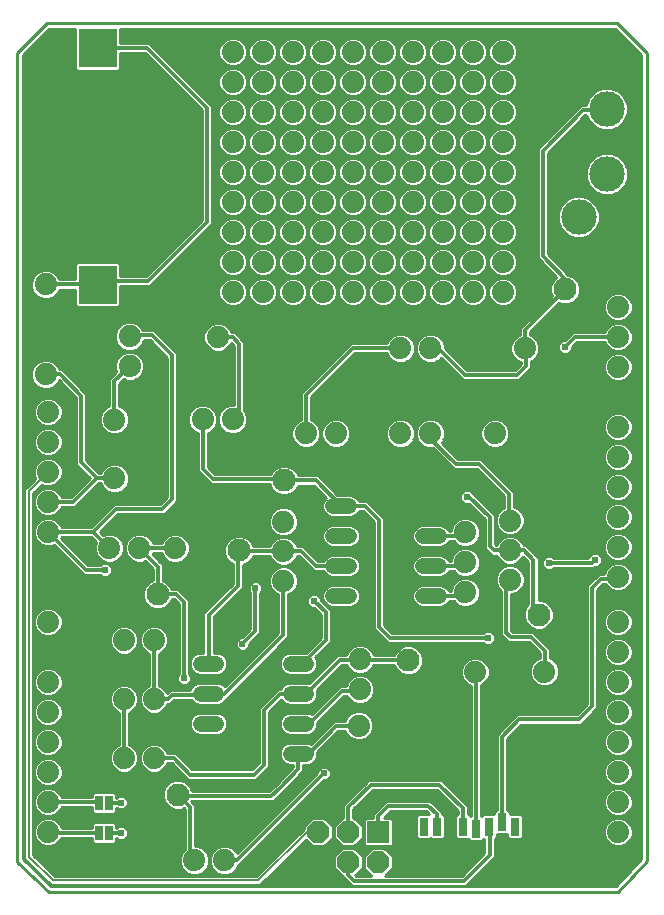
<source format=gtl>
G75*
%MOIN*%
%OFA0B0*%
%FSLAX25Y25*%
%IPPOS*%
%LPD*%
%AMOC8*
5,1,8,0,0,1.08239X$1,22.5*
%
%ADD10C,0.01000*%
%ADD11C,0.01008*%
%ADD12C,0.07400*%
%ADD13R,0.07087X0.05512*%
%ADD14R,0.05512X0.07480*%
%ADD15R,0.03150X0.05906*%
%ADD16R,0.02500X0.05000*%
%ADD17R,0.07400X0.07400*%
%ADD18OC8,0.07400*%
%ADD19R,0.12598X0.12598*%
%ADD20C,0.05200*%
%ADD21C,0.11811*%
%ADD22C,0.07677*%
%ADD23C,0.01181*%
%ADD24C,0.02381*%
%ADD25C,0.00787*%
D10*
X0017669Y0023032D02*
X0018055Y0023032D01*
X0018723Y0022033D02*
X0019094Y0022033D01*
X0019388Y0021750D02*
X0019815Y0021324D01*
X0019833Y0021324D01*
X0019845Y0021312D01*
X0020449Y0021324D01*
X0088813Y0021324D01*
X0089424Y0021318D01*
X0089430Y0021324D01*
X0089438Y0021324D01*
X0089871Y0021756D01*
X0104675Y0036276D01*
X0106832Y0034120D01*
X0110808Y0034120D01*
X0113620Y0036931D01*
X0113620Y0040908D01*
X0110808Y0043720D01*
X0106832Y0043720D01*
X0104020Y0040908D01*
X0104020Y0039818D01*
X0088210Y0024311D01*
X0021035Y0024311D01*
X0013896Y0031170D01*
X0013896Y0151884D01*
X0016640Y0154627D01*
X0017865Y0154120D01*
X0019775Y0154120D01*
X0021539Y0154850D01*
X0022889Y0156201D01*
X0023620Y0157965D01*
X0023620Y0159874D01*
X0022889Y0161639D01*
X0021539Y0162989D01*
X0019775Y0163720D01*
X0017865Y0163720D01*
X0016101Y0162989D01*
X0014751Y0161639D01*
X0014020Y0159874D01*
X0014020Y0157965D01*
X0014527Y0156740D01*
X0011784Y0153996D01*
X0011784Y0153996D01*
X0010909Y0153121D01*
X0010909Y0031135D01*
X0010897Y0031123D01*
X0010909Y0030519D01*
X0010909Y0029915D01*
X0010921Y0029903D01*
X0010921Y0029885D01*
X0011357Y0029467D01*
X0011784Y0029040D01*
X0011801Y0029040D01*
X0019388Y0021750D01*
X0019774Y0021038D02*
X0010544Y0029780D01*
X0010544Y0297823D01*
X0019218Y0306601D01*
X0027917Y0306601D01*
X0027917Y0293385D01*
X0028561Y0292741D01*
X0042071Y0292741D01*
X0042715Y0293385D01*
X0042715Y0298450D01*
X0051190Y0298450D01*
X0070003Y0279637D01*
X0070003Y0242888D01*
X0051387Y0224272D01*
X0042715Y0224272D01*
X0042715Y0228155D01*
X0042071Y0228799D01*
X0028561Y0228799D01*
X0027917Y0228155D01*
X0027917Y0223130D01*
X0022488Y0223130D01*
X0022062Y0224158D01*
X0020712Y0225509D01*
X0018948Y0226239D01*
X0017038Y0226239D01*
X0015274Y0225509D01*
X0013924Y0224158D01*
X0013193Y0222394D01*
X0013193Y0220485D01*
X0013924Y0218720D01*
X0015274Y0217370D01*
X0017038Y0216639D01*
X0018948Y0216639D01*
X0020712Y0217370D01*
X0022062Y0218720D01*
X0022488Y0219749D01*
X0027917Y0219749D01*
X0027917Y0214645D01*
X0028561Y0214001D01*
X0042071Y0214001D01*
X0042715Y0214645D01*
X0042715Y0220891D01*
X0052788Y0220891D01*
X0053778Y0221881D01*
X0073384Y0241487D01*
X0073384Y0281037D01*
X0072394Y0282028D01*
X0052591Y0301831D01*
X0042715Y0301831D01*
X0042715Y0306601D01*
X0207638Y0306601D01*
X0216387Y0297818D01*
X0216387Y0029915D01*
X0207961Y0021038D01*
X0019774Y0021038D01*
X0018977Y0019038D02*
X0008544Y0028920D01*
X0008544Y0298644D01*
X0018387Y0308605D01*
X0018426Y0308644D01*
X0018240Y0305611D02*
X0027917Y0305611D01*
X0027917Y0304612D02*
X0017253Y0304612D01*
X0016266Y0303614D02*
X0027917Y0303614D01*
X0027917Y0302615D02*
X0015280Y0302615D01*
X0014293Y0301616D02*
X0027917Y0301616D01*
X0027917Y0300618D02*
X0013306Y0300618D01*
X0012320Y0299619D02*
X0027917Y0299619D01*
X0027917Y0298621D02*
X0011333Y0298621D01*
X0010544Y0297622D02*
X0027917Y0297622D01*
X0027917Y0296624D02*
X0010544Y0296624D01*
X0010544Y0295625D02*
X0027917Y0295625D01*
X0027917Y0294627D02*
X0010544Y0294627D01*
X0010544Y0293628D02*
X0027917Y0293628D01*
X0042715Y0293628D02*
X0056012Y0293628D01*
X0057010Y0292630D02*
X0010544Y0292630D01*
X0010544Y0291631D02*
X0058009Y0291631D01*
X0059007Y0290633D02*
X0010544Y0290633D01*
X0010544Y0289634D02*
X0060006Y0289634D01*
X0061004Y0288636D02*
X0010544Y0288636D01*
X0010544Y0287637D02*
X0062003Y0287637D01*
X0063001Y0286639D02*
X0010544Y0286639D01*
X0010544Y0285640D02*
X0064000Y0285640D01*
X0064998Y0284642D02*
X0010544Y0284642D01*
X0010544Y0283643D02*
X0065997Y0283643D01*
X0066995Y0282645D02*
X0010544Y0282645D01*
X0010544Y0281646D02*
X0067994Y0281646D01*
X0068992Y0280648D02*
X0010544Y0280648D01*
X0010544Y0279649D02*
X0069991Y0279649D01*
X0070003Y0278651D02*
X0010544Y0278651D01*
X0010544Y0277652D02*
X0070003Y0277652D01*
X0070003Y0276654D02*
X0010544Y0276654D01*
X0010544Y0275655D02*
X0070003Y0275655D01*
X0070003Y0274657D02*
X0010544Y0274657D01*
X0010544Y0273658D02*
X0070003Y0273658D01*
X0070003Y0272660D02*
X0010544Y0272660D01*
X0010544Y0271661D02*
X0070003Y0271661D01*
X0070003Y0270663D02*
X0010544Y0270663D01*
X0010544Y0269664D02*
X0070003Y0269664D01*
X0070003Y0268666D02*
X0010544Y0268666D01*
X0010544Y0267667D02*
X0070003Y0267667D01*
X0070003Y0266669D02*
X0010544Y0266669D01*
X0010544Y0265670D02*
X0070003Y0265670D01*
X0070003Y0264672D02*
X0010544Y0264672D01*
X0010544Y0263673D02*
X0070003Y0263673D01*
X0070003Y0262675D02*
X0010544Y0262675D01*
X0010544Y0261676D02*
X0070003Y0261676D01*
X0070003Y0260678D02*
X0010544Y0260678D01*
X0010544Y0259679D02*
X0070003Y0259679D01*
X0070003Y0258681D02*
X0010544Y0258681D01*
X0010544Y0257682D02*
X0070003Y0257682D01*
X0070003Y0256683D02*
X0010544Y0256683D01*
X0010544Y0255685D02*
X0070003Y0255685D01*
X0070003Y0254686D02*
X0010544Y0254686D01*
X0010544Y0253688D02*
X0070003Y0253688D01*
X0070003Y0252689D02*
X0010544Y0252689D01*
X0010544Y0251691D02*
X0070003Y0251691D01*
X0070003Y0250692D02*
X0010544Y0250692D01*
X0010544Y0249694D02*
X0070003Y0249694D01*
X0070003Y0248695D02*
X0010544Y0248695D01*
X0010544Y0247697D02*
X0070003Y0247697D01*
X0070003Y0246698D02*
X0010544Y0246698D01*
X0010544Y0245700D02*
X0070003Y0245700D01*
X0070003Y0244701D02*
X0010544Y0244701D01*
X0010544Y0243703D02*
X0070003Y0243703D01*
X0069820Y0242704D02*
X0010544Y0242704D01*
X0010544Y0241706D02*
X0068821Y0241706D01*
X0067823Y0240707D02*
X0010544Y0240707D01*
X0010544Y0239709D02*
X0066824Y0239709D01*
X0065826Y0238710D02*
X0010544Y0238710D01*
X0010544Y0237712D02*
X0064827Y0237712D01*
X0063829Y0236713D02*
X0010544Y0236713D01*
X0010544Y0235715D02*
X0062830Y0235715D01*
X0061832Y0234716D02*
X0010544Y0234716D01*
X0010544Y0233718D02*
X0060833Y0233718D01*
X0059835Y0232719D02*
X0010544Y0232719D01*
X0010544Y0231721D02*
X0058836Y0231721D01*
X0057838Y0230722D02*
X0010544Y0230722D01*
X0010544Y0229724D02*
X0056839Y0229724D01*
X0055841Y0228725D02*
X0042145Y0228725D01*
X0042715Y0227727D02*
X0054842Y0227727D01*
X0053844Y0226728D02*
X0042715Y0226728D01*
X0042715Y0225730D02*
X0052845Y0225730D01*
X0051847Y0224731D02*
X0042715Y0224731D01*
X0042715Y0220737D02*
X0075896Y0220737D01*
X0075555Y0219914D02*
X0075555Y0218004D01*
X0076286Y0216240D01*
X0077636Y0214890D01*
X0079400Y0214159D01*
X0081310Y0214159D01*
X0083074Y0214890D01*
X0084424Y0216240D01*
X0085155Y0218004D01*
X0085155Y0219914D01*
X0084424Y0221678D01*
X0083074Y0223028D01*
X0081310Y0223759D01*
X0079400Y0223759D01*
X0077636Y0223028D01*
X0076286Y0221678D01*
X0075555Y0219914D01*
X0075555Y0219739D02*
X0042715Y0219739D01*
X0042715Y0218740D02*
X0075555Y0218740D01*
X0075664Y0217742D02*
X0042715Y0217742D01*
X0042715Y0216743D02*
X0076078Y0216743D01*
X0076782Y0215745D02*
X0042715Y0215745D01*
X0042715Y0214746D02*
X0077983Y0214746D01*
X0082727Y0214746D02*
X0087983Y0214746D01*
X0087636Y0214890D02*
X0089400Y0214159D01*
X0091310Y0214159D01*
X0093074Y0214890D01*
X0094424Y0216240D01*
X0095155Y0218004D01*
X0095155Y0219914D01*
X0094424Y0221678D01*
X0093074Y0223028D01*
X0091310Y0223759D01*
X0089400Y0223759D01*
X0087636Y0223028D01*
X0086286Y0221678D01*
X0085555Y0219914D01*
X0085555Y0218004D01*
X0086286Y0216240D01*
X0087636Y0214890D01*
X0086782Y0215745D02*
X0083929Y0215745D01*
X0084633Y0216743D02*
X0086078Y0216743D01*
X0085664Y0217742D02*
X0085046Y0217742D01*
X0085155Y0218740D02*
X0085555Y0218740D01*
X0085555Y0219739D02*
X0085155Y0219739D01*
X0084814Y0220737D02*
X0085896Y0220737D01*
X0086344Y0221736D02*
X0084367Y0221736D01*
X0083368Y0222734D02*
X0087342Y0222734D01*
X0088019Y0224731D02*
X0082691Y0224731D01*
X0083074Y0224890D02*
X0081310Y0224159D01*
X0079400Y0224159D01*
X0077636Y0224890D01*
X0076286Y0226240D01*
X0075555Y0228004D01*
X0075555Y0229914D01*
X0076286Y0231678D01*
X0077636Y0233028D01*
X0079400Y0233759D01*
X0081310Y0233759D01*
X0083074Y0233028D01*
X0084424Y0231678D01*
X0085155Y0229914D01*
X0085155Y0228004D01*
X0084424Y0226240D01*
X0083074Y0224890D01*
X0083914Y0225730D02*
X0086796Y0225730D01*
X0086286Y0226240D02*
X0087636Y0224890D01*
X0089400Y0224159D01*
X0091310Y0224159D01*
X0093074Y0224890D01*
X0094424Y0226240D01*
X0095155Y0228004D01*
X0095155Y0229914D01*
X0094424Y0231678D01*
X0093074Y0233028D01*
X0091310Y0233759D01*
X0089400Y0233759D01*
X0087636Y0233028D01*
X0086286Y0231678D01*
X0085555Y0229914D01*
X0085555Y0228004D01*
X0086286Y0226240D01*
X0086084Y0226728D02*
X0084627Y0226728D01*
X0085040Y0227727D02*
X0085670Y0227727D01*
X0085555Y0228725D02*
X0085155Y0228725D01*
X0085155Y0229724D02*
X0085555Y0229724D01*
X0085890Y0230722D02*
X0084820Y0230722D01*
X0084382Y0231721D02*
X0086329Y0231721D01*
X0087327Y0232719D02*
X0083383Y0232719D01*
X0082655Y0234716D02*
X0088055Y0234716D01*
X0087636Y0234890D02*
X0089400Y0234159D01*
X0091310Y0234159D01*
X0093074Y0234890D01*
X0094424Y0236240D01*
X0095155Y0238004D01*
X0095155Y0239914D01*
X0094424Y0241678D01*
X0093074Y0243028D01*
X0091310Y0243759D01*
X0089400Y0243759D01*
X0087636Y0243028D01*
X0086286Y0241678D01*
X0085555Y0239914D01*
X0085555Y0238004D01*
X0086286Y0236240D01*
X0087636Y0234890D01*
X0086811Y0235715D02*
X0083899Y0235715D01*
X0084424Y0236240D02*
X0083074Y0234890D01*
X0081310Y0234159D01*
X0079400Y0234159D01*
X0077636Y0234890D01*
X0076286Y0236240D01*
X0075555Y0238004D01*
X0075555Y0239914D01*
X0076286Y0241678D01*
X0077636Y0243028D01*
X0079400Y0243759D01*
X0081310Y0243759D01*
X0083074Y0243028D01*
X0084424Y0241678D01*
X0085155Y0239914D01*
X0085155Y0238004D01*
X0084424Y0236240D01*
X0084620Y0236713D02*
X0086090Y0236713D01*
X0085676Y0237712D02*
X0085034Y0237712D01*
X0085155Y0238710D02*
X0085555Y0238710D01*
X0085555Y0239709D02*
X0085155Y0239709D01*
X0084827Y0240707D02*
X0085884Y0240707D01*
X0086314Y0241706D02*
X0084397Y0241706D01*
X0083398Y0242704D02*
X0087312Y0242704D01*
X0088091Y0244701D02*
X0082619Y0244701D01*
X0083074Y0244890D02*
X0081310Y0244159D01*
X0079400Y0244159D01*
X0077636Y0244890D01*
X0076286Y0246240D01*
X0075555Y0248004D01*
X0075555Y0249914D01*
X0076286Y0251678D01*
X0077636Y0253028D01*
X0079400Y0253759D01*
X0081310Y0253759D01*
X0083074Y0253028D01*
X0084424Y0251678D01*
X0085155Y0249914D01*
X0085155Y0248004D01*
X0084424Y0246240D01*
X0083074Y0244890D01*
X0083884Y0245700D02*
X0086826Y0245700D01*
X0086286Y0246240D02*
X0087636Y0244890D01*
X0089400Y0244159D01*
X0091310Y0244159D01*
X0093074Y0244890D01*
X0094424Y0246240D01*
X0095155Y0248004D01*
X0095155Y0249914D01*
X0094424Y0251678D01*
X0093074Y0253028D01*
X0091310Y0253759D01*
X0089400Y0253759D01*
X0087636Y0253028D01*
X0086286Y0251678D01*
X0085555Y0249914D01*
X0085555Y0248004D01*
X0086286Y0246240D01*
X0086096Y0246698D02*
X0084614Y0246698D01*
X0085028Y0247697D02*
X0085683Y0247697D01*
X0085555Y0248695D02*
X0085155Y0248695D01*
X0085155Y0249694D02*
X0085555Y0249694D01*
X0085878Y0250692D02*
X0084833Y0250692D01*
X0084412Y0251691D02*
X0086299Y0251691D01*
X0087297Y0252689D02*
X0083413Y0252689D01*
X0082583Y0254686D02*
X0088127Y0254686D01*
X0087636Y0254890D02*
X0089400Y0254159D01*
X0091310Y0254159D01*
X0093074Y0254890D01*
X0094424Y0256240D01*
X0095155Y0258004D01*
X0095155Y0259914D01*
X0094424Y0261678D01*
X0093074Y0263028D01*
X0091310Y0263759D01*
X0089400Y0263759D01*
X0087636Y0263028D01*
X0086286Y0261678D01*
X0085555Y0259914D01*
X0085555Y0258004D01*
X0086286Y0256240D01*
X0087636Y0254890D01*
X0086841Y0255685D02*
X0083869Y0255685D01*
X0084424Y0256240D02*
X0083074Y0254890D01*
X0081310Y0254159D01*
X0079400Y0254159D01*
X0077636Y0254890D01*
X0076286Y0256240D01*
X0075555Y0258004D01*
X0075555Y0259914D01*
X0076286Y0261678D01*
X0077636Y0263028D01*
X0079400Y0263759D01*
X0081310Y0263759D01*
X0083074Y0263028D01*
X0084424Y0261678D01*
X0085155Y0259914D01*
X0085155Y0258004D01*
X0084424Y0256240D01*
X0084608Y0256683D02*
X0086102Y0256683D01*
X0085689Y0257682D02*
X0085022Y0257682D01*
X0085155Y0258681D02*
X0085555Y0258681D01*
X0085555Y0259679D02*
X0085155Y0259679D01*
X0084839Y0260678D02*
X0085872Y0260678D01*
X0086285Y0261676D02*
X0084425Y0261676D01*
X0083428Y0262675D02*
X0087283Y0262675D01*
X0089193Y0263673D02*
X0081518Y0263673D01*
X0081310Y0264159D02*
X0083074Y0264890D01*
X0084424Y0266240D01*
X0085155Y0268004D01*
X0085155Y0269914D01*
X0084424Y0271678D01*
X0083074Y0273028D01*
X0081310Y0273759D01*
X0079400Y0273759D01*
X0077636Y0273028D01*
X0076286Y0271678D01*
X0075555Y0269914D01*
X0075555Y0268004D01*
X0076286Y0266240D01*
X0077636Y0264890D01*
X0079400Y0264159D01*
X0081310Y0264159D01*
X0082547Y0264672D02*
X0088163Y0264672D01*
X0087636Y0264890D02*
X0089400Y0264159D01*
X0091310Y0264159D01*
X0093074Y0264890D01*
X0094424Y0266240D01*
X0095155Y0268004D01*
X0095155Y0269914D01*
X0094424Y0271678D01*
X0093074Y0273028D01*
X0091310Y0273759D01*
X0089400Y0273759D01*
X0087636Y0273028D01*
X0086286Y0271678D01*
X0085555Y0269914D01*
X0085555Y0268004D01*
X0086286Y0266240D01*
X0087636Y0264890D01*
X0086856Y0265670D02*
X0083854Y0265670D01*
X0084602Y0266669D02*
X0086108Y0266669D01*
X0085695Y0267667D02*
X0085016Y0267667D01*
X0085155Y0268666D02*
X0085555Y0268666D01*
X0085555Y0269664D02*
X0085155Y0269664D01*
X0084845Y0270663D02*
X0085865Y0270663D01*
X0086279Y0271661D02*
X0084431Y0271661D01*
X0083443Y0272660D02*
X0087268Y0272660D01*
X0089157Y0273658D02*
X0081554Y0273658D01*
X0081310Y0274159D02*
X0083074Y0274890D01*
X0084424Y0276240D01*
X0085155Y0278004D01*
X0085155Y0279914D01*
X0084424Y0281678D01*
X0083074Y0283028D01*
X0081310Y0283759D01*
X0079400Y0283759D01*
X0077636Y0283028D01*
X0076286Y0281678D01*
X0075555Y0279914D01*
X0075555Y0278004D01*
X0076286Y0276240D01*
X0077636Y0274890D01*
X0079400Y0274159D01*
X0081310Y0274159D01*
X0082511Y0274657D02*
X0088199Y0274657D01*
X0087636Y0274890D02*
X0089400Y0274159D01*
X0091310Y0274159D01*
X0093074Y0274890D01*
X0094424Y0276240D01*
X0095155Y0278004D01*
X0095155Y0279914D01*
X0094424Y0281678D01*
X0093074Y0283028D01*
X0091310Y0283759D01*
X0089400Y0283759D01*
X0087636Y0283028D01*
X0086286Y0281678D01*
X0085555Y0279914D01*
X0085555Y0278004D01*
X0086286Y0276240D01*
X0087636Y0274890D01*
X0086871Y0275655D02*
X0083840Y0275655D01*
X0084596Y0276654D02*
X0086115Y0276654D01*
X0085701Y0277652D02*
X0085009Y0277652D01*
X0085155Y0278651D02*
X0085555Y0278651D01*
X0085555Y0279649D02*
X0085155Y0279649D01*
X0084851Y0280648D02*
X0085859Y0280648D01*
X0086273Y0281646D02*
X0084438Y0281646D01*
X0083458Y0282645D02*
X0087253Y0282645D01*
X0089121Y0283643D02*
X0081589Y0283643D01*
X0081310Y0284159D02*
X0083074Y0284890D01*
X0084424Y0286240D01*
X0085155Y0288004D01*
X0085155Y0289914D01*
X0084424Y0291678D01*
X0083074Y0293028D01*
X0081310Y0293759D01*
X0079400Y0293759D01*
X0077636Y0293028D01*
X0076286Y0291678D01*
X0075555Y0289914D01*
X0075555Y0288004D01*
X0076286Y0286240D01*
X0077636Y0284890D01*
X0079400Y0284159D01*
X0081310Y0284159D01*
X0082475Y0284642D02*
X0088235Y0284642D01*
X0087636Y0284890D02*
X0089400Y0284159D01*
X0091310Y0284159D01*
X0093074Y0284890D01*
X0094424Y0286240D01*
X0095155Y0288004D01*
X0095155Y0289914D01*
X0094424Y0291678D01*
X0093074Y0293028D01*
X0091310Y0293759D01*
X0089400Y0293759D01*
X0087636Y0293028D01*
X0086286Y0291678D01*
X0085555Y0289914D01*
X0085555Y0288004D01*
X0086286Y0286240D01*
X0087636Y0284890D01*
X0086886Y0285640D02*
X0083825Y0285640D01*
X0084590Y0286639D02*
X0086121Y0286639D01*
X0085707Y0287637D02*
X0085003Y0287637D01*
X0085155Y0288636D02*
X0085555Y0288636D01*
X0085555Y0289634D02*
X0085155Y0289634D01*
X0084857Y0290633D02*
X0085853Y0290633D01*
X0086267Y0291631D02*
X0084444Y0291631D01*
X0083473Y0292630D02*
X0087238Y0292630D01*
X0089085Y0293628D02*
X0081625Y0293628D01*
X0081310Y0294159D02*
X0083074Y0294890D01*
X0084424Y0296240D01*
X0085155Y0298004D01*
X0085155Y0299914D01*
X0084424Y0301678D01*
X0083074Y0303028D01*
X0081310Y0303759D01*
X0079400Y0303759D01*
X0077636Y0303028D01*
X0076286Y0301678D01*
X0075555Y0299914D01*
X0075555Y0298004D01*
X0076286Y0296240D01*
X0077636Y0294890D01*
X0079400Y0294159D01*
X0081310Y0294159D01*
X0082440Y0294627D02*
X0088271Y0294627D01*
X0087636Y0294890D02*
X0089400Y0294159D01*
X0091310Y0294159D01*
X0093074Y0294890D01*
X0094424Y0296240D01*
X0095155Y0298004D01*
X0095155Y0299914D01*
X0094424Y0301678D01*
X0093074Y0303028D01*
X0091310Y0303759D01*
X0089400Y0303759D01*
X0087636Y0303028D01*
X0086286Y0301678D01*
X0085555Y0299914D01*
X0085555Y0298004D01*
X0086286Y0296240D01*
X0087636Y0294890D01*
X0086901Y0295625D02*
X0083810Y0295625D01*
X0084583Y0296624D02*
X0086127Y0296624D01*
X0085713Y0297622D02*
X0084997Y0297622D01*
X0085155Y0298621D02*
X0085555Y0298621D01*
X0085555Y0299619D02*
X0085155Y0299619D01*
X0084864Y0300618D02*
X0085847Y0300618D01*
X0086261Y0301616D02*
X0084450Y0301616D01*
X0083487Y0302615D02*
X0087223Y0302615D01*
X0089049Y0303614D02*
X0081661Y0303614D01*
X0079049Y0303614D02*
X0042715Y0303614D01*
X0042715Y0304612D02*
X0209619Y0304612D01*
X0208625Y0305611D02*
X0042715Y0305611D01*
X0042715Y0302615D02*
X0077223Y0302615D01*
X0076261Y0301616D02*
X0052805Y0301616D01*
X0053804Y0300618D02*
X0075847Y0300618D01*
X0075555Y0299619D02*
X0054802Y0299619D01*
X0055801Y0298621D02*
X0075555Y0298621D01*
X0075713Y0297622D02*
X0056799Y0297622D01*
X0057798Y0296624D02*
X0076127Y0296624D01*
X0076901Y0295625D02*
X0058796Y0295625D01*
X0059795Y0294627D02*
X0078271Y0294627D01*
X0079085Y0293628D02*
X0060793Y0293628D01*
X0061792Y0292630D02*
X0077238Y0292630D01*
X0076267Y0291631D02*
X0062790Y0291631D01*
X0063789Y0290633D02*
X0075853Y0290633D01*
X0075555Y0289634D02*
X0064787Y0289634D01*
X0065786Y0288636D02*
X0075555Y0288636D01*
X0075707Y0287637D02*
X0066784Y0287637D01*
X0067783Y0286639D02*
X0076121Y0286639D01*
X0076886Y0285640D02*
X0068781Y0285640D01*
X0069780Y0284642D02*
X0078235Y0284642D01*
X0079121Y0283643D02*
X0070778Y0283643D01*
X0071777Y0282645D02*
X0077253Y0282645D01*
X0076273Y0281646D02*
X0072775Y0281646D01*
X0073384Y0280648D02*
X0075859Y0280648D01*
X0075555Y0279649D02*
X0073384Y0279649D01*
X0073384Y0278651D02*
X0075555Y0278651D01*
X0075701Y0277652D02*
X0073384Y0277652D01*
X0073384Y0276654D02*
X0076115Y0276654D01*
X0076871Y0275655D02*
X0073384Y0275655D01*
X0073384Y0274657D02*
X0078199Y0274657D01*
X0079157Y0273658D02*
X0073384Y0273658D01*
X0073384Y0272660D02*
X0077268Y0272660D01*
X0076279Y0271661D02*
X0073384Y0271661D01*
X0073384Y0270663D02*
X0075865Y0270663D01*
X0075555Y0269664D02*
X0073384Y0269664D01*
X0073384Y0268666D02*
X0075555Y0268666D01*
X0075695Y0267667D02*
X0073384Y0267667D01*
X0073384Y0266669D02*
X0076108Y0266669D01*
X0076856Y0265670D02*
X0073384Y0265670D01*
X0073384Y0264672D02*
X0078163Y0264672D01*
X0079193Y0263673D02*
X0073384Y0263673D01*
X0073384Y0262675D02*
X0077283Y0262675D01*
X0076285Y0261676D02*
X0073384Y0261676D01*
X0073384Y0260678D02*
X0075872Y0260678D01*
X0075555Y0259679D02*
X0073384Y0259679D01*
X0073384Y0258681D02*
X0075555Y0258681D01*
X0075689Y0257682D02*
X0073384Y0257682D01*
X0073384Y0256683D02*
X0076102Y0256683D01*
X0076841Y0255685D02*
X0073384Y0255685D01*
X0073384Y0254686D02*
X0078127Y0254686D01*
X0079229Y0253688D02*
X0073384Y0253688D01*
X0073384Y0252689D02*
X0077297Y0252689D01*
X0076299Y0251691D02*
X0073384Y0251691D01*
X0073384Y0250692D02*
X0075878Y0250692D01*
X0075555Y0249694D02*
X0073384Y0249694D01*
X0073384Y0248695D02*
X0075555Y0248695D01*
X0075683Y0247697D02*
X0073384Y0247697D01*
X0073384Y0246698D02*
X0076096Y0246698D01*
X0076826Y0245700D02*
X0073384Y0245700D01*
X0073384Y0244701D02*
X0078091Y0244701D01*
X0079265Y0243703D02*
X0073384Y0243703D01*
X0073384Y0242704D02*
X0077312Y0242704D01*
X0076314Y0241706D02*
X0073384Y0241706D01*
X0072605Y0240707D02*
X0075884Y0240707D01*
X0075555Y0239709D02*
X0071606Y0239709D01*
X0070607Y0238710D02*
X0075555Y0238710D01*
X0075676Y0237712D02*
X0069609Y0237712D01*
X0068610Y0236713D02*
X0076090Y0236713D01*
X0076811Y0235715D02*
X0067612Y0235715D01*
X0066613Y0234716D02*
X0078055Y0234716D01*
X0079301Y0233718D02*
X0065615Y0233718D01*
X0064616Y0232719D02*
X0077327Y0232719D01*
X0076329Y0231721D02*
X0063618Y0231721D01*
X0062619Y0230722D02*
X0075890Y0230722D01*
X0075555Y0229724D02*
X0061621Y0229724D01*
X0060622Y0228725D02*
X0075555Y0228725D01*
X0075670Y0227727D02*
X0059624Y0227727D01*
X0058625Y0226728D02*
X0076084Y0226728D01*
X0076796Y0225730D02*
X0057627Y0225730D01*
X0056628Y0224731D02*
X0078019Y0224731D01*
X0079337Y0223733D02*
X0055630Y0223733D01*
X0054631Y0222734D02*
X0077342Y0222734D01*
X0076344Y0221736D02*
X0053633Y0221736D01*
X0048665Y0208225D02*
X0046901Y0208956D01*
X0044991Y0208956D01*
X0043227Y0208225D01*
X0041877Y0206875D01*
X0041146Y0205111D01*
X0041146Y0203201D01*
X0041877Y0201437D01*
X0043227Y0200087D01*
X0044991Y0199356D01*
X0046901Y0199356D01*
X0048665Y0200087D01*
X0050015Y0201437D01*
X0050620Y0202898D01*
X0052686Y0202898D01*
X0058507Y0197078D01*
X0058507Y0150525D01*
X0056230Y0148248D01*
X0040797Y0148248D01*
X0033159Y0140610D01*
X0023315Y0140610D01*
X0022889Y0141639D01*
X0021539Y0142989D01*
X0019775Y0143720D01*
X0017865Y0143720D01*
X0016101Y0142989D01*
X0014751Y0141639D01*
X0014020Y0139874D01*
X0014020Y0137965D01*
X0014751Y0136201D01*
X0016101Y0134850D01*
X0017865Y0134120D01*
X0019775Y0134120D01*
X0020803Y0134546D01*
X0030718Y0124631D01*
X0036208Y0124631D01*
X0036808Y0124031D01*
X0038706Y0124031D01*
X0040047Y0125372D01*
X0040047Y0127270D01*
X0038706Y0128612D01*
X0036808Y0128612D01*
X0036208Y0128012D01*
X0032118Y0128012D01*
X0023194Y0136936D01*
X0023315Y0137229D01*
X0033159Y0137229D01*
X0034879Y0135509D01*
X0034453Y0134481D01*
X0034453Y0132571D01*
X0035184Y0130807D01*
X0036534Y0129457D01*
X0038298Y0128726D01*
X0040208Y0128726D01*
X0041972Y0129457D01*
X0043322Y0130807D01*
X0044053Y0132571D01*
X0044053Y0134481D01*
X0043322Y0136245D01*
X0041972Y0137595D01*
X0040208Y0138326D01*
X0038298Y0138326D01*
X0037270Y0137900D01*
X0036250Y0138920D01*
X0042197Y0144867D01*
X0057630Y0144867D01*
X0058621Y0145857D01*
X0061888Y0149125D01*
X0061888Y0198478D01*
X0055077Y0205289D01*
X0054087Y0206280D01*
X0050262Y0206280D01*
X0050015Y0206875D01*
X0048665Y0208225D01*
X0049133Y0207756D02*
X0072443Y0207756D01*
X0072636Y0207950D02*
X0071286Y0206599D01*
X0070555Y0204835D01*
X0070555Y0202926D01*
X0071286Y0201161D01*
X0072636Y0199811D01*
X0074400Y0199080D01*
X0076310Y0199080D01*
X0078074Y0199811D01*
X0079424Y0201161D01*
X0079793Y0202052D01*
X0080830Y0201015D01*
X0080830Y0181239D01*
X0079361Y0181239D01*
X0077597Y0180509D01*
X0076247Y0179158D01*
X0075516Y0177394D01*
X0075516Y0175485D01*
X0076247Y0173720D01*
X0077597Y0172370D01*
X0079361Y0171639D01*
X0081271Y0171639D01*
X0083035Y0172370D01*
X0084385Y0173720D01*
X0085116Y0175485D01*
X0085116Y0177394D01*
X0084385Y0179158D01*
X0084211Y0179332D01*
X0084211Y0202415D01*
X0083221Y0203405D01*
X0081055Y0205571D01*
X0079850Y0205571D01*
X0079424Y0206599D01*
X0078074Y0207950D01*
X0076310Y0208680D01*
X0074400Y0208680D01*
X0072636Y0207950D01*
X0071445Y0206758D02*
X0050063Y0206758D01*
X0047386Y0208755D02*
X0177682Y0208755D01*
X0178680Y0209753D02*
X0010544Y0209753D01*
X0010544Y0208755D02*
X0044506Y0208755D01*
X0042758Y0207756D02*
X0010544Y0207756D01*
X0010544Y0206758D02*
X0041828Y0206758D01*
X0041415Y0205759D02*
X0010544Y0205759D01*
X0010544Y0204761D02*
X0041146Y0204761D01*
X0041146Y0203762D02*
X0010544Y0203762D01*
X0010544Y0202764D02*
X0041327Y0202764D01*
X0041740Y0201765D02*
X0010544Y0201765D01*
X0010544Y0200767D02*
X0042547Y0200767D01*
X0043995Y0199768D02*
X0010544Y0199768D01*
X0010544Y0198770D02*
X0044542Y0198770D01*
X0044991Y0198956D02*
X0043227Y0198225D01*
X0041877Y0196875D01*
X0041146Y0195111D01*
X0041146Y0193201D01*
X0041572Y0192173D01*
X0039216Y0189817D01*
X0039216Y0180895D01*
X0038187Y0180469D01*
X0036837Y0179119D01*
X0036106Y0177355D01*
X0036106Y0175445D01*
X0036837Y0173681D01*
X0038187Y0172331D01*
X0039952Y0171600D01*
X0041861Y0171600D01*
X0043625Y0172331D01*
X0044976Y0173681D01*
X0045706Y0175445D01*
X0045706Y0177355D01*
X0044976Y0179119D01*
X0043625Y0180469D01*
X0042597Y0180895D01*
X0042597Y0188416D01*
X0043963Y0189782D01*
X0044991Y0189356D01*
X0046901Y0189356D01*
X0048665Y0190087D01*
X0050015Y0191437D01*
X0050746Y0193201D01*
X0050746Y0195111D01*
X0050015Y0196875D01*
X0048665Y0198225D01*
X0046901Y0198956D01*
X0044991Y0198956D01*
X0047350Y0198770D02*
X0056815Y0198770D01*
X0055817Y0199768D02*
X0047896Y0199768D01*
X0049345Y0200767D02*
X0054818Y0200767D01*
X0053820Y0201765D02*
X0050151Y0201765D01*
X0050565Y0202764D02*
X0052821Y0202764D01*
X0055606Y0204761D02*
X0070555Y0204761D01*
X0070555Y0203762D02*
X0056604Y0203762D01*
X0057603Y0202764D02*
X0070622Y0202764D01*
X0071036Y0201765D02*
X0058601Y0201765D01*
X0059600Y0200767D02*
X0071680Y0200767D01*
X0072739Y0199768D02*
X0060598Y0199768D01*
X0061597Y0198770D02*
X0080830Y0198770D01*
X0080830Y0199768D02*
X0077971Y0199768D01*
X0079030Y0200767D02*
X0080830Y0200767D01*
X0080079Y0201765D02*
X0079675Y0201765D01*
X0081865Y0204761D02*
X0134834Y0204761D01*
X0135267Y0204940D02*
X0133502Y0204209D01*
X0132152Y0202859D01*
X0131824Y0202067D01*
X0119694Y0202067D01*
X0118704Y0201077D01*
X0103035Y0185407D01*
X0103035Y0176289D01*
X0102006Y0175863D01*
X0100656Y0174513D01*
X0099925Y0172748D01*
X0099925Y0170839D01*
X0100656Y0169075D01*
X0102006Y0167724D01*
X0103771Y0166994D01*
X0105680Y0166994D01*
X0107444Y0167724D01*
X0108795Y0169075D01*
X0109525Y0170839D01*
X0109525Y0172748D01*
X0108795Y0174513D01*
X0107444Y0175863D01*
X0106416Y0176289D01*
X0106416Y0184007D01*
X0121095Y0198686D01*
X0131628Y0198686D01*
X0132152Y0197421D01*
X0133502Y0196071D01*
X0135267Y0195340D01*
X0137176Y0195340D01*
X0138940Y0196071D01*
X0140291Y0197421D01*
X0141021Y0199185D01*
X0141021Y0201095D01*
X0140291Y0202859D01*
X0138940Y0204209D01*
X0137176Y0204940D01*
X0135267Y0204940D01*
X0137609Y0204761D02*
X0144834Y0204761D01*
X0145267Y0204940D02*
X0143502Y0204209D01*
X0142152Y0202859D01*
X0141421Y0201095D01*
X0141421Y0199185D01*
X0142152Y0197421D01*
X0143502Y0196071D01*
X0145267Y0195340D01*
X0147176Y0195340D01*
X0148940Y0196071D01*
X0149739Y0196870D01*
X0156106Y0190503D01*
X0157096Y0189513D01*
X0175701Y0189513D01*
X0178693Y0192505D01*
X0179684Y0193495D01*
X0179684Y0195759D01*
X0180436Y0196071D01*
X0181787Y0197421D01*
X0182517Y0199185D01*
X0182517Y0201095D01*
X0181787Y0202859D01*
X0180436Y0204209D01*
X0179408Y0204635D01*
X0179408Y0205700D01*
X0189053Y0215345D01*
X0190160Y0214887D01*
X0192125Y0214887D01*
X0193940Y0215638D01*
X0195329Y0217028D01*
X0196081Y0218843D01*
X0196081Y0220808D01*
X0195329Y0222623D01*
X0193940Y0224012D01*
X0192147Y0224754D01*
X0185392Y0231510D01*
X0185392Y0265385D01*
X0197906Y0277898D01*
X0198200Y0277898D01*
X0199031Y0275893D01*
X0201002Y0273922D01*
X0203577Y0272856D01*
X0206363Y0272856D01*
X0208938Y0273922D01*
X0210909Y0275893D01*
X0211975Y0278468D01*
X0211975Y0281255D01*
X0210909Y0283830D01*
X0208938Y0285800D01*
X0206363Y0286867D01*
X0203577Y0286867D01*
X0201002Y0285800D01*
X0199031Y0283830D01*
X0197975Y0281280D01*
X0196505Y0281280D01*
X0195515Y0280289D01*
X0182011Y0266785D01*
X0182011Y0230109D01*
X0183001Y0229119D01*
X0188227Y0223894D01*
X0186956Y0222623D01*
X0186204Y0220808D01*
X0186204Y0218843D01*
X0186663Y0217736D01*
X0176027Y0207100D01*
X0176027Y0204635D01*
X0174998Y0204209D01*
X0173648Y0202859D01*
X0172917Y0201095D01*
X0172917Y0199185D01*
X0173648Y0197421D01*
X0174998Y0196071D01*
X0176302Y0195531D01*
X0176302Y0194896D01*
X0174301Y0192894D01*
X0158496Y0192894D01*
X0151021Y0200369D01*
X0151021Y0201095D01*
X0150291Y0202859D01*
X0148940Y0204209D01*
X0147176Y0204940D01*
X0145267Y0204940D01*
X0147609Y0204761D02*
X0176027Y0204761D01*
X0176027Y0205759D02*
X0079772Y0205759D01*
X0079266Y0206758D02*
X0176027Y0206758D01*
X0176683Y0207756D02*
X0078267Y0207756D01*
X0082864Y0203762D02*
X0133055Y0203762D01*
X0132113Y0202764D02*
X0083862Y0202764D01*
X0084211Y0201765D02*
X0119393Y0201765D01*
X0118394Y0200767D02*
X0084211Y0200767D01*
X0084211Y0199768D02*
X0117396Y0199768D01*
X0116397Y0198770D02*
X0084211Y0198770D01*
X0084211Y0197771D02*
X0115399Y0197771D01*
X0114400Y0196773D02*
X0084211Y0196773D01*
X0084211Y0195774D02*
X0113402Y0195774D01*
X0112403Y0194776D02*
X0084211Y0194776D01*
X0084211Y0193777D02*
X0111405Y0193777D01*
X0110406Y0192779D02*
X0084211Y0192779D01*
X0084211Y0191780D02*
X0109408Y0191780D01*
X0108409Y0190782D02*
X0084211Y0190782D01*
X0084211Y0189783D02*
X0107411Y0189783D01*
X0106412Y0188785D02*
X0084211Y0188785D01*
X0084211Y0187786D02*
X0105414Y0187786D01*
X0104415Y0186788D02*
X0084211Y0186788D01*
X0084211Y0185789D02*
X0103417Y0185789D01*
X0103035Y0184791D02*
X0084211Y0184791D01*
X0084211Y0183792D02*
X0103035Y0183792D01*
X0103035Y0182794D02*
X0084211Y0182794D01*
X0084211Y0181795D02*
X0103035Y0181795D01*
X0103035Y0180797D02*
X0084211Y0180797D01*
X0084211Y0179798D02*
X0103035Y0179798D01*
X0103035Y0178800D02*
X0084534Y0178800D01*
X0084947Y0177801D02*
X0103035Y0177801D01*
X0103035Y0176803D02*
X0085116Y0176803D01*
X0085116Y0175804D02*
X0101947Y0175804D01*
X0100949Y0174806D02*
X0084835Y0174806D01*
X0084421Y0173807D02*
X0100364Y0173807D01*
X0099950Y0172809D02*
X0083473Y0172809D01*
X0081683Y0171810D02*
X0099925Y0171810D01*
X0099937Y0170812D02*
X0072006Y0170812D01*
X0072006Y0171810D02*
X0078949Y0171810D01*
X0077158Y0172809D02*
X0073473Y0172809D01*
X0073035Y0172370D02*
X0074385Y0173720D01*
X0075116Y0175485D01*
X0075116Y0177394D01*
X0074385Y0179158D01*
X0073035Y0180509D01*
X0071271Y0181239D01*
X0069361Y0181239D01*
X0067597Y0180509D01*
X0066247Y0179158D01*
X0065516Y0177394D01*
X0065516Y0175485D01*
X0066247Y0173720D01*
X0067597Y0172370D01*
X0068625Y0171944D01*
X0068625Y0159282D01*
X0072090Y0155818D01*
X0073080Y0154828D01*
X0092634Y0154828D01*
X0093255Y0153327D01*
X0094644Y0151938D01*
X0096459Y0151186D01*
X0098424Y0151186D01*
X0100239Y0151938D01*
X0101629Y0153327D01*
X0102087Y0154434D01*
X0107293Y0154434D01*
X0111425Y0150302D01*
X0110800Y0149677D01*
X0110236Y0148317D01*
X0110236Y0146845D01*
X0110800Y0145485D01*
X0111840Y0144444D01*
X0113200Y0143881D01*
X0119872Y0143881D01*
X0121232Y0144444D01*
X0122273Y0145485D01*
X0122441Y0145891D01*
X0123789Y0145891D01*
X0127444Y0142235D01*
X0127444Y0106487D01*
X0131106Y0102826D01*
X0132096Y0101835D01*
X0163846Y0101835D01*
X0164367Y0101314D01*
X0166265Y0101314D01*
X0167606Y0102656D01*
X0167606Y0104553D01*
X0166265Y0105895D01*
X0164367Y0105895D01*
X0163688Y0105217D01*
X0133496Y0105217D01*
X0130825Y0107888D01*
X0130825Y0143636D01*
X0129835Y0144626D01*
X0125189Y0149272D01*
X0122441Y0149272D01*
X0122273Y0149677D01*
X0121232Y0150718D01*
X0119872Y0151281D01*
X0115227Y0151281D01*
X0108693Y0157815D01*
X0102087Y0157815D01*
X0101629Y0158922D01*
X0100239Y0160311D01*
X0098424Y0161063D01*
X0096459Y0161063D01*
X0094644Y0160311D01*
X0093255Y0158922D01*
X0092960Y0158209D01*
X0074481Y0158209D01*
X0072006Y0160683D01*
X0072006Y0171944D01*
X0073035Y0172370D01*
X0074421Y0173807D02*
X0076211Y0173807D01*
X0075797Y0174806D02*
X0074835Y0174806D01*
X0075116Y0175804D02*
X0075516Y0175804D01*
X0075516Y0176803D02*
X0075116Y0176803D01*
X0074947Y0177801D02*
X0075684Y0177801D01*
X0076098Y0178800D02*
X0074534Y0178800D01*
X0073745Y0179798D02*
X0076886Y0179798D01*
X0078292Y0180797D02*
X0072339Y0180797D01*
X0068292Y0180797D02*
X0061888Y0180797D01*
X0061888Y0181795D02*
X0080830Y0181795D01*
X0080830Y0182794D02*
X0061888Y0182794D01*
X0061888Y0183792D02*
X0080830Y0183792D01*
X0080830Y0184791D02*
X0061888Y0184791D01*
X0061888Y0185789D02*
X0080830Y0185789D01*
X0080830Y0186788D02*
X0061888Y0186788D01*
X0061888Y0187786D02*
X0080830Y0187786D01*
X0080830Y0188785D02*
X0061888Y0188785D01*
X0061888Y0189783D02*
X0080830Y0189783D01*
X0080830Y0190782D02*
X0061888Y0190782D01*
X0061888Y0191780D02*
X0080830Y0191780D01*
X0080830Y0192779D02*
X0061888Y0192779D01*
X0061888Y0193777D02*
X0080830Y0193777D01*
X0080830Y0194776D02*
X0061888Y0194776D01*
X0061888Y0195774D02*
X0080830Y0195774D01*
X0080830Y0196773D02*
X0061888Y0196773D01*
X0061888Y0197771D02*
X0080830Y0197771D01*
X0070938Y0205759D02*
X0054607Y0205759D01*
X0057814Y0197771D02*
X0049119Y0197771D01*
X0050057Y0196773D02*
X0058507Y0196773D01*
X0058507Y0195774D02*
X0050471Y0195774D01*
X0050746Y0194776D02*
X0058507Y0194776D01*
X0058507Y0193777D02*
X0050746Y0193777D01*
X0050571Y0192779D02*
X0058507Y0192779D01*
X0058507Y0191780D02*
X0050157Y0191780D01*
X0049360Y0190782D02*
X0058507Y0190782D01*
X0058507Y0189783D02*
X0047932Y0189783D01*
X0042965Y0188785D02*
X0058507Y0188785D01*
X0058507Y0187786D02*
X0042597Y0187786D01*
X0042597Y0186788D02*
X0058507Y0186788D01*
X0058507Y0185789D02*
X0042597Y0185789D01*
X0042597Y0184791D02*
X0058507Y0184791D01*
X0058507Y0183792D02*
X0042597Y0183792D01*
X0042597Y0182794D02*
X0058507Y0182794D01*
X0058507Y0181795D02*
X0042597Y0181795D01*
X0042835Y0180797D02*
X0058507Y0180797D01*
X0058507Y0179798D02*
X0044296Y0179798D01*
X0045108Y0178800D02*
X0058507Y0178800D01*
X0058507Y0177801D02*
X0045522Y0177801D01*
X0045706Y0176803D02*
X0058507Y0176803D01*
X0058507Y0175804D02*
X0045706Y0175804D01*
X0045441Y0174806D02*
X0058507Y0174806D01*
X0058507Y0173807D02*
X0045028Y0173807D01*
X0044103Y0172809D02*
X0058507Y0172809D01*
X0058507Y0171810D02*
X0042368Y0171810D01*
X0039445Y0171810D02*
X0031534Y0171810D01*
X0031534Y0170812D02*
X0058507Y0170812D01*
X0058507Y0169813D02*
X0031534Y0169813D01*
X0031534Y0168814D02*
X0058507Y0168814D01*
X0058507Y0167816D02*
X0031534Y0167816D01*
X0031534Y0166817D02*
X0058507Y0166817D01*
X0058507Y0165819D02*
X0031534Y0165819D01*
X0031534Y0164820D02*
X0058507Y0164820D01*
X0058507Y0163822D02*
X0031534Y0163822D01*
X0031534Y0162823D02*
X0058507Y0162823D01*
X0058507Y0161825D02*
X0032518Y0161825D01*
X0031534Y0162809D02*
X0031534Y0185092D01*
X0030544Y0186083D01*
X0023496Y0193130D01*
X0022488Y0193130D01*
X0022062Y0194158D01*
X0020712Y0195509D01*
X0018948Y0196239D01*
X0017038Y0196239D01*
X0015274Y0195509D01*
X0013924Y0194158D01*
X0013193Y0192394D01*
X0013193Y0190485D01*
X0013924Y0188720D01*
X0015274Y0187370D01*
X0017038Y0186639D01*
X0018948Y0186639D01*
X0020712Y0187370D01*
X0022062Y0188720D01*
X0022373Y0189471D01*
X0028153Y0183692D01*
X0028153Y0161408D01*
X0029143Y0160418D01*
X0029143Y0160418D01*
X0032649Y0156912D01*
X0026348Y0150610D01*
X0023315Y0150610D01*
X0022889Y0151639D01*
X0021539Y0152989D01*
X0019775Y0153720D01*
X0017865Y0153720D01*
X0016101Y0152989D01*
X0014751Y0151639D01*
X0014020Y0149874D01*
X0014020Y0147965D01*
X0014751Y0146201D01*
X0016101Y0144850D01*
X0013896Y0144850D01*
X0013896Y0143852D02*
X0036400Y0143852D01*
X0035402Y0142853D02*
X0021674Y0142853D01*
X0022673Y0141855D02*
X0034403Y0141855D01*
X0033405Y0140856D02*
X0023213Y0140856D01*
X0023268Y0136862D02*
X0033526Y0136862D01*
X0034524Y0135864D02*
X0024267Y0135864D01*
X0025265Y0134865D02*
X0034612Y0134865D01*
X0034453Y0133867D02*
X0026264Y0133867D01*
X0027262Y0132868D02*
X0034453Y0132868D01*
X0034743Y0131870D02*
X0028261Y0131870D01*
X0029259Y0130871D02*
X0035157Y0130871D01*
X0036118Y0129873D02*
X0030258Y0129873D01*
X0031256Y0128874D02*
X0037941Y0128874D01*
X0039442Y0127876D02*
X0052513Y0127876D01*
X0053511Y0126877D02*
X0040047Y0126877D01*
X0040047Y0125879D02*
X0053724Y0125879D01*
X0053734Y0126654D02*
X0053685Y0122802D01*
X0052518Y0122319D01*
X0051129Y0120930D01*
X0050377Y0119115D01*
X0050377Y0117150D01*
X0051129Y0115335D01*
X0052518Y0113946D01*
X0054334Y0113194D01*
X0056298Y0113194D01*
X0058113Y0113946D01*
X0059503Y0115335D01*
X0059961Y0116442D01*
X0060679Y0116442D01*
X0062326Y0114794D01*
X0062326Y0091689D01*
X0061726Y0091089D01*
X0061726Y0089191D01*
X0063068Y0087850D01*
X0064965Y0087850D01*
X0066307Y0089191D01*
X0066307Y0091089D01*
X0065707Y0091689D01*
X0065707Y0116195D01*
X0064717Y0117185D01*
X0062079Y0119823D01*
X0059961Y0119823D01*
X0059503Y0120930D01*
X0058113Y0122319D01*
X0057066Y0122753D01*
X0057116Y0126636D01*
X0057125Y0126645D01*
X0057125Y0127334D01*
X0057133Y0128023D01*
X0057125Y0128032D01*
X0057125Y0128045D01*
X0056637Y0128533D01*
X0056156Y0129026D01*
X0056143Y0129026D01*
X0053627Y0131543D01*
X0053748Y0131835D01*
X0056631Y0131835D01*
X0057073Y0130768D01*
X0058424Y0129417D01*
X0060188Y0128687D01*
X0062097Y0128687D01*
X0063862Y0129417D01*
X0065212Y0130768D01*
X0065943Y0132532D01*
X0065943Y0134441D01*
X0065212Y0136206D01*
X0063862Y0137556D01*
X0062097Y0138287D01*
X0060188Y0138287D01*
X0058424Y0137556D01*
X0057073Y0136206D01*
X0056664Y0135217D01*
X0053748Y0135217D01*
X0053322Y0136245D01*
X0051972Y0137595D01*
X0050208Y0138326D01*
X0048298Y0138326D01*
X0046534Y0137595D01*
X0045184Y0136245D01*
X0044453Y0134481D01*
X0044453Y0132571D01*
X0045184Y0130807D01*
X0046534Y0129457D01*
X0048298Y0128726D01*
X0050208Y0128726D01*
X0051236Y0129152D01*
X0053734Y0126654D01*
X0053712Y0124880D02*
X0039555Y0124880D01*
X0040565Y0128874D02*
X0047941Y0128874D01*
X0046118Y0129873D02*
X0042388Y0129873D01*
X0043349Y0130871D02*
X0045157Y0130871D01*
X0044743Y0131870D02*
X0043762Y0131870D01*
X0044053Y0132868D02*
X0044453Y0132868D01*
X0044453Y0133867D02*
X0044053Y0133867D01*
X0043894Y0134865D02*
X0044612Y0134865D01*
X0045026Y0135864D02*
X0043480Y0135864D01*
X0042705Y0136862D02*
X0045801Y0136862D01*
X0047175Y0137861D02*
X0041331Y0137861D01*
X0038186Y0140856D02*
X0092682Y0140856D01*
X0092445Y0141429D02*
X0093176Y0139665D01*
X0094526Y0138315D01*
X0096290Y0137584D01*
X0098200Y0137584D01*
X0099964Y0138315D01*
X0101314Y0139665D01*
X0102045Y0141429D01*
X0102045Y0143339D01*
X0101314Y0145103D01*
X0099964Y0146453D01*
X0098200Y0147184D01*
X0096290Y0147184D01*
X0094526Y0146453D01*
X0093176Y0145103D01*
X0092445Y0143339D01*
X0092445Y0141429D01*
X0092445Y0141855D02*
X0039185Y0141855D01*
X0040183Y0142853D02*
X0092445Y0142853D01*
X0092657Y0143852D02*
X0041182Y0143852D01*
X0042180Y0144850D02*
X0093071Y0144850D01*
X0093921Y0145849D02*
X0058612Y0145849D01*
X0059611Y0146847D02*
X0095477Y0146847D01*
X0094881Y0151840D02*
X0061888Y0151840D01*
X0061888Y0152838D02*
X0093744Y0152838D01*
X0093044Y0153837D02*
X0061888Y0153837D01*
X0061888Y0154835D02*
X0073072Y0154835D01*
X0072074Y0155834D02*
X0061888Y0155834D01*
X0061888Y0156832D02*
X0071075Y0156832D01*
X0070077Y0157831D02*
X0061888Y0157831D01*
X0061888Y0158829D02*
X0069078Y0158829D01*
X0068625Y0159828D02*
X0061888Y0159828D01*
X0061888Y0160826D02*
X0068625Y0160826D01*
X0068625Y0161825D02*
X0061888Y0161825D01*
X0061888Y0162823D02*
X0068625Y0162823D01*
X0068625Y0163822D02*
X0061888Y0163822D01*
X0061888Y0164820D02*
X0068625Y0164820D01*
X0068625Y0165819D02*
X0061888Y0165819D01*
X0061888Y0166817D02*
X0068625Y0166817D01*
X0068625Y0167816D02*
X0061888Y0167816D01*
X0061888Y0168814D02*
X0068625Y0168814D01*
X0068625Y0169813D02*
X0061888Y0169813D01*
X0061888Y0170812D02*
X0068625Y0170812D01*
X0068625Y0171810D02*
X0061888Y0171810D01*
X0061888Y0172809D02*
X0067158Y0172809D01*
X0066211Y0173807D02*
X0061888Y0173807D01*
X0061888Y0174806D02*
X0065797Y0174806D01*
X0065516Y0175804D02*
X0061888Y0175804D01*
X0061888Y0176803D02*
X0065516Y0176803D01*
X0065684Y0177801D02*
X0061888Y0177801D01*
X0061888Y0178800D02*
X0066098Y0178800D01*
X0066886Y0179798D02*
X0061888Y0179798D01*
X0072006Y0169813D02*
X0100350Y0169813D01*
X0100916Y0168814D02*
X0072006Y0168814D01*
X0072006Y0167816D02*
X0101915Y0167816D01*
X0098995Y0160826D02*
X0153105Y0160826D01*
X0153074Y0160857D02*
X0154064Y0159867D01*
X0161623Y0159867D01*
X0170673Y0150818D01*
X0170673Y0147038D01*
X0170117Y0146808D01*
X0168766Y0145458D01*
X0168036Y0143693D01*
X0168036Y0141784D01*
X0168766Y0140020D01*
X0170117Y0138669D01*
X0171881Y0137939D01*
X0173790Y0137939D01*
X0175555Y0138669D01*
X0176905Y0140020D01*
X0177636Y0141784D01*
X0177636Y0143693D01*
X0176905Y0145458D01*
X0175555Y0146808D01*
X0174054Y0147429D01*
X0174054Y0152218D01*
X0173063Y0153209D01*
X0163024Y0163248D01*
X0155465Y0163248D01*
X0149964Y0168749D01*
X0150291Y0169075D01*
X0151021Y0170839D01*
X0151021Y0172748D01*
X0150291Y0174513D01*
X0148940Y0175863D01*
X0147176Y0176594D01*
X0145267Y0176594D01*
X0143502Y0175863D01*
X0142152Y0174513D01*
X0141421Y0172748D01*
X0141421Y0170839D01*
X0142152Y0169075D01*
X0143502Y0167724D01*
X0145267Y0166994D01*
X0146938Y0166994D01*
X0153074Y0160857D01*
X0153074Y0160857D01*
X0152106Y0161825D02*
X0072006Y0161825D01*
X0072006Y0162823D02*
X0151108Y0162823D01*
X0150109Y0163822D02*
X0072006Y0163822D01*
X0072006Y0164820D02*
X0149111Y0164820D01*
X0148112Y0165819D02*
X0072006Y0165819D01*
X0072006Y0166817D02*
X0147114Y0166817D01*
X0143411Y0167816D02*
X0139032Y0167816D01*
X0138940Y0167724D02*
X0140291Y0169075D01*
X0141021Y0170839D01*
X0141021Y0172748D01*
X0140291Y0174513D01*
X0138940Y0175863D01*
X0137176Y0176594D01*
X0135267Y0176594D01*
X0133502Y0175863D01*
X0132152Y0174513D01*
X0131421Y0172748D01*
X0131421Y0170839D01*
X0132152Y0169075D01*
X0133502Y0167724D01*
X0135267Y0166994D01*
X0137176Y0166994D01*
X0138940Y0167724D01*
X0140030Y0168814D02*
X0142412Y0168814D01*
X0141846Y0169813D02*
X0140596Y0169813D01*
X0141010Y0170812D02*
X0141433Y0170812D01*
X0141421Y0171810D02*
X0141021Y0171810D01*
X0140996Y0172809D02*
X0141446Y0172809D01*
X0141860Y0173807D02*
X0140583Y0173807D01*
X0139998Y0174806D02*
X0142445Y0174806D01*
X0143444Y0175804D02*
X0138999Y0175804D01*
X0133444Y0175804D02*
X0117503Y0175804D01*
X0117444Y0175863D02*
X0115680Y0176594D01*
X0113771Y0176594D01*
X0112006Y0175863D01*
X0110656Y0174513D01*
X0109925Y0172748D01*
X0109925Y0170839D01*
X0110656Y0169075D01*
X0112006Y0167724D01*
X0113771Y0166994D01*
X0115680Y0166994D01*
X0117444Y0167724D01*
X0118795Y0169075D01*
X0119525Y0170839D01*
X0119525Y0172748D01*
X0118795Y0174513D01*
X0117444Y0175863D01*
X0118502Y0174806D02*
X0132445Y0174806D01*
X0131860Y0173807D02*
X0119087Y0173807D01*
X0119500Y0172809D02*
X0131446Y0172809D01*
X0131421Y0171810D02*
X0119525Y0171810D01*
X0119514Y0170812D02*
X0131433Y0170812D01*
X0131846Y0169813D02*
X0119100Y0169813D01*
X0118534Y0168814D02*
X0132412Y0168814D01*
X0133411Y0167816D02*
X0117536Y0167816D01*
X0111915Y0167816D02*
X0107536Y0167816D01*
X0108534Y0168814D02*
X0110916Y0168814D01*
X0110350Y0169813D02*
X0109100Y0169813D01*
X0109514Y0170812D02*
X0109937Y0170812D01*
X0109925Y0171810D02*
X0109525Y0171810D01*
X0109500Y0172809D02*
X0109950Y0172809D01*
X0110364Y0173807D02*
X0109087Y0173807D01*
X0108502Y0174806D02*
X0110949Y0174806D01*
X0111947Y0175804D02*
X0107503Y0175804D01*
X0106416Y0176803D02*
X0204914Y0176803D01*
X0204751Y0176639D02*
X0204020Y0174874D01*
X0204020Y0172965D01*
X0204751Y0171201D01*
X0206101Y0169850D01*
X0207865Y0169120D01*
X0209775Y0169120D01*
X0211539Y0169850D01*
X0212889Y0171201D01*
X0213620Y0172965D01*
X0213620Y0174874D01*
X0212889Y0176639D01*
X0211539Y0177989D01*
X0209775Y0178720D01*
X0207865Y0178720D01*
X0206101Y0177989D01*
X0204751Y0176639D01*
X0204405Y0175804D02*
X0170495Y0175804D01*
X0170436Y0175863D02*
X0168672Y0176594D01*
X0166763Y0176594D01*
X0164998Y0175863D01*
X0163648Y0174513D01*
X0162917Y0172748D01*
X0162917Y0170839D01*
X0163648Y0169075D01*
X0164998Y0167724D01*
X0166763Y0166994D01*
X0168672Y0166994D01*
X0170436Y0167724D01*
X0171787Y0169075D01*
X0172517Y0170839D01*
X0172517Y0172748D01*
X0171787Y0174513D01*
X0170436Y0175863D01*
X0171494Y0174806D02*
X0204020Y0174806D01*
X0204020Y0173807D02*
X0172079Y0173807D01*
X0172493Y0172809D02*
X0204085Y0172809D01*
X0204498Y0171810D02*
X0172517Y0171810D01*
X0172506Y0170812D02*
X0205140Y0170812D01*
X0206191Y0169813D02*
X0172092Y0169813D01*
X0171526Y0168814D02*
X0216387Y0168814D01*
X0216387Y0167816D02*
X0211712Y0167816D01*
X0211539Y0167989D02*
X0209775Y0168720D01*
X0207865Y0168720D01*
X0206101Y0167989D01*
X0204751Y0166639D01*
X0204020Y0164874D01*
X0204020Y0162965D01*
X0204751Y0161201D01*
X0206101Y0159850D01*
X0207865Y0159120D01*
X0209775Y0159120D01*
X0211539Y0159850D01*
X0212889Y0161201D01*
X0213620Y0162965D01*
X0213620Y0164874D01*
X0212889Y0166639D01*
X0211539Y0167989D01*
X0212710Y0166817D02*
X0216387Y0166817D01*
X0216387Y0165819D02*
X0213229Y0165819D01*
X0213620Y0164820D02*
X0216387Y0164820D01*
X0216387Y0163822D02*
X0213620Y0163822D01*
X0213561Y0162823D02*
X0216387Y0162823D01*
X0216387Y0161825D02*
X0213148Y0161825D01*
X0212515Y0160826D02*
X0216387Y0160826D01*
X0216387Y0159828D02*
X0211484Y0159828D01*
X0211539Y0157989D02*
X0209775Y0158720D01*
X0207865Y0158720D01*
X0206101Y0157989D01*
X0204751Y0156639D01*
X0204020Y0154874D01*
X0204020Y0152965D01*
X0204751Y0151201D01*
X0206101Y0149850D01*
X0207865Y0149120D01*
X0209775Y0149120D01*
X0211539Y0149850D01*
X0212889Y0151201D01*
X0213620Y0152965D01*
X0213620Y0154874D01*
X0212889Y0156639D01*
X0211539Y0157989D01*
X0211697Y0157831D02*
X0216387Y0157831D01*
X0216387Y0158829D02*
X0167443Y0158829D01*
X0168441Y0157831D02*
X0205943Y0157831D01*
X0204944Y0156832D02*
X0169440Y0156832D01*
X0170438Y0155834D02*
X0204417Y0155834D01*
X0204020Y0154835D02*
X0171437Y0154835D01*
X0172435Y0153837D02*
X0204020Y0153837D01*
X0204072Y0152838D02*
X0173434Y0152838D01*
X0174054Y0151840D02*
X0204486Y0151840D01*
X0205110Y0150841D02*
X0174054Y0150841D01*
X0174054Y0149843D02*
X0206119Y0149843D01*
X0206101Y0147989D02*
X0204751Y0146639D01*
X0204020Y0144874D01*
X0204020Y0142965D01*
X0204751Y0141201D01*
X0206101Y0139850D01*
X0207865Y0139120D01*
X0209775Y0139120D01*
X0211539Y0139850D01*
X0212889Y0141201D01*
X0213620Y0142965D01*
X0213620Y0144874D01*
X0212889Y0146639D01*
X0211539Y0147989D01*
X0209775Y0148720D01*
X0207865Y0148720D01*
X0206101Y0147989D01*
X0205958Y0147846D02*
X0174054Y0147846D01*
X0174054Y0148844D02*
X0216387Y0148844D01*
X0216387Y0147846D02*
X0211682Y0147846D01*
X0212680Y0146847D02*
X0216387Y0146847D01*
X0216387Y0145849D02*
X0213216Y0145849D01*
X0213620Y0144850D02*
X0216387Y0144850D01*
X0216387Y0143852D02*
X0213620Y0143852D01*
X0213574Y0142853D02*
X0216387Y0142853D01*
X0216387Y0141855D02*
X0213160Y0141855D01*
X0212545Y0140856D02*
X0216387Y0140856D01*
X0216387Y0139858D02*
X0211546Y0139858D01*
X0211539Y0137989D02*
X0209775Y0138720D01*
X0207865Y0138720D01*
X0206101Y0137989D01*
X0204751Y0136639D01*
X0204020Y0134874D01*
X0204020Y0132965D01*
X0204751Y0131201D01*
X0206101Y0129850D01*
X0207865Y0129120D01*
X0209775Y0129120D01*
X0211539Y0129850D01*
X0212889Y0131201D01*
X0213620Y0132965D01*
X0213620Y0134874D01*
X0212889Y0136639D01*
X0211539Y0137989D01*
X0211667Y0137861D02*
X0216387Y0137861D01*
X0216387Y0138859D02*
X0175744Y0138859D01*
X0176743Y0139858D02*
X0206094Y0139858D01*
X0205095Y0140856D02*
X0177251Y0140856D01*
X0177636Y0141855D02*
X0204480Y0141855D01*
X0204066Y0142853D02*
X0177636Y0142853D01*
X0177570Y0143852D02*
X0204020Y0143852D01*
X0204020Y0144850D02*
X0177156Y0144850D01*
X0176514Y0145849D02*
X0204423Y0145849D01*
X0204959Y0146847D02*
X0175459Y0146847D01*
X0170673Y0147846D02*
X0164410Y0147846D01*
X0163412Y0148844D02*
X0170673Y0148844D01*
X0170673Y0149843D02*
X0162413Y0149843D01*
X0161415Y0150841D02*
X0170649Y0150841D01*
X0169651Y0151840D02*
X0160416Y0151840D01*
X0159953Y0152303D02*
X0159935Y0152303D01*
X0159335Y0152903D01*
X0157438Y0152903D01*
X0156096Y0151561D01*
X0156096Y0149664D01*
X0157438Y0148322D01*
X0159153Y0148322D01*
X0164295Y0143180D01*
X0164295Y0133574D01*
X0165791Y0132078D01*
X0166781Y0131087D01*
X0168389Y0131087D01*
X0168766Y0130177D01*
X0170117Y0128827D01*
X0171881Y0128096D01*
X0173790Y0128096D01*
X0175555Y0128827D01*
X0176905Y0130177D01*
X0177124Y0130705D01*
X0178901Y0128928D01*
X0178901Y0114843D01*
X0178176Y0114119D01*
X0177425Y0112304D01*
X0177425Y0110339D01*
X0178176Y0108524D01*
X0179566Y0107135D01*
X0181381Y0106383D01*
X0183345Y0106383D01*
X0185161Y0107135D01*
X0186550Y0108524D01*
X0187302Y0110339D01*
X0187302Y0112304D01*
X0186550Y0114119D01*
X0185161Y0115508D01*
X0183345Y0116260D01*
X0182282Y0116260D01*
X0182282Y0130329D01*
X0181292Y0131319D01*
X0178024Y0134587D01*
X0177331Y0134587D01*
X0176905Y0135615D01*
X0175555Y0136965D01*
X0173790Y0137696D01*
X0171881Y0137696D01*
X0170117Y0136965D01*
X0168766Y0135615D01*
X0168291Y0134468D01*
X0168181Y0134468D01*
X0167676Y0134974D01*
X0167676Y0144581D01*
X0166685Y0145571D01*
X0159953Y0152303D01*
X0159400Y0152838D02*
X0168652Y0152838D01*
X0167654Y0153837D02*
X0112671Y0153837D01*
X0111673Y0154835D02*
X0166655Y0154835D01*
X0165657Y0155834D02*
X0110674Y0155834D01*
X0109676Y0156832D02*
X0164658Y0156832D01*
X0163660Y0157831D02*
X0102080Y0157831D01*
X0101667Y0158829D02*
X0162661Y0158829D01*
X0161663Y0159828D02*
X0100723Y0159828D01*
X0101840Y0153837D02*
X0107890Y0153837D01*
X0108888Y0152838D02*
X0101140Y0152838D01*
X0100003Y0151840D02*
X0109887Y0151840D01*
X0110885Y0150841D02*
X0061888Y0150841D01*
X0061888Y0149843D02*
X0110965Y0149843D01*
X0110455Y0148844D02*
X0061608Y0148844D01*
X0060609Y0147846D02*
X0110236Y0147846D01*
X0110236Y0146847D02*
X0099013Y0146847D01*
X0100569Y0145849D02*
X0110649Y0145849D01*
X0111435Y0144850D02*
X0101419Y0144850D01*
X0101833Y0143852D02*
X0125828Y0143852D01*
X0126826Y0142853D02*
X0102045Y0142853D01*
X0102045Y0141855D02*
X0127444Y0141855D01*
X0127444Y0140856D02*
X0120898Y0140856D01*
X0121232Y0140718D02*
X0119872Y0141281D01*
X0113200Y0141281D01*
X0111840Y0140718D01*
X0110800Y0139677D01*
X0110236Y0138317D01*
X0110236Y0136845D01*
X0110800Y0135485D01*
X0111840Y0134444D01*
X0113200Y0133881D01*
X0119872Y0133881D01*
X0121232Y0134444D01*
X0122273Y0135485D01*
X0122836Y0136845D01*
X0122836Y0138317D01*
X0122273Y0139677D01*
X0121232Y0140718D01*
X0122092Y0139858D02*
X0127444Y0139858D01*
X0127444Y0138859D02*
X0122612Y0138859D01*
X0122836Y0137861D02*
X0127444Y0137861D01*
X0127444Y0136862D02*
X0122836Y0136862D01*
X0122430Y0135864D02*
X0127444Y0135864D01*
X0127444Y0134865D02*
X0121653Y0134865D01*
X0119872Y0131281D02*
X0113200Y0131281D01*
X0111840Y0130718D01*
X0110800Y0129677D01*
X0110664Y0129350D01*
X0108811Y0129350D01*
X0103929Y0134232D01*
X0101740Y0134232D01*
X0101314Y0135261D01*
X0099964Y0136611D01*
X0098200Y0137342D01*
X0096290Y0137342D01*
X0094526Y0136611D01*
X0093176Y0135261D01*
X0092750Y0134232D01*
X0087185Y0134232D01*
X0086629Y0135575D01*
X0085239Y0136965D01*
X0083424Y0137717D01*
X0081459Y0137717D01*
X0079644Y0136965D01*
X0078255Y0135575D01*
X0077503Y0133760D01*
X0077503Y0131796D01*
X0078255Y0129980D01*
X0079644Y0128591D01*
X0080318Y0128312D01*
X0080318Y0121746D01*
X0070594Y0112022D01*
X0070594Y0098761D01*
X0068948Y0098761D01*
X0067588Y0098198D01*
X0066548Y0097157D01*
X0065984Y0095797D01*
X0065984Y0094325D01*
X0066548Y0092966D01*
X0067588Y0091925D01*
X0068948Y0091361D01*
X0075620Y0091361D01*
X0076980Y0091925D01*
X0078021Y0092966D01*
X0078584Y0094325D01*
X0078584Y0095797D01*
X0078021Y0097157D01*
X0076980Y0098198D01*
X0075620Y0098761D01*
X0073975Y0098761D01*
X0073975Y0110621D01*
X0082709Y0119355D01*
X0083699Y0120345D01*
X0083699Y0127953D01*
X0085239Y0128591D01*
X0086629Y0129980D01*
X0086989Y0130851D01*
X0092750Y0130851D01*
X0093176Y0129823D01*
X0094526Y0128472D01*
X0096290Y0127742D01*
X0098200Y0127742D01*
X0099964Y0128472D01*
X0101314Y0129823D01*
X0101740Y0130851D01*
X0102529Y0130851D01*
X0106421Y0126960D01*
X0107411Y0125969D01*
X0110599Y0125969D01*
X0110800Y0125485D01*
X0111840Y0124444D01*
X0113200Y0123881D01*
X0119872Y0123881D01*
X0121232Y0124444D01*
X0122273Y0125485D01*
X0122836Y0126845D01*
X0122836Y0128317D01*
X0122273Y0129677D01*
X0121232Y0130718D01*
X0119872Y0131281D01*
X0120862Y0130871D02*
X0127444Y0130871D01*
X0127444Y0129873D02*
X0122077Y0129873D01*
X0122606Y0128874D02*
X0127444Y0128874D01*
X0127444Y0127876D02*
X0122836Y0127876D01*
X0122836Y0126877D02*
X0127444Y0126877D01*
X0127444Y0125879D02*
X0122436Y0125879D01*
X0121668Y0124880D02*
X0127444Y0124880D01*
X0127444Y0123881D02*
X0119873Y0123881D01*
X0119872Y0121281D02*
X0121232Y0120718D01*
X0122273Y0119677D01*
X0122836Y0118317D01*
X0122836Y0116845D01*
X0122273Y0115485D01*
X0121232Y0114444D01*
X0119872Y0113881D01*
X0113200Y0113881D01*
X0111840Y0114444D01*
X0110800Y0115485D01*
X0110236Y0116845D01*
X0110236Y0118317D01*
X0110800Y0119677D01*
X0111840Y0120718D01*
X0113200Y0121281D01*
X0119872Y0121281D01*
X0120826Y0120886D02*
X0127444Y0120886D01*
X0127444Y0121884D02*
X0102045Y0121884D01*
X0102045Y0121744D02*
X0101314Y0119980D01*
X0099964Y0118630D01*
X0098778Y0118139D01*
X0098778Y0103849D01*
X0097788Y0102859D01*
X0078300Y0083371D01*
X0078189Y0083371D01*
X0078021Y0082966D01*
X0076980Y0081925D01*
X0075620Y0081361D01*
X0068948Y0081361D01*
X0067588Y0081925D01*
X0066548Y0082966D01*
X0066527Y0083017D01*
X0060819Y0083017D01*
X0059323Y0081520D01*
X0058591Y0081520D01*
X0058165Y0080492D01*
X0056814Y0079142D01*
X0055050Y0078411D01*
X0053141Y0078411D01*
X0051376Y0079142D01*
X0050026Y0080492D01*
X0049295Y0082256D01*
X0049295Y0084166D01*
X0050026Y0085930D01*
X0051376Y0087280D01*
X0052405Y0087706D01*
X0052405Y0098401D01*
X0051376Y0098827D01*
X0050026Y0100177D01*
X0049295Y0101941D01*
X0049295Y0103851D01*
X0050026Y0105615D01*
X0051376Y0106965D01*
X0053141Y0107696D01*
X0055050Y0107696D01*
X0056814Y0106965D01*
X0058165Y0105615D01*
X0058895Y0103851D01*
X0058895Y0101941D01*
X0058165Y0100177D01*
X0056814Y0098827D01*
X0055786Y0098401D01*
X0055786Y0087706D01*
X0056814Y0087280D01*
X0058165Y0085930D01*
X0058395Y0085374D01*
X0058428Y0085407D01*
X0059419Y0086398D01*
X0066233Y0086398D01*
X0066548Y0087157D01*
X0067588Y0088198D01*
X0068948Y0088761D01*
X0075620Y0088761D01*
X0076980Y0088198D01*
X0077663Y0087516D01*
X0095397Y0105250D01*
X0095397Y0118269D01*
X0094526Y0118630D01*
X0093176Y0119980D01*
X0092445Y0121744D01*
X0092445Y0123654D01*
X0093176Y0125418D01*
X0094526Y0126768D01*
X0096290Y0127499D01*
X0098200Y0127499D01*
X0099964Y0126768D01*
X0101314Y0125418D01*
X0102045Y0123654D01*
X0102045Y0121744D01*
X0101689Y0120886D02*
X0112246Y0120886D01*
X0111010Y0119887D02*
X0101221Y0119887D01*
X0100223Y0118889D02*
X0110473Y0118889D01*
X0110236Y0117890D02*
X0108758Y0117890D01*
X0108351Y0118297D02*
X0106454Y0118297D01*
X0105112Y0116955D01*
X0105112Y0115058D01*
X0106454Y0113716D01*
X0107302Y0113716D01*
X0109610Y0111408D01*
X0109610Y0103754D01*
X0104617Y0098761D01*
X0098948Y0098761D01*
X0097588Y0098198D01*
X0096548Y0097157D01*
X0095984Y0095797D01*
X0095984Y0094325D01*
X0096548Y0092966D01*
X0097588Y0091925D01*
X0098948Y0091361D01*
X0105620Y0091361D01*
X0106980Y0091925D01*
X0108021Y0092966D01*
X0108584Y0094325D01*
X0108584Y0095797D01*
X0108021Y0097157D01*
X0107908Y0097270D01*
X0112000Y0101363D01*
X0112991Y0102353D01*
X0112991Y0112809D01*
X0109693Y0116107D01*
X0109693Y0116955D01*
X0108351Y0118297D01*
X0109693Y0116892D02*
X0110236Y0116892D01*
X0109906Y0115893D02*
X0110631Y0115893D01*
X0110905Y0114895D02*
X0111390Y0114895D01*
X0111903Y0113896D02*
X0113163Y0113896D01*
X0112902Y0112898D02*
X0127444Y0112898D01*
X0127444Y0113896D02*
X0119909Y0113896D01*
X0121683Y0114895D02*
X0127444Y0114895D01*
X0127444Y0115893D02*
X0122442Y0115893D01*
X0122836Y0116892D02*
X0127444Y0116892D01*
X0127444Y0117890D02*
X0122836Y0117890D01*
X0122599Y0118889D02*
X0127444Y0118889D01*
X0127444Y0119887D02*
X0122063Y0119887D01*
X0127444Y0122883D02*
X0102045Y0122883D01*
X0101951Y0123881D02*
X0113199Y0123881D01*
X0111405Y0124880D02*
X0101537Y0124880D01*
X0100854Y0125879D02*
X0110637Y0125879D01*
X0110995Y0129873D02*
X0108289Y0129873D01*
X0107291Y0130871D02*
X0112210Y0130871D01*
X0111420Y0134865D02*
X0101478Y0134865D01*
X0100711Y0135864D02*
X0110643Y0135864D01*
X0110236Y0136862D02*
X0099358Y0136862D01*
X0098867Y0137861D02*
X0110236Y0137861D01*
X0110461Y0138859D02*
X0100508Y0138859D01*
X0101394Y0139858D02*
X0110980Y0139858D01*
X0112175Y0140856D02*
X0101808Y0140856D01*
X0104295Y0133867D02*
X0127444Y0133867D01*
X0127444Y0132868D02*
X0105294Y0132868D01*
X0106292Y0131870D02*
X0127444Y0131870D01*
X0130825Y0131870D02*
X0154155Y0131870D01*
X0153806Y0131521D02*
X0153075Y0129756D01*
X0153075Y0129272D01*
X0152441Y0129272D01*
X0152273Y0129677D01*
X0151232Y0130718D01*
X0149872Y0131281D01*
X0143200Y0131281D01*
X0141840Y0130718D01*
X0140800Y0129677D01*
X0140236Y0128317D01*
X0140236Y0126845D01*
X0140800Y0125485D01*
X0141840Y0124444D01*
X0143200Y0123881D01*
X0149872Y0123881D01*
X0151232Y0124444D01*
X0152273Y0125485D01*
X0152441Y0125891D01*
X0153998Y0125891D01*
X0155156Y0124732D01*
X0156920Y0124002D01*
X0158830Y0124002D01*
X0160594Y0124732D01*
X0161944Y0126083D01*
X0162675Y0127847D01*
X0162675Y0129756D01*
X0161944Y0131521D01*
X0160594Y0132871D01*
X0158830Y0133602D01*
X0156920Y0133602D01*
X0155156Y0132871D01*
X0153806Y0131521D01*
X0153537Y0130871D02*
X0150862Y0130871D01*
X0152077Y0129873D02*
X0153123Y0129873D01*
X0155153Y0132868D02*
X0130825Y0132868D01*
X0130825Y0133867D02*
X0164295Y0133867D01*
X0164295Y0134865D02*
X0160727Y0134865D01*
X0160594Y0134732D02*
X0161944Y0136083D01*
X0162675Y0137847D01*
X0162675Y0139756D01*
X0161944Y0141521D01*
X0160594Y0142871D01*
X0158830Y0143602D01*
X0156920Y0143602D01*
X0155156Y0142871D01*
X0153806Y0141521D01*
X0153075Y0139756D01*
X0153075Y0139272D01*
X0152441Y0139272D01*
X0152273Y0139677D01*
X0151232Y0140718D01*
X0149872Y0141281D01*
X0143200Y0141281D01*
X0141840Y0140718D01*
X0140800Y0139677D01*
X0140236Y0138317D01*
X0140236Y0136845D01*
X0140800Y0135485D01*
X0141840Y0134444D01*
X0143200Y0133881D01*
X0149872Y0133881D01*
X0151232Y0134444D01*
X0152273Y0135485D01*
X0152441Y0135891D01*
X0153998Y0135891D01*
X0155156Y0134732D01*
X0156920Y0134002D01*
X0158830Y0134002D01*
X0160594Y0134732D01*
X0161725Y0135864D02*
X0164295Y0135864D01*
X0164295Y0136862D02*
X0162267Y0136862D01*
X0162675Y0137861D02*
X0164295Y0137861D01*
X0164295Y0138859D02*
X0162675Y0138859D01*
X0162633Y0139858D02*
X0164295Y0139858D01*
X0164295Y0140856D02*
X0162219Y0140856D01*
X0161610Y0141855D02*
X0164295Y0141855D01*
X0164295Y0142853D02*
X0160611Y0142853D01*
X0162624Y0144850D02*
X0129611Y0144850D01*
X0130609Y0143852D02*
X0163623Y0143852D01*
X0161626Y0145849D02*
X0128612Y0145849D01*
X0127614Y0146847D02*
X0160627Y0146847D01*
X0159629Y0147846D02*
X0126615Y0147846D01*
X0125617Y0148844D02*
X0156916Y0148844D01*
X0156096Y0149843D02*
X0122107Y0149843D01*
X0120934Y0150841D02*
X0156096Y0150841D01*
X0156375Y0151840D02*
X0114668Y0151840D01*
X0113670Y0152838D02*
X0157373Y0152838D01*
X0165409Y0146847D02*
X0170212Y0146847D01*
X0169157Y0145849D02*
X0166408Y0145849D01*
X0167406Y0144850D02*
X0168515Y0144850D01*
X0168101Y0143852D02*
X0167676Y0143852D01*
X0167676Y0142853D02*
X0168036Y0142853D01*
X0168036Y0141855D02*
X0167676Y0141855D01*
X0167676Y0140856D02*
X0168420Y0140856D01*
X0168928Y0139858D02*
X0167676Y0139858D01*
X0167676Y0138859D02*
X0169927Y0138859D01*
X0170013Y0136862D02*
X0167676Y0136862D01*
X0167676Y0135864D02*
X0169015Y0135864D01*
X0168456Y0134865D02*
X0167785Y0134865D01*
X0167676Y0137861D02*
X0205973Y0137861D01*
X0204974Y0136862D02*
X0175658Y0136862D01*
X0176656Y0135864D02*
X0204430Y0135864D01*
X0204020Y0134865D02*
X0177215Y0134865D01*
X0178744Y0133867D02*
X0204020Y0133867D01*
X0204060Y0132868D02*
X0179742Y0132868D01*
X0180741Y0131870D02*
X0204473Y0131870D01*
X0205080Y0130871D02*
X0202903Y0130871D01*
X0203315Y0130459D02*
X0201973Y0131801D01*
X0200076Y0131801D01*
X0198734Y0130459D01*
X0198734Y0130256D01*
X0187219Y0130256D01*
X0186619Y0130856D01*
X0184721Y0130856D01*
X0183380Y0129514D01*
X0183380Y0127617D01*
X0184721Y0126275D01*
X0186619Y0126275D01*
X0187219Y0126875D01*
X0200780Y0126875D01*
X0201125Y0127220D01*
X0201973Y0127220D01*
X0203315Y0128561D01*
X0203315Y0130459D01*
X0203315Y0129873D02*
X0206079Y0129873D01*
X0206101Y0127989D02*
X0204751Y0126639D01*
X0204096Y0125059D01*
X0202332Y0125059D01*
X0201342Y0124069D01*
X0198389Y0121116D01*
X0198389Y0081549D01*
X0194970Y0078130D01*
X0175127Y0078130D01*
X0174137Y0077140D01*
X0168389Y0071392D01*
X0168389Y0046398D01*
X0168049Y0046398D01*
X0167405Y0045753D01*
X0167405Y0044823D01*
X0163718Y0044823D01*
X0163109Y0044213D01*
X0163109Y0087869D01*
X0163901Y0088197D01*
X0165251Y0089547D01*
X0165982Y0091311D01*
X0165982Y0093221D01*
X0165251Y0094985D01*
X0163901Y0096335D01*
X0162137Y0097066D01*
X0160227Y0097066D01*
X0158463Y0096335D01*
X0157113Y0094985D01*
X0156382Y0093221D01*
X0156382Y0091311D01*
X0157113Y0089547D01*
X0158463Y0088197D01*
X0159728Y0087673D01*
X0159728Y0044213D01*
X0159118Y0044823D01*
X0158857Y0044823D01*
X0158857Y0047494D01*
X0157866Y0048484D01*
X0150943Y0055407D01*
X0149953Y0056398D01*
X0125600Y0056398D01*
X0124610Y0055407D01*
X0117129Y0047927D01*
X0117129Y0043720D01*
X0116832Y0043720D01*
X0114020Y0040908D01*
X0114020Y0036931D01*
X0116832Y0034120D01*
X0120808Y0034120D01*
X0123620Y0036931D01*
X0123620Y0040908D01*
X0120808Y0043720D01*
X0120510Y0043720D01*
X0120510Y0046527D01*
X0127000Y0053017D01*
X0148553Y0053017D01*
X0155476Y0046093D01*
X0155476Y0044823D01*
X0155057Y0044823D01*
X0154413Y0044178D01*
X0154413Y0037362D01*
X0155057Y0036717D01*
X0158743Y0036717D01*
X0158743Y0036574D01*
X0159388Y0035930D01*
X0163449Y0035930D01*
X0164093Y0036574D01*
X0164093Y0036717D01*
X0164255Y0036717D01*
X0164255Y0032022D01*
X0156663Y0024429D01*
X0131117Y0024429D01*
X0133620Y0026931D01*
X0133620Y0030908D01*
X0130808Y0033720D01*
X0126832Y0033720D01*
X0124020Y0030908D01*
X0124020Y0026931D01*
X0126522Y0024429D01*
X0121410Y0024429D01*
X0121264Y0024575D01*
X0123620Y0026931D01*
X0123620Y0030908D01*
X0120808Y0033720D01*
X0116832Y0033720D01*
X0114020Y0030908D01*
X0114020Y0026931D01*
X0116832Y0024120D01*
X0117129Y0024120D01*
X0117129Y0023928D01*
X0119019Y0022038D01*
X0120009Y0021048D01*
X0158063Y0021048D01*
X0166646Y0029631D01*
X0167636Y0030621D01*
X0167636Y0036717D01*
X0167779Y0036717D01*
X0168424Y0037362D01*
X0168424Y0038292D01*
X0171736Y0038292D01*
X0171736Y0037362D01*
X0172380Y0036717D01*
X0176441Y0036717D01*
X0177085Y0037362D01*
X0177085Y0044178D01*
X0176441Y0044823D01*
X0172754Y0044823D01*
X0172754Y0045753D01*
X0172110Y0046398D01*
X0171770Y0046398D01*
X0171770Y0069991D01*
X0176528Y0074749D01*
X0196370Y0074749D01*
X0200780Y0079158D01*
X0201770Y0080149D01*
X0201770Y0119715D01*
X0203733Y0121678D01*
X0204553Y0121678D01*
X0204751Y0121201D01*
X0206101Y0119850D01*
X0207865Y0119120D01*
X0209775Y0119120D01*
X0211539Y0119850D01*
X0212889Y0121201D01*
X0213620Y0122965D01*
X0213620Y0124874D01*
X0212889Y0126639D01*
X0211539Y0127989D01*
X0209775Y0128720D01*
X0207865Y0128720D01*
X0206101Y0127989D01*
X0205987Y0127876D02*
X0202629Y0127876D01*
X0203315Y0128874D02*
X0216387Y0128874D01*
X0216387Y0127876D02*
X0211652Y0127876D01*
X0212651Y0126877D02*
X0216387Y0126877D01*
X0216387Y0125879D02*
X0213204Y0125879D01*
X0213617Y0124880D02*
X0216387Y0124880D01*
X0216387Y0123881D02*
X0213620Y0123881D01*
X0213586Y0122883D02*
X0216387Y0122883D01*
X0216387Y0121884D02*
X0213172Y0121884D01*
X0212574Y0120886D02*
X0216387Y0120886D01*
X0216387Y0119887D02*
X0211576Y0119887D01*
X0216387Y0118889D02*
X0201770Y0118889D01*
X0201770Y0117890D02*
X0216387Y0117890D01*
X0216387Y0116892D02*
X0201770Y0116892D01*
X0201770Y0115893D02*
X0216387Y0115893D01*
X0216387Y0114895D02*
X0201770Y0114895D01*
X0201770Y0113896D02*
X0216387Y0113896D01*
X0216387Y0112898D02*
X0211630Y0112898D01*
X0211539Y0112989D02*
X0209775Y0113720D01*
X0207865Y0113720D01*
X0206101Y0112989D01*
X0204751Y0111639D01*
X0204020Y0109874D01*
X0204020Y0107965D01*
X0204751Y0106201D01*
X0206101Y0104850D01*
X0207865Y0104120D01*
X0209775Y0104120D01*
X0211539Y0104850D01*
X0212889Y0106201D01*
X0213620Y0107965D01*
X0213620Y0109874D01*
X0212889Y0111639D01*
X0211539Y0112989D01*
X0212628Y0111899D02*
X0216387Y0111899D01*
X0216387Y0110901D02*
X0213195Y0110901D01*
X0213608Y0109902D02*
X0216387Y0109902D01*
X0216387Y0108904D02*
X0213620Y0108904D01*
X0213595Y0107905D02*
X0216387Y0107905D01*
X0216387Y0106907D02*
X0213181Y0106907D01*
X0212597Y0105908D02*
X0216387Y0105908D01*
X0216387Y0104910D02*
X0211598Y0104910D01*
X0211539Y0102989D02*
X0209775Y0103720D01*
X0207865Y0103720D01*
X0206101Y0102989D01*
X0204751Y0101639D01*
X0204020Y0099874D01*
X0204020Y0097965D01*
X0204751Y0096201D01*
X0206101Y0094850D01*
X0207865Y0094120D01*
X0209775Y0094120D01*
X0211539Y0094850D01*
X0212889Y0096201D01*
X0213620Y0097965D01*
X0213620Y0099874D01*
X0212889Y0101639D01*
X0211539Y0102989D01*
X0211615Y0102913D02*
X0216387Y0102913D01*
X0216387Y0103911D02*
X0201770Y0103911D01*
X0201770Y0102913D02*
X0206025Y0102913D01*
X0205026Y0101914D02*
X0201770Y0101914D01*
X0201770Y0100916D02*
X0204451Y0100916D01*
X0204038Y0099917D02*
X0201770Y0099917D01*
X0201770Y0098919D02*
X0204020Y0098919D01*
X0204038Y0097920D02*
X0201770Y0097920D01*
X0201770Y0096922D02*
X0204452Y0096922D01*
X0205028Y0095923D02*
X0201770Y0095923D01*
X0201770Y0094925D02*
X0206027Y0094925D01*
X0206101Y0092989D02*
X0207865Y0093720D01*
X0209775Y0093720D01*
X0211539Y0092989D01*
X0212889Y0091639D01*
X0213620Y0089874D01*
X0213620Y0087965D01*
X0212889Y0086201D01*
X0211539Y0084850D01*
X0209775Y0084120D01*
X0207865Y0084120D01*
X0206101Y0084850D01*
X0204751Y0086201D01*
X0204020Y0087965D01*
X0204020Y0089874D01*
X0204751Y0091639D01*
X0206101Y0092989D01*
X0206040Y0092928D02*
X0201770Y0092928D01*
X0201770Y0093926D02*
X0216387Y0093926D01*
X0216387Y0092928D02*
X0211600Y0092928D01*
X0212599Y0091929D02*
X0216387Y0091929D01*
X0216387Y0090931D02*
X0213182Y0090931D01*
X0213596Y0089932D02*
X0216387Y0089932D01*
X0216387Y0088934D02*
X0213620Y0088934D01*
X0213607Y0087935D02*
X0216387Y0087935D01*
X0216387Y0086937D02*
X0213194Y0086937D01*
X0212626Y0085938D02*
X0216387Y0085938D01*
X0216387Y0084940D02*
X0211628Y0084940D01*
X0211539Y0082989D02*
X0209775Y0083720D01*
X0207865Y0083720D01*
X0206101Y0082989D01*
X0204751Y0081639D01*
X0204020Y0079874D01*
X0204020Y0077965D01*
X0204751Y0076201D01*
X0206101Y0074850D01*
X0207865Y0074120D01*
X0209775Y0074120D01*
X0211539Y0074850D01*
X0212889Y0076201D01*
X0213620Y0077965D01*
X0213620Y0079874D01*
X0212889Y0081639D01*
X0211539Y0082989D01*
X0211585Y0082943D02*
X0216387Y0082943D01*
X0216387Y0083941D02*
X0201770Y0083941D01*
X0201770Y0082943D02*
X0206054Y0082943D01*
X0205056Y0081944D02*
X0201770Y0081944D01*
X0201770Y0080945D02*
X0204463Y0080945D01*
X0204050Y0079947D02*
X0201569Y0079947D01*
X0200570Y0078948D02*
X0204020Y0078948D01*
X0204026Y0077950D02*
X0199572Y0077950D01*
X0198573Y0076951D02*
X0204440Y0076951D01*
X0204998Y0075953D02*
X0197575Y0075953D01*
X0196576Y0074954D02*
X0205997Y0074954D01*
X0206101Y0072989D02*
X0207865Y0073720D01*
X0209775Y0073720D01*
X0211539Y0072989D01*
X0212889Y0071639D01*
X0213620Y0069874D01*
X0213620Y0067965D01*
X0212889Y0066201D01*
X0211539Y0064850D01*
X0209775Y0064120D01*
X0207865Y0064120D01*
X0206101Y0064850D01*
X0204751Y0066201D01*
X0204020Y0067965D01*
X0204020Y0069874D01*
X0204751Y0071639D01*
X0206101Y0072989D01*
X0206069Y0072957D02*
X0174737Y0072957D01*
X0175735Y0073956D02*
X0216387Y0073956D01*
X0216387Y0074954D02*
X0211643Y0074954D01*
X0212641Y0075953D02*
X0216387Y0075953D01*
X0216387Y0076951D02*
X0213200Y0076951D01*
X0213614Y0077950D02*
X0216387Y0077950D01*
X0216387Y0078948D02*
X0213620Y0078948D01*
X0213590Y0079947D02*
X0216387Y0079947D01*
X0216387Y0080945D02*
X0213176Y0080945D01*
X0212584Y0081944D02*
X0216387Y0081944D01*
X0216387Y0072957D02*
X0211570Y0072957D01*
X0212569Y0071959D02*
X0216387Y0071959D01*
X0216387Y0070960D02*
X0213170Y0070960D01*
X0213584Y0069962D02*
X0216387Y0069962D01*
X0216387Y0068963D02*
X0213620Y0068963D01*
X0213620Y0067965D02*
X0216387Y0067965D01*
X0216387Y0066966D02*
X0213206Y0066966D01*
X0212656Y0065968D02*
X0216387Y0065968D01*
X0216387Y0064969D02*
X0211658Y0064969D01*
X0211539Y0062989D02*
X0209775Y0063720D01*
X0207865Y0063720D01*
X0206101Y0062989D01*
X0204751Y0061639D01*
X0204020Y0059874D01*
X0204020Y0057965D01*
X0204751Y0056201D01*
X0206101Y0054850D01*
X0207865Y0054120D01*
X0209775Y0054120D01*
X0211539Y0054850D01*
X0212889Y0056201D01*
X0213620Y0057965D01*
X0213620Y0059874D01*
X0212889Y0061639D01*
X0211539Y0062989D01*
X0211555Y0062972D02*
X0216387Y0062972D01*
X0216387Y0061974D02*
X0212554Y0061974D01*
X0213164Y0060975D02*
X0216387Y0060975D01*
X0216387Y0059977D02*
X0213577Y0059977D01*
X0213620Y0058978D02*
X0216387Y0058978D01*
X0216387Y0057980D02*
X0213620Y0057980D01*
X0213212Y0056981D02*
X0216387Y0056981D01*
X0216387Y0055983D02*
X0212671Y0055983D01*
X0211673Y0054984D02*
X0216387Y0054984D01*
X0216387Y0053986D02*
X0171770Y0053986D01*
X0171770Y0054984D02*
X0205967Y0054984D01*
X0204969Y0055983D02*
X0171770Y0055983D01*
X0171770Y0056981D02*
X0204427Y0056981D01*
X0204020Y0057980D02*
X0171770Y0057980D01*
X0171770Y0058978D02*
X0204020Y0058978D01*
X0204062Y0059977D02*
X0171770Y0059977D01*
X0171770Y0060975D02*
X0204476Y0060975D01*
X0205086Y0061974D02*
X0171770Y0061974D01*
X0171770Y0062972D02*
X0206084Y0062972D01*
X0205982Y0064969D02*
X0171770Y0064969D01*
X0171770Y0063971D02*
X0216387Y0063971D01*
X0211539Y0052989D02*
X0209775Y0053720D01*
X0207865Y0053720D01*
X0206101Y0052989D01*
X0204751Y0051639D01*
X0204020Y0049874D01*
X0204020Y0047965D01*
X0204751Y0046201D01*
X0206101Y0044850D01*
X0207865Y0044120D01*
X0209775Y0044120D01*
X0211539Y0044850D01*
X0212889Y0046201D01*
X0213620Y0047965D01*
X0213620Y0049874D01*
X0212889Y0051639D01*
X0211539Y0052989D01*
X0211541Y0052987D02*
X0216387Y0052987D01*
X0216387Y0051989D02*
X0212539Y0051989D01*
X0213158Y0050990D02*
X0216387Y0050990D01*
X0216387Y0049992D02*
X0213571Y0049992D01*
X0213620Y0048993D02*
X0216387Y0048993D01*
X0216387Y0047995D02*
X0213620Y0047995D01*
X0213218Y0046996D02*
X0216387Y0046996D01*
X0216387Y0045998D02*
X0212686Y0045998D01*
X0211687Y0044999D02*
X0216387Y0044999D01*
X0216387Y0044001D02*
X0177085Y0044001D01*
X0177085Y0043002D02*
X0206133Y0043002D01*
X0206101Y0042989D02*
X0204751Y0041639D01*
X0204020Y0039874D01*
X0204020Y0037965D01*
X0204751Y0036201D01*
X0206101Y0034850D01*
X0207865Y0034120D01*
X0209775Y0034120D01*
X0211539Y0034850D01*
X0212889Y0036201D01*
X0213620Y0037965D01*
X0213620Y0039874D01*
X0212889Y0041639D01*
X0211539Y0042989D01*
X0209775Y0043720D01*
X0207865Y0043720D01*
X0206101Y0042989D01*
X0205115Y0042004D02*
X0177085Y0042004D01*
X0177085Y0041005D02*
X0204488Y0041005D01*
X0204075Y0040007D02*
X0177085Y0040007D01*
X0177085Y0039008D02*
X0204020Y0039008D01*
X0204020Y0038010D02*
X0177085Y0038010D01*
X0176734Y0037011D02*
X0204415Y0037011D01*
X0204939Y0036012D02*
X0167636Y0036012D01*
X0167636Y0035014D02*
X0205937Y0035014D01*
X0211702Y0035014D02*
X0216387Y0035014D01*
X0216387Y0036012D02*
X0212701Y0036012D01*
X0213225Y0037011D02*
X0216387Y0037011D01*
X0216387Y0038010D02*
X0213620Y0038010D01*
X0213620Y0039008D02*
X0216387Y0039008D01*
X0216387Y0040007D02*
X0213565Y0040007D01*
X0213151Y0041005D02*
X0216387Y0041005D01*
X0216387Y0042004D02*
X0212524Y0042004D01*
X0211507Y0043002D02*
X0216387Y0043002D01*
X0216387Y0034015D02*
X0167636Y0034015D01*
X0167636Y0033017D02*
X0216387Y0033017D01*
X0216387Y0032018D02*
X0167636Y0032018D01*
X0167636Y0031020D02*
X0216387Y0031020D01*
X0216387Y0030021D02*
X0167037Y0030021D01*
X0166038Y0029023D02*
X0215540Y0029023D01*
X0214593Y0028024D02*
X0165040Y0028024D01*
X0164041Y0027026D02*
X0213645Y0027026D01*
X0212697Y0026027D02*
X0163043Y0026027D01*
X0162044Y0025029D02*
X0211749Y0025029D01*
X0210801Y0024030D02*
X0161046Y0024030D01*
X0160047Y0023032D02*
X0209853Y0023032D01*
X0208906Y0022033D02*
X0159049Y0022033D01*
X0157263Y0025029D02*
X0131717Y0025029D01*
X0132716Y0026027D02*
X0158261Y0026027D01*
X0159260Y0027026D02*
X0133620Y0027026D01*
X0133620Y0028024D02*
X0160258Y0028024D01*
X0161257Y0029023D02*
X0133620Y0029023D01*
X0133620Y0030021D02*
X0162255Y0030021D01*
X0163254Y0031020D02*
X0133508Y0031020D01*
X0132509Y0032018D02*
X0164252Y0032018D01*
X0164255Y0033017D02*
X0131511Y0033017D01*
X0132975Y0034120D02*
X0133620Y0034764D01*
X0133620Y0043075D01*
X0132975Y0043720D01*
X0130774Y0043720D01*
X0132945Y0045891D01*
X0144852Y0045891D01*
X0145920Y0044823D01*
X0142065Y0044823D01*
X0141421Y0044178D01*
X0141421Y0037362D01*
X0142065Y0036717D01*
X0146126Y0036717D01*
X0146261Y0036852D01*
X0146396Y0036717D01*
X0150457Y0036717D01*
X0151101Y0037362D01*
X0151101Y0044178D01*
X0150457Y0044823D01*
X0149999Y0044823D01*
X0149999Y0045525D01*
X0149008Y0046516D01*
X0146252Y0049272D01*
X0131545Y0049272D01*
X0130554Y0048281D01*
X0127129Y0044856D01*
X0127129Y0043720D01*
X0124664Y0043720D01*
X0124020Y0043075D01*
X0124020Y0034764D01*
X0124664Y0034120D01*
X0132975Y0034120D01*
X0133620Y0035014D02*
X0164255Y0035014D01*
X0164255Y0036012D02*
X0163531Y0036012D01*
X0164255Y0034015D02*
X0102370Y0034015D01*
X0101352Y0033017D02*
X0116129Y0033017D01*
X0115130Y0032018D02*
X0100334Y0032018D01*
X0099316Y0031020D02*
X0114132Y0031020D01*
X0114020Y0030021D02*
X0098298Y0030021D01*
X0097280Y0029023D02*
X0114020Y0029023D01*
X0114020Y0028024D02*
X0096262Y0028024D01*
X0095244Y0027026D02*
X0114020Y0027026D01*
X0114924Y0026027D02*
X0094226Y0026027D01*
X0093208Y0025029D02*
X0115922Y0025029D01*
X0117129Y0024030D02*
X0092190Y0024030D01*
X0091172Y0023032D02*
X0118025Y0023032D01*
X0119024Y0022033D02*
X0090154Y0022033D01*
X0088941Y0025029D02*
X0079379Y0025029D01*
X0078515Y0024671D02*
X0080279Y0025402D01*
X0081629Y0026752D01*
X0082055Y0027780D01*
X0082473Y0027780D01*
X0110849Y0056157D01*
X0111698Y0056157D01*
X0113039Y0057498D01*
X0113039Y0059396D01*
X0111698Y0060738D01*
X0109800Y0060738D01*
X0108458Y0059396D01*
X0108458Y0058547D01*
X0081767Y0031856D01*
X0081629Y0032190D01*
X0080279Y0033540D01*
X0078515Y0034271D01*
X0076605Y0034271D01*
X0074841Y0033540D01*
X0073491Y0032190D01*
X0072760Y0030426D01*
X0072760Y0028516D01*
X0073491Y0026752D01*
X0074841Y0025402D01*
X0076605Y0024671D01*
X0078515Y0024671D01*
X0080905Y0026027D02*
X0089959Y0026027D01*
X0090978Y0027026D02*
X0081743Y0027026D01*
X0082717Y0028024D02*
X0091996Y0028024D01*
X0093014Y0029023D02*
X0083715Y0029023D01*
X0084714Y0030021D02*
X0094032Y0030021D01*
X0095050Y0031020D02*
X0085712Y0031020D01*
X0086711Y0032018D02*
X0096068Y0032018D01*
X0097086Y0033017D02*
X0087709Y0033017D01*
X0088708Y0034015D02*
X0098104Y0034015D01*
X0099122Y0035014D02*
X0089706Y0035014D01*
X0090705Y0036012D02*
X0100140Y0036012D01*
X0101158Y0037011D02*
X0091703Y0037011D01*
X0092702Y0038010D02*
X0102176Y0038010D01*
X0103194Y0039008D02*
X0093701Y0039008D01*
X0094699Y0040007D02*
X0104020Y0040007D01*
X0104117Y0041005D02*
X0095698Y0041005D01*
X0096696Y0042004D02*
X0105115Y0042004D01*
X0106114Y0043002D02*
X0097695Y0043002D01*
X0098693Y0044001D02*
X0117129Y0044001D01*
X0117129Y0044999D02*
X0099692Y0044999D01*
X0100690Y0045998D02*
X0117129Y0045998D01*
X0117129Y0046996D02*
X0101689Y0046996D01*
X0102687Y0047995D02*
X0117197Y0047995D01*
X0118195Y0048993D02*
X0103686Y0048993D01*
X0104684Y0049992D02*
X0119194Y0049992D01*
X0120192Y0050990D02*
X0105683Y0050990D01*
X0106681Y0051989D02*
X0121191Y0051989D01*
X0122189Y0052987D02*
X0107680Y0052987D01*
X0108678Y0053986D02*
X0123188Y0053986D01*
X0124186Y0054984D02*
X0109677Y0054984D01*
X0110675Y0055983D02*
X0125185Y0055983D01*
X0126971Y0052987D02*
X0148582Y0052987D01*
X0149580Y0051989D02*
X0125972Y0051989D01*
X0124974Y0050990D02*
X0150579Y0050990D01*
X0151578Y0049992D02*
X0123975Y0049992D01*
X0122977Y0048993D02*
X0131266Y0048993D01*
X0130268Y0047995D02*
X0121978Y0047995D01*
X0120980Y0046996D02*
X0129269Y0046996D01*
X0128271Y0045998D02*
X0120510Y0045998D01*
X0120510Y0044999D02*
X0127272Y0044999D01*
X0127129Y0044001D02*
X0120510Y0044001D01*
X0121526Y0043002D02*
X0124020Y0043002D01*
X0124020Y0042004D02*
X0122524Y0042004D01*
X0123523Y0041005D02*
X0124020Y0041005D01*
X0124020Y0040007D02*
X0123620Y0040007D01*
X0123620Y0039008D02*
X0124020Y0039008D01*
X0124020Y0038010D02*
X0123620Y0038010D01*
X0123620Y0037011D02*
X0124020Y0037011D01*
X0124020Y0036012D02*
X0122701Y0036012D01*
X0121702Y0035014D02*
X0124020Y0035014D01*
X0126129Y0033017D02*
X0121511Y0033017D01*
X0122509Y0032018D02*
X0125130Y0032018D01*
X0124132Y0031020D02*
X0123508Y0031020D01*
X0123620Y0030021D02*
X0124020Y0030021D01*
X0124020Y0029023D02*
X0123620Y0029023D01*
X0123620Y0028024D02*
X0124020Y0028024D01*
X0124020Y0027026D02*
X0123620Y0027026D01*
X0122716Y0026027D02*
X0124924Y0026027D01*
X0125922Y0025029D02*
X0121717Y0025029D01*
X0115937Y0035014D02*
X0111702Y0035014D01*
X0112701Y0036012D02*
X0114939Y0036012D01*
X0114020Y0037011D02*
X0113620Y0037011D01*
X0113620Y0038010D02*
X0114020Y0038010D01*
X0114020Y0039008D02*
X0113620Y0039008D01*
X0113620Y0040007D02*
X0114020Y0040007D01*
X0114117Y0041005D02*
X0113523Y0041005D01*
X0112524Y0042004D02*
X0115115Y0042004D01*
X0116114Y0043002D02*
X0111526Y0043002D01*
X0105937Y0035014D02*
X0103388Y0035014D01*
X0104406Y0036012D02*
X0104939Y0036012D01*
X0095909Y0045998D02*
X0067715Y0045998D01*
X0067715Y0046996D02*
X0096907Y0046996D01*
X0097906Y0047995D02*
X0067715Y0047995D01*
X0067715Y0048006D02*
X0066484Y0049237D01*
X0093969Y0049237D01*
X0094959Y0050227D01*
X0097676Y0052944D01*
X0097676Y0052983D01*
X0102866Y0058174D01*
X0103857Y0059164D01*
X0103857Y0061361D01*
X0105620Y0061361D01*
X0106980Y0061925D01*
X0108021Y0062966D01*
X0108584Y0064325D01*
X0108584Y0065585D01*
X0115544Y0072544D01*
X0117910Y0072544D01*
X0118254Y0071713D01*
X0119605Y0070362D01*
X0121369Y0069631D01*
X0123279Y0069631D01*
X0125043Y0070362D01*
X0126393Y0071713D01*
X0127124Y0073477D01*
X0127124Y0075386D01*
X0126393Y0077150D01*
X0125043Y0078501D01*
X0123279Y0079231D01*
X0121369Y0079231D01*
X0119605Y0078501D01*
X0118254Y0077150D01*
X0117747Y0075925D01*
X0114143Y0075925D01*
X0113153Y0074935D01*
X0106581Y0068363D01*
X0105620Y0068761D01*
X0098948Y0068761D01*
X0097588Y0068198D01*
X0096548Y0067157D01*
X0095984Y0065797D01*
X0095984Y0064325D01*
X0096548Y0062966D01*
X0097588Y0061925D01*
X0098948Y0061361D01*
X0100476Y0061361D01*
X0100476Y0060565D01*
X0095285Y0055374D01*
X0095285Y0055374D01*
X0094295Y0054384D01*
X0094295Y0054344D01*
X0092568Y0052618D01*
X0066794Y0052618D01*
X0066156Y0054158D01*
X0064767Y0055547D01*
X0062952Y0056299D01*
X0060987Y0056299D01*
X0059172Y0055547D01*
X0057783Y0054158D01*
X0057031Y0052343D01*
X0057031Y0050378D01*
X0057783Y0048563D01*
X0059172Y0047174D01*
X0060987Y0046422D01*
X0062952Y0046422D01*
X0064059Y0046881D01*
X0064334Y0046605D01*
X0064334Y0033033D01*
X0063491Y0032190D01*
X0062760Y0030426D01*
X0062760Y0028516D01*
X0063491Y0026752D01*
X0064841Y0025402D01*
X0066605Y0024671D01*
X0068515Y0024671D01*
X0070279Y0025402D01*
X0071629Y0026752D01*
X0072360Y0028516D01*
X0072360Y0030426D01*
X0071629Y0032190D01*
X0070279Y0033540D01*
X0068515Y0034271D01*
X0067715Y0034271D01*
X0067715Y0048006D01*
X0066728Y0048993D02*
X0098904Y0048993D01*
X0099903Y0049992D02*
X0094723Y0049992D01*
X0095722Y0050990D02*
X0100901Y0050990D01*
X0101900Y0051989D02*
X0096721Y0051989D01*
X0097680Y0052987D02*
X0102898Y0052987D01*
X0103897Y0053986D02*
X0098678Y0053986D01*
X0099677Y0054984D02*
X0104895Y0054984D01*
X0105894Y0055983D02*
X0100675Y0055983D01*
X0101674Y0056981D02*
X0106892Y0056981D01*
X0107891Y0057980D02*
X0102672Y0057980D01*
X0103671Y0058978D02*
X0108458Y0058978D01*
X0109039Y0059977D02*
X0103857Y0059977D01*
X0103857Y0060975D02*
X0159728Y0060975D01*
X0159728Y0059977D02*
X0112459Y0059977D01*
X0113039Y0058978D02*
X0159728Y0058978D01*
X0159728Y0057980D02*
X0113039Y0057980D01*
X0112522Y0056981D02*
X0159728Y0056981D01*
X0159728Y0055983D02*
X0150368Y0055983D01*
X0150943Y0055407D02*
X0150943Y0055407D01*
X0151367Y0054984D02*
X0159728Y0054984D01*
X0159728Y0053986D02*
X0152365Y0053986D01*
X0153364Y0052987D02*
X0159728Y0052987D01*
X0159728Y0051989D02*
X0154362Y0051989D01*
X0155361Y0050990D02*
X0159728Y0050990D01*
X0159728Y0049992D02*
X0156359Y0049992D01*
X0157358Y0048993D02*
X0159728Y0048993D01*
X0159728Y0047995D02*
X0158356Y0047995D01*
X0157866Y0048484D02*
X0157866Y0048484D01*
X0158857Y0046996D02*
X0159728Y0046996D01*
X0159728Y0045998D02*
X0158857Y0045998D01*
X0158857Y0044999D02*
X0159728Y0044999D01*
X0163109Y0044999D02*
X0167405Y0044999D01*
X0167649Y0045998D02*
X0163109Y0045998D01*
X0163109Y0046996D02*
X0168389Y0046996D01*
X0168389Y0047995D02*
X0163109Y0047995D01*
X0163109Y0048993D02*
X0168389Y0048993D01*
X0168389Y0049992D02*
X0163109Y0049992D01*
X0163109Y0050990D02*
X0168389Y0050990D01*
X0168389Y0051989D02*
X0163109Y0051989D01*
X0163109Y0052987D02*
X0168389Y0052987D01*
X0168389Y0053986D02*
X0163109Y0053986D01*
X0163109Y0054984D02*
X0168389Y0054984D01*
X0168389Y0055983D02*
X0163109Y0055983D01*
X0163109Y0056981D02*
X0168389Y0056981D01*
X0168389Y0057980D02*
X0163109Y0057980D01*
X0163109Y0058978D02*
X0168389Y0058978D01*
X0168389Y0059977D02*
X0163109Y0059977D01*
X0163109Y0060975D02*
X0168389Y0060975D01*
X0168389Y0061974D02*
X0163109Y0061974D01*
X0163109Y0062972D02*
X0168389Y0062972D01*
X0168389Y0063971D02*
X0163109Y0063971D01*
X0163109Y0064969D02*
X0168389Y0064969D01*
X0168389Y0065968D02*
X0163109Y0065968D01*
X0163109Y0066966D02*
X0168389Y0066966D01*
X0168389Y0067965D02*
X0163109Y0067965D01*
X0163109Y0068963D02*
X0168389Y0068963D01*
X0168389Y0069962D02*
X0163109Y0069962D01*
X0163109Y0070960D02*
X0168389Y0070960D01*
X0168956Y0071959D02*
X0163109Y0071959D01*
X0163109Y0072957D02*
X0169955Y0072957D01*
X0170953Y0073956D02*
X0163109Y0073956D01*
X0163109Y0074954D02*
X0171952Y0074954D01*
X0172950Y0075953D02*
X0163109Y0075953D01*
X0163109Y0076951D02*
X0173949Y0076951D01*
X0174947Y0077950D02*
X0163109Y0077950D01*
X0163109Y0078948D02*
X0195788Y0078948D01*
X0196787Y0079947D02*
X0163109Y0079947D01*
X0163109Y0080945D02*
X0197786Y0080945D01*
X0198389Y0081944D02*
X0163109Y0081944D01*
X0163109Y0082943D02*
X0198389Y0082943D01*
X0198389Y0083941D02*
X0163109Y0083941D01*
X0163109Y0084940D02*
X0198389Y0084940D01*
X0198389Y0085938D02*
X0163109Y0085938D01*
X0163109Y0086937D02*
X0198389Y0086937D01*
X0198389Y0087935D02*
X0185960Y0087935D01*
X0185208Y0087624D02*
X0186972Y0088354D01*
X0188322Y0089705D01*
X0189053Y0091469D01*
X0189053Y0093378D01*
X0188322Y0095143D01*
X0186972Y0096493D01*
X0186062Y0096870D01*
X0186062Y0099974D01*
X0185071Y0100965D01*
X0180504Y0105531D01*
X0173693Y0105531D01*
X0173227Y0105998D01*
X0173227Y0118254D01*
X0173790Y0118254D01*
X0175555Y0118984D01*
X0176905Y0120335D01*
X0177636Y0122099D01*
X0177636Y0124008D01*
X0176905Y0125773D01*
X0175555Y0127123D01*
X0173790Y0127854D01*
X0171881Y0127854D01*
X0170117Y0127123D01*
X0168766Y0125773D01*
X0168036Y0124008D01*
X0168036Y0122099D01*
X0168766Y0120335D01*
X0169846Y0119255D01*
X0169846Y0104597D01*
X0170836Y0103607D01*
X0172293Y0102150D01*
X0179104Y0102150D01*
X0182680Y0098574D01*
X0182680Y0096968D01*
X0181534Y0096493D01*
X0180184Y0095143D01*
X0179453Y0093378D01*
X0179453Y0091469D01*
X0180184Y0089705D01*
X0181534Y0088354D01*
X0183298Y0087624D01*
X0185208Y0087624D01*
X0182546Y0087935D02*
X0163269Y0087935D01*
X0164638Y0088934D02*
X0180955Y0088934D01*
X0180089Y0089932D02*
X0165411Y0089932D01*
X0165824Y0090931D02*
X0179676Y0090931D01*
X0179453Y0091929D02*
X0165982Y0091929D01*
X0165982Y0092928D02*
X0179453Y0092928D01*
X0179680Y0093926D02*
X0165690Y0093926D01*
X0165276Y0094925D02*
X0180093Y0094925D01*
X0180964Y0095923D02*
X0164313Y0095923D01*
X0162486Y0096922D02*
X0182569Y0096922D01*
X0182680Y0097920D02*
X0143493Y0097920D01*
X0143798Y0097185D02*
X0143046Y0099001D01*
X0141657Y0100390D01*
X0139842Y0101142D01*
X0137877Y0101142D01*
X0136062Y0100390D01*
X0134672Y0099001D01*
X0134214Y0097894D01*
X0127327Y0097894D01*
X0126787Y0099198D01*
X0125436Y0100548D01*
X0123672Y0101279D01*
X0121763Y0101279D01*
X0119998Y0100548D01*
X0118648Y0099198D01*
X0118157Y0098012D01*
X0115246Y0098012D01*
X0114255Y0097022D01*
X0105885Y0088652D01*
X0105620Y0088761D01*
X0098948Y0088761D01*
X0097588Y0088198D01*
X0096548Y0087157D01*
X0096331Y0086634D01*
X0095403Y0086634D01*
X0094413Y0085644D01*
X0089019Y0080250D01*
X0089019Y0062061D01*
X0086742Y0059783D01*
X0066843Y0059783D01*
X0061410Y0065217D01*
X0058591Y0065217D01*
X0058165Y0066245D01*
X0056814Y0067595D01*
X0055050Y0068326D01*
X0053141Y0068326D01*
X0051376Y0067595D01*
X0050026Y0066245D01*
X0049295Y0064481D01*
X0049295Y0062571D01*
X0050026Y0060807D01*
X0051376Y0059457D01*
X0053141Y0058726D01*
X0055050Y0058726D01*
X0056814Y0059457D01*
X0058165Y0060807D01*
X0058591Y0061835D01*
X0060009Y0061835D01*
X0064452Y0057393D01*
X0065442Y0056402D01*
X0088142Y0056402D01*
X0092400Y0060660D01*
X0092400Y0062061D01*
X0092400Y0078849D01*
X0096538Y0082988D01*
X0096548Y0082966D01*
X0097588Y0081925D01*
X0098948Y0081361D01*
X0105620Y0081361D01*
X0106980Y0081925D01*
X0108021Y0082966D01*
X0108584Y0084325D01*
X0108584Y0085797D01*
X0108358Y0086343D01*
X0116646Y0094631D01*
X0118287Y0094631D01*
X0118648Y0093760D01*
X0119998Y0092409D01*
X0121763Y0091679D01*
X0123672Y0091679D01*
X0125436Y0092409D01*
X0126787Y0093760D01*
X0127098Y0094513D01*
X0134214Y0094513D01*
X0134672Y0093406D01*
X0136062Y0092016D01*
X0137877Y0091265D01*
X0139842Y0091265D01*
X0141657Y0092016D01*
X0143046Y0093406D01*
X0143798Y0095221D01*
X0143798Y0097185D01*
X0143798Y0096922D02*
X0159878Y0096922D01*
X0158051Y0095923D02*
X0143798Y0095923D01*
X0143675Y0094925D02*
X0157088Y0094925D01*
X0156674Y0093926D02*
X0143261Y0093926D01*
X0142568Y0092928D02*
X0156382Y0092928D01*
X0156382Y0091929D02*
X0141446Y0091929D01*
X0143080Y0098919D02*
X0182335Y0098919D01*
X0181337Y0099917D02*
X0142129Y0099917D01*
X0140387Y0100916D02*
X0180338Y0100916D01*
X0179340Y0101914D02*
X0166865Y0101914D01*
X0167606Y0102913D02*
X0171530Y0102913D01*
X0170532Y0103911D02*
X0167606Y0103911D01*
X0167250Y0104910D02*
X0169846Y0104910D01*
X0169846Y0105908D02*
X0132805Y0105908D01*
X0131806Y0106907D02*
X0169846Y0106907D01*
X0169846Y0107905D02*
X0130825Y0107905D01*
X0130825Y0108904D02*
X0169846Y0108904D01*
X0169846Y0109902D02*
X0130825Y0109902D01*
X0130825Y0110901D02*
X0169846Y0110901D01*
X0169846Y0111899D02*
X0130825Y0111899D01*
X0130825Y0112898D02*
X0169846Y0112898D01*
X0169846Y0113896D02*
X0149909Y0113896D01*
X0149872Y0113881D02*
X0151232Y0114444D01*
X0152273Y0115485D01*
X0152441Y0115891D01*
X0153998Y0115891D01*
X0155156Y0114732D01*
X0156920Y0114002D01*
X0158830Y0114002D01*
X0160594Y0114732D01*
X0161944Y0116083D01*
X0162675Y0117847D01*
X0162675Y0119756D01*
X0161944Y0121521D01*
X0160594Y0122871D01*
X0158830Y0123602D01*
X0156920Y0123602D01*
X0155156Y0122871D01*
X0153806Y0121521D01*
X0153075Y0119756D01*
X0153075Y0119272D01*
X0152441Y0119272D01*
X0152273Y0119677D01*
X0151232Y0120718D01*
X0149872Y0121281D01*
X0143200Y0121281D01*
X0141840Y0120718D01*
X0140800Y0119677D01*
X0140236Y0118317D01*
X0140236Y0116845D01*
X0140800Y0115485D01*
X0141840Y0114444D01*
X0143200Y0113881D01*
X0149872Y0113881D01*
X0151683Y0114895D02*
X0154993Y0114895D01*
X0153129Y0119887D02*
X0152063Y0119887D01*
X0150826Y0120886D02*
X0153543Y0120886D01*
X0154170Y0121884D02*
X0130825Y0121884D01*
X0130825Y0120886D02*
X0142246Y0120886D01*
X0141010Y0119887D02*
X0130825Y0119887D01*
X0130825Y0118889D02*
X0140473Y0118889D01*
X0140236Y0117890D02*
X0130825Y0117890D01*
X0130825Y0116892D02*
X0140236Y0116892D01*
X0140631Y0115893D02*
X0130825Y0115893D01*
X0130825Y0114895D02*
X0141390Y0114895D01*
X0143163Y0113896D02*
X0130825Y0113896D01*
X0127444Y0111899D02*
X0112991Y0111899D01*
X0112991Y0110901D02*
X0127444Y0110901D01*
X0127444Y0109902D02*
X0112991Y0109902D01*
X0112991Y0108904D02*
X0127444Y0108904D01*
X0127444Y0107905D02*
X0112991Y0107905D01*
X0112991Y0106907D02*
X0127444Y0106907D01*
X0128023Y0105908D02*
X0112991Y0105908D01*
X0112991Y0104910D02*
X0129022Y0104910D01*
X0130020Y0103911D02*
X0112991Y0103911D01*
X0112991Y0102913D02*
X0131019Y0102913D01*
X0132017Y0101914D02*
X0112552Y0101914D01*
X0111553Y0100916D02*
X0120886Y0100916D01*
X0119368Y0099917D02*
X0110555Y0099917D01*
X0109556Y0098919D02*
X0118533Y0098919D01*
X0115154Y0097920D02*
X0108558Y0097920D01*
X0108119Y0096922D02*
X0114155Y0096922D01*
X0113157Y0095923D02*
X0108532Y0095923D01*
X0108584Y0094925D02*
X0112158Y0094925D01*
X0111160Y0093926D02*
X0108419Y0093926D01*
X0107983Y0092928D02*
X0110161Y0092928D01*
X0109163Y0091929D02*
X0106985Y0091929D01*
X0108164Y0090931D02*
X0085859Y0090931D01*
X0086858Y0091929D02*
X0097584Y0091929D01*
X0096586Y0092928D02*
X0087856Y0092928D01*
X0088855Y0093926D02*
X0096150Y0093926D01*
X0095984Y0094925D02*
X0089853Y0094925D01*
X0090852Y0095923D02*
X0096036Y0095923D01*
X0096450Y0096922D02*
X0091850Y0096922D01*
X0092849Y0097920D02*
X0097311Y0097920D01*
X0094846Y0099917D02*
X0105773Y0099917D01*
X0104774Y0098919D02*
X0093847Y0098919D01*
X0095844Y0100916D02*
X0106772Y0100916D01*
X0107770Y0101914D02*
X0096843Y0101914D01*
X0097841Y0102913D02*
X0108769Y0102913D01*
X0109610Y0103911D02*
X0098778Y0103911D01*
X0098778Y0104910D02*
X0109610Y0104910D01*
X0109610Y0105908D02*
X0098778Y0105908D01*
X0098778Y0106907D02*
X0109610Y0106907D01*
X0109610Y0107905D02*
X0098778Y0107905D01*
X0098778Y0108904D02*
X0109610Y0108904D01*
X0109610Y0109902D02*
X0098778Y0109902D01*
X0098778Y0110901D02*
X0109610Y0110901D01*
X0109119Y0111899D02*
X0098778Y0111899D01*
X0098778Y0112898D02*
X0108120Y0112898D01*
X0106273Y0113896D02*
X0098778Y0113896D01*
X0098778Y0114895D02*
X0105275Y0114895D01*
X0105112Y0115893D02*
X0098778Y0115893D01*
X0098778Y0116892D02*
X0105112Y0116892D01*
X0106047Y0117890D02*
X0098778Y0117890D01*
X0095397Y0117890D02*
X0089565Y0117890D01*
X0089565Y0118749D02*
X0090205Y0119388D01*
X0090205Y0121286D01*
X0088863Y0122628D01*
X0086966Y0122628D01*
X0085624Y0121286D01*
X0085624Y0119388D01*
X0086184Y0118828D01*
X0086184Y0106707D01*
X0083483Y0104005D01*
X0082635Y0104005D01*
X0081293Y0102664D01*
X0081293Y0100766D01*
X0082635Y0099424D01*
X0084532Y0099424D01*
X0085874Y0100766D01*
X0085874Y0101615D01*
X0088575Y0104316D01*
X0089565Y0105306D01*
X0089565Y0118749D01*
X0089706Y0118889D02*
X0094267Y0118889D01*
X0093269Y0119887D02*
X0090205Y0119887D01*
X0090205Y0120886D02*
X0092801Y0120886D01*
X0092445Y0121884D02*
X0089606Y0121884D01*
X0092445Y0122883D02*
X0083699Y0122883D01*
X0083699Y0123881D02*
X0092539Y0123881D01*
X0092953Y0124880D02*
X0083699Y0124880D01*
X0083699Y0125879D02*
X0093636Y0125879D01*
X0094788Y0126877D02*
X0083699Y0126877D01*
X0083699Y0127876D02*
X0095967Y0127876D01*
X0094124Y0128874D02*
X0085522Y0128874D01*
X0086521Y0129873D02*
X0093155Y0129873D01*
X0093012Y0134865D02*
X0086923Y0134865D01*
X0086340Y0135864D02*
X0093779Y0135864D01*
X0095132Y0136862D02*
X0085342Y0136862D01*
X0079542Y0136862D02*
X0064555Y0136862D01*
X0065354Y0135864D02*
X0078543Y0135864D01*
X0077961Y0134865D02*
X0065767Y0134865D01*
X0065943Y0133867D02*
X0077547Y0133867D01*
X0077503Y0132868D02*
X0065943Y0132868D01*
X0065668Y0131870D02*
X0077503Y0131870D01*
X0077886Y0130871D02*
X0065255Y0130871D01*
X0064317Y0129873D02*
X0078363Y0129873D01*
X0079362Y0128874D02*
X0062550Y0128874D01*
X0059735Y0128874D02*
X0056304Y0128874D01*
X0057131Y0127876D02*
X0080318Y0127876D01*
X0080318Y0126877D02*
X0057125Y0126877D01*
X0057106Y0125879D02*
X0080318Y0125879D01*
X0080318Y0124880D02*
X0057093Y0124880D01*
X0057080Y0123881D02*
X0080318Y0123881D01*
X0080318Y0122883D02*
X0057067Y0122883D01*
X0058548Y0121884D02*
X0080318Y0121884D01*
X0079458Y0120886D02*
X0059521Y0120886D01*
X0059934Y0119887D02*
X0078460Y0119887D01*
X0077461Y0118889D02*
X0063013Y0118889D01*
X0064012Y0117890D02*
X0076463Y0117890D01*
X0075464Y0116892D02*
X0065010Y0116892D01*
X0065707Y0115893D02*
X0074466Y0115893D01*
X0073467Y0114895D02*
X0065707Y0114895D01*
X0065707Y0113896D02*
X0072469Y0113896D01*
X0071470Y0112898D02*
X0065707Y0112898D01*
X0065707Y0111899D02*
X0070594Y0111899D01*
X0070594Y0110901D02*
X0065707Y0110901D01*
X0065707Y0109902D02*
X0070594Y0109902D01*
X0070594Y0108904D02*
X0065707Y0108904D01*
X0065707Y0107905D02*
X0070594Y0107905D01*
X0070594Y0106907D02*
X0065707Y0106907D01*
X0065707Y0105908D02*
X0070594Y0105908D01*
X0070594Y0104910D02*
X0065707Y0104910D01*
X0065707Y0103911D02*
X0070594Y0103911D01*
X0070594Y0102913D02*
X0065707Y0102913D01*
X0065707Y0101914D02*
X0070594Y0101914D01*
X0070594Y0100916D02*
X0065707Y0100916D01*
X0065707Y0099917D02*
X0070594Y0099917D01*
X0070594Y0098919D02*
X0065707Y0098919D01*
X0065707Y0097920D02*
X0067311Y0097920D01*
X0066450Y0096922D02*
X0065707Y0096922D01*
X0065707Y0095923D02*
X0066036Y0095923D01*
X0065984Y0094925D02*
X0065707Y0094925D01*
X0065707Y0093926D02*
X0066150Y0093926D01*
X0066586Y0092928D02*
X0065707Y0092928D01*
X0065707Y0091929D02*
X0067584Y0091929D01*
X0066307Y0090931D02*
X0081078Y0090931D01*
X0082076Y0091929D02*
X0076985Y0091929D01*
X0077983Y0092928D02*
X0083075Y0092928D01*
X0084073Y0093926D02*
X0078419Y0093926D01*
X0078584Y0094925D02*
X0085072Y0094925D01*
X0086070Y0095923D02*
X0078532Y0095923D01*
X0078119Y0096922D02*
X0087069Y0096922D01*
X0088067Y0097920D02*
X0077258Y0097920D01*
X0073975Y0098919D02*
X0089066Y0098919D01*
X0090064Y0099917D02*
X0085025Y0099917D01*
X0085874Y0100916D02*
X0091063Y0100916D01*
X0092061Y0101914D02*
X0086174Y0101914D01*
X0087172Y0102913D02*
X0093060Y0102913D01*
X0094058Y0103911D02*
X0088171Y0103911D01*
X0089169Y0104910D02*
X0095057Y0104910D01*
X0095397Y0105908D02*
X0089565Y0105908D01*
X0089565Y0106907D02*
X0095397Y0106907D01*
X0095397Y0107905D02*
X0089565Y0107905D01*
X0089565Y0108904D02*
X0095397Y0108904D01*
X0095397Y0109902D02*
X0089565Y0109902D01*
X0089565Y0110901D02*
X0095397Y0110901D01*
X0095397Y0111899D02*
X0089565Y0111899D01*
X0089565Y0112898D02*
X0095397Y0112898D01*
X0095397Y0113896D02*
X0089565Y0113896D01*
X0089565Y0114895D02*
X0095397Y0114895D01*
X0095397Y0115893D02*
X0089565Y0115893D01*
X0089565Y0116892D02*
X0095397Y0116892D01*
X0099702Y0126877D02*
X0106503Y0126877D01*
X0105505Y0127876D02*
X0098523Y0127876D01*
X0100366Y0128874D02*
X0104506Y0128874D01*
X0103508Y0129873D02*
X0101335Y0129873D01*
X0095623Y0137861D02*
X0063126Y0137861D01*
X0059159Y0137861D02*
X0051331Y0137861D01*
X0052705Y0136862D02*
X0057730Y0136862D01*
X0056932Y0135864D02*
X0053480Y0135864D01*
X0054299Y0130871D02*
X0057031Y0130871D01*
X0057968Y0129873D02*
X0055297Y0129873D01*
X0051514Y0128874D02*
X0050565Y0128874D01*
X0053699Y0123881D02*
X0013896Y0123881D01*
X0013896Y0122883D02*
X0053686Y0122883D01*
X0052084Y0121884D02*
X0013896Y0121884D01*
X0013896Y0120886D02*
X0051111Y0120886D01*
X0050697Y0119887D02*
X0013896Y0119887D01*
X0013896Y0118889D02*
X0050377Y0118889D01*
X0050377Y0117890D02*
X0013896Y0117890D01*
X0013896Y0116892D02*
X0050484Y0116892D01*
X0050898Y0115893D02*
X0013896Y0115893D01*
X0013896Y0114895D02*
X0051569Y0114895D01*
X0052637Y0113896D02*
X0013896Y0113896D01*
X0013896Y0112898D02*
X0016010Y0112898D01*
X0016101Y0112989D02*
X0014751Y0111639D01*
X0014020Y0109874D01*
X0014020Y0107965D01*
X0014751Y0106201D01*
X0016101Y0104850D01*
X0017865Y0104120D01*
X0019775Y0104120D01*
X0021539Y0104850D01*
X0022889Y0106201D01*
X0023620Y0107965D01*
X0023620Y0109874D01*
X0022889Y0111639D01*
X0021539Y0112989D01*
X0019775Y0113720D01*
X0017865Y0113720D01*
X0016101Y0112989D01*
X0015011Y0111899D02*
X0013896Y0111899D01*
X0013896Y0110901D02*
X0014445Y0110901D01*
X0014031Y0109902D02*
X0013896Y0109902D01*
X0013896Y0108904D02*
X0014020Y0108904D01*
X0014044Y0107905D02*
X0013896Y0107905D01*
X0013896Y0106907D02*
X0014458Y0106907D01*
X0013896Y0105908D02*
X0015043Y0105908D01*
X0016041Y0104910D02*
X0013896Y0104910D01*
X0013896Y0103911D02*
X0039320Y0103911D01*
X0039295Y0103851D02*
X0039295Y0101941D01*
X0040026Y0100177D01*
X0041376Y0098827D01*
X0043141Y0098096D01*
X0045050Y0098096D01*
X0046814Y0098827D01*
X0048165Y0100177D01*
X0048895Y0101941D01*
X0048895Y0103851D01*
X0048165Y0105615D01*
X0046814Y0106965D01*
X0045050Y0107696D01*
X0043141Y0107696D01*
X0041376Y0106965D01*
X0040026Y0105615D01*
X0039295Y0103851D01*
X0039295Y0102913D02*
X0013896Y0102913D01*
X0013896Y0101914D02*
X0039307Y0101914D01*
X0039720Y0100916D02*
X0013896Y0100916D01*
X0013896Y0099917D02*
X0040286Y0099917D01*
X0041285Y0098919D02*
X0013896Y0098919D01*
X0013896Y0097920D02*
X0052405Y0097920D01*
X0052405Y0096922D02*
X0013896Y0096922D01*
X0013896Y0095923D02*
X0052405Y0095923D01*
X0052405Y0094925D02*
X0013896Y0094925D01*
X0013896Y0093926D02*
X0052405Y0093926D01*
X0052405Y0092928D02*
X0021600Y0092928D01*
X0021539Y0092989D02*
X0019775Y0093720D01*
X0017865Y0093720D01*
X0016101Y0092989D01*
X0014751Y0091639D01*
X0014020Y0089874D01*
X0014020Y0087965D01*
X0014751Y0086201D01*
X0016101Y0084850D01*
X0017865Y0084120D01*
X0019775Y0084120D01*
X0021539Y0084850D01*
X0022889Y0086201D01*
X0023620Y0087965D01*
X0023620Y0089874D01*
X0022889Y0091639D01*
X0021539Y0092989D01*
X0022599Y0091929D02*
X0052405Y0091929D01*
X0052405Y0090931D02*
X0023182Y0090931D01*
X0023596Y0089932D02*
X0052405Y0089932D01*
X0052405Y0088934D02*
X0023620Y0088934D01*
X0023607Y0087935D02*
X0042957Y0087935D01*
X0043141Y0088011D02*
X0041376Y0087280D01*
X0040026Y0085930D01*
X0039295Y0084166D01*
X0039295Y0082256D01*
X0040026Y0080492D01*
X0041376Y0079142D01*
X0042405Y0078716D01*
X0042405Y0068021D01*
X0041376Y0067595D01*
X0040026Y0066245D01*
X0039295Y0064481D01*
X0039295Y0062571D01*
X0040026Y0060807D01*
X0041376Y0059457D01*
X0043141Y0058726D01*
X0045050Y0058726D01*
X0046814Y0059457D01*
X0048165Y0060807D01*
X0048895Y0062571D01*
X0048895Y0064481D01*
X0048165Y0066245D01*
X0046814Y0067595D01*
X0045786Y0068021D01*
X0045786Y0078716D01*
X0046814Y0079142D01*
X0048165Y0080492D01*
X0048895Y0082256D01*
X0048895Y0084166D01*
X0048165Y0085930D01*
X0046814Y0087280D01*
X0045050Y0088011D01*
X0043141Y0088011D01*
X0045233Y0087935D02*
X0052405Y0087935D01*
X0051033Y0086937D02*
X0047158Y0086937D01*
X0048157Y0085938D02*
X0050034Y0085938D01*
X0049616Y0084940D02*
X0048575Y0084940D01*
X0048895Y0083941D02*
X0049295Y0083941D01*
X0049295Y0082943D02*
X0048895Y0082943D01*
X0048766Y0081944D02*
X0049425Y0081944D01*
X0049838Y0080945D02*
X0048352Y0080945D01*
X0047620Y0079947D02*
X0050571Y0079947D01*
X0051843Y0078948D02*
X0046348Y0078948D01*
X0045786Y0077950D02*
X0067340Y0077950D01*
X0067588Y0078198D02*
X0066548Y0077157D01*
X0065984Y0075797D01*
X0065984Y0074325D01*
X0066548Y0072966D01*
X0067588Y0071925D01*
X0068948Y0071361D01*
X0075620Y0071361D01*
X0076980Y0071925D01*
X0078021Y0072966D01*
X0078584Y0074325D01*
X0078584Y0075797D01*
X0078021Y0077157D01*
X0076980Y0078198D01*
X0075620Y0078761D01*
X0068948Y0078761D01*
X0067588Y0078198D01*
X0066462Y0076951D02*
X0045786Y0076951D01*
X0045786Y0075953D02*
X0066049Y0075953D01*
X0065984Y0074954D02*
X0045786Y0074954D01*
X0045786Y0073956D02*
X0066137Y0073956D01*
X0066556Y0072957D02*
X0045786Y0072957D01*
X0045786Y0071959D02*
X0067554Y0071959D01*
X0061657Y0064969D02*
X0089019Y0064969D01*
X0089019Y0063971D02*
X0062656Y0063971D01*
X0063654Y0062972D02*
X0089019Y0062972D01*
X0088932Y0061974D02*
X0064653Y0061974D01*
X0065651Y0060975D02*
X0087933Y0060975D01*
X0086935Y0059977D02*
X0066650Y0059977D01*
X0063865Y0057980D02*
X0023620Y0057980D01*
X0023620Y0057965D02*
X0022889Y0056201D01*
X0021539Y0054850D01*
X0019775Y0054120D01*
X0017865Y0054120D01*
X0016101Y0054850D01*
X0014751Y0056201D01*
X0014020Y0057965D01*
X0014020Y0059874D01*
X0014751Y0061639D01*
X0016101Y0062989D01*
X0017865Y0063720D01*
X0019775Y0063720D01*
X0021539Y0062989D01*
X0022889Y0061639D01*
X0023620Y0059874D01*
X0023620Y0057965D01*
X0023620Y0058978D02*
X0042532Y0058978D01*
X0040856Y0059977D02*
X0023577Y0059977D01*
X0023164Y0060975D02*
X0039956Y0060975D01*
X0039543Y0061974D02*
X0022554Y0061974D01*
X0021555Y0062972D02*
X0039295Y0062972D01*
X0039295Y0063971D02*
X0013896Y0063971D01*
X0013896Y0064969D02*
X0015982Y0064969D01*
X0016101Y0064850D02*
X0017865Y0064120D01*
X0019775Y0064120D01*
X0021539Y0064850D01*
X0022889Y0066201D01*
X0023620Y0067965D01*
X0023620Y0069874D01*
X0022889Y0071639D01*
X0021539Y0072989D01*
X0019775Y0073720D01*
X0017865Y0073720D01*
X0016101Y0072989D01*
X0014751Y0071639D01*
X0014020Y0069874D01*
X0014020Y0067965D01*
X0014751Y0066201D01*
X0016101Y0064850D01*
X0014983Y0065968D02*
X0013896Y0065968D01*
X0013896Y0066966D02*
X0014433Y0066966D01*
X0014020Y0067965D02*
X0013896Y0067965D01*
X0013896Y0068963D02*
X0014020Y0068963D01*
X0014056Y0069962D02*
X0013896Y0069962D01*
X0013896Y0070960D02*
X0014470Y0070960D01*
X0013896Y0071959D02*
X0015071Y0071959D01*
X0016069Y0072957D02*
X0013896Y0072957D01*
X0013896Y0073956D02*
X0042405Y0073956D01*
X0042405Y0074954D02*
X0021643Y0074954D01*
X0021539Y0074850D02*
X0022889Y0076201D01*
X0023620Y0077965D01*
X0023620Y0079874D01*
X0022889Y0081639D01*
X0021539Y0082989D01*
X0019775Y0083720D01*
X0017865Y0083720D01*
X0016101Y0082989D01*
X0014751Y0081639D01*
X0014020Y0079874D01*
X0014020Y0077965D01*
X0014751Y0076201D01*
X0016101Y0074850D01*
X0017865Y0074120D01*
X0019775Y0074120D01*
X0021539Y0074850D01*
X0022641Y0075953D02*
X0042405Y0075953D01*
X0042405Y0076951D02*
X0023200Y0076951D01*
X0023614Y0077950D02*
X0042405Y0077950D01*
X0041843Y0078948D02*
X0023620Y0078948D01*
X0023590Y0079947D02*
X0040571Y0079947D01*
X0039838Y0080945D02*
X0023176Y0080945D01*
X0022584Y0081944D02*
X0039425Y0081944D01*
X0039295Y0082943D02*
X0021585Y0082943D01*
X0021628Y0084940D02*
X0039616Y0084940D01*
X0039295Y0083941D02*
X0013896Y0083941D01*
X0013896Y0082943D02*
X0016054Y0082943D01*
X0015056Y0081944D02*
X0013896Y0081944D01*
X0013896Y0080945D02*
X0014463Y0080945D01*
X0014050Y0079947D02*
X0013896Y0079947D01*
X0013896Y0078948D02*
X0014020Y0078948D01*
X0014026Y0077950D02*
X0013896Y0077950D01*
X0013896Y0076951D02*
X0014440Y0076951D01*
X0013896Y0075953D02*
X0014998Y0075953D01*
X0015997Y0074954D02*
X0013896Y0074954D01*
X0010909Y0074954D02*
X0010544Y0074954D01*
X0010544Y0073956D02*
X0010909Y0073956D01*
X0010909Y0072957D02*
X0010544Y0072957D01*
X0010544Y0071959D02*
X0010909Y0071959D01*
X0010909Y0070960D02*
X0010544Y0070960D01*
X0010544Y0069962D02*
X0010909Y0069962D01*
X0010909Y0068963D02*
X0010544Y0068963D01*
X0010544Y0067965D02*
X0010909Y0067965D01*
X0010909Y0066966D02*
X0010544Y0066966D01*
X0010544Y0065968D02*
X0010909Y0065968D01*
X0010909Y0064969D02*
X0010544Y0064969D01*
X0010544Y0063971D02*
X0010909Y0063971D01*
X0010909Y0062972D02*
X0010544Y0062972D01*
X0010544Y0061974D02*
X0010909Y0061974D01*
X0010909Y0060975D02*
X0010544Y0060975D01*
X0010544Y0059977D02*
X0010909Y0059977D01*
X0010909Y0058978D02*
X0010544Y0058978D01*
X0010544Y0057980D02*
X0010909Y0057980D01*
X0010909Y0056981D02*
X0010544Y0056981D01*
X0010544Y0055983D02*
X0010909Y0055983D01*
X0010909Y0054984D02*
X0010544Y0054984D01*
X0010544Y0053986D02*
X0010909Y0053986D01*
X0010909Y0052987D02*
X0010544Y0052987D01*
X0010544Y0051989D02*
X0010909Y0051989D01*
X0010909Y0050990D02*
X0010544Y0050990D01*
X0010544Y0049992D02*
X0010909Y0049992D01*
X0010909Y0048993D02*
X0010544Y0048993D01*
X0010544Y0047995D02*
X0010909Y0047995D01*
X0010909Y0046996D02*
X0010544Y0046996D01*
X0010544Y0045998D02*
X0010909Y0045998D01*
X0010909Y0044999D02*
X0010544Y0044999D01*
X0010544Y0044001D02*
X0010909Y0044001D01*
X0010909Y0043002D02*
X0010544Y0043002D01*
X0010544Y0042004D02*
X0010909Y0042004D01*
X0010909Y0041005D02*
X0010544Y0041005D01*
X0010544Y0040007D02*
X0010909Y0040007D01*
X0010909Y0039008D02*
X0010544Y0039008D01*
X0010544Y0038010D02*
X0010909Y0038010D01*
X0010909Y0037011D02*
X0010544Y0037011D01*
X0010544Y0036012D02*
X0010909Y0036012D01*
X0010909Y0035014D02*
X0010544Y0035014D01*
X0010544Y0034015D02*
X0010909Y0034015D01*
X0010909Y0033017D02*
X0010544Y0033017D01*
X0010544Y0032018D02*
X0010909Y0032018D01*
X0010899Y0031020D02*
X0010544Y0031020D01*
X0010544Y0030021D02*
X0010909Y0030021D01*
X0011344Y0029023D02*
X0011819Y0029023D01*
X0012398Y0028024D02*
X0012858Y0028024D01*
X0013452Y0027026D02*
X0013898Y0027026D01*
X0014506Y0026027D02*
X0014937Y0026027D01*
X0015560Y0025029D02*
X0015976Y0025029D01*
X0016615Y0024030D02*
X0017015Y0024030D01*
X0019249Y0026027D02*
X0064215Y0026027D01*
X0063377Y0027026D02*
X0018210Y0027026D01*
X0017170Y0028024D02*
X0062964Y0028024D01*
X0062760Y0029023D02*
X0016131Y0029023D01*
X0015092Y0030021D02*
X0062760Y0030021D01*
X0063006Y0031020D02*
X0014052Y0031020D01*
X0013896Y0032018D02*
X0063420Y0032018D01*
X0064318Y0033017D02*
X0013896Y0033017D01*
X0013896Y0034015D02*
X0064334Y0034015D01*
X0064334Y0035014D02*
X0040834Y0035014D01*
X0040769Y0034950D02*
X0041413Y0035594D01*
X0041413Y0036859D01*
X0041657Y0036859D01*
X0042162Y0036354D01*
X0044060Y0036354D01*
X0045402Y0037695D01*
X0045402Y0039593D01*
X0044060Y0040935D01*
X0042162Y0040935D01*
X0041468Y0040240D01*
X0041413Y0040240D01*
X0041413Y0041505D01*
X0040769Y0042150D01*
X0034115Y0042150D01*
X0033470Y0041505D01*
X0033470Y0040240D01*
X0023468Y0040240D01*
X0022889Y0041639D01*
X0021539Y0042989D01*
X0019775Y0043720D01*
X0017865Y0043720D01*
X0016101Y0042989D01*
X0014751Y0041639D01*
X0014020Y0039874D01*
X0014020Y0037965D01*
X0014751Y0036201D01*
X0016101Y0034850D01*
X0017865Y0034120D01*
X0019775Y0034120D01*
X0021539Y0034850D01*
X0022889Y0036201D01*
X0023162Y0036859D01*
X0033470Y0036859D01*
X0033470Y0035594D01*
X0034115Y0034950D01*
X0040769Y0034950D01*
X0041413Y0036012D02*
X0064334Y0036012D01*
X0064334Y0037011D02*
X0044717Y0037011D01*
X0045402Y0038010D02*
X0064334Y0038010D01*
X0064334Y0039008D02*
X0045402Y0039008D01*
X0044988Y0040007D02*
X0064334Y0040007D01*
X0064334Y0041005D02*
X0041413Y0041005D01*
X0040915Y0042004D02*
X0064334Y0042004D01*
X0064334Y0043002D02*
X0021507Y0043002D01*
X0022524Y0042004D02*
X0033969Y0042004D01*
X0033470Y0041005D02*
X0023151Y0041005D01*
X0021539Y0044850D02*
X0022889Y0046201D01*
X0023315Y0047229D01*
X0033470Y0047229D01*
X0033470Y0045669D01*
X0034115Y0045024D01*
X0040769Y0045024D01*
X0041413Y0045669D01*
X0041413Y0046934D01*
X0041779Y0046934D01*
X0042241Y0046472D01*
X0044139Y0046472D01*
X0045480Y0047813D01*
X0045480Y0049711D01*
X0044139Y0051053D01*
X0042241Y0051053D01*
X0041503Y0050315D01*
X0041413Y0050315D01*
X0041413Y0051580D01*
X0040769Y0052224D01*
X0034115Y0052224D01*
X0033470Y0051580D01*
X0033470Y0050610D01*
X0023315Y0050610D01*
X0022889Y0051639D01*
X0021539Y0052989D01*
X0019775Y0053720D01*
X0017865Y0053720D01*
X0016101Y0052989D01*
X0014751Y0051639D01*
X0014020Y0049874D01*
X0014020Y0047965D01*
X0014751Y0046201D01*
X0016101Y0044850D01*
X0017865Y0044120D01*
X0019775Y0044120D01*
X0021539Y0044850D01*
X0021687Y0044999D02*
X0064334Y0044999D01*
X0064334Y0044001D02*
X0013896Y0044001D01*
X0013896Y0044999D02*
X0015952Y0044999D01*
X0014954Y0045998D02*
X0013896Y0045998D01*
X0013896Y0046996D02*
X0014421Y0046996D01*
X0014020Y0047995D02*
X0013896Y0047995D01*
X0013896Y0048993D02*
X0014020Y0048993D01*
X0014068Y0049992D02*
X0013896Y0049992D01*
X0013896Y0050990D02*
X0014482Y0050990D01*
X0013896Y0051989D02*
X0015101Y0051989D01*
X0016099Y0052987D02*
X0013896Y0052987D01*
X0013896Y0053986D02*
X0057711Y0053986D01*
X0057298Y0052987D02*
X0021541Y0052987D01*
X0022539Y0051989D02*
X0033879Y0051989D01*
X0033470Y0050990D02*
X0023158Y0050990D01*
X0023218Y0046996D02*
X0033470Y0046996D01*
X0033470Y0045998D02*
X0022686Y0045998D01*
X0016133Y0043002D02*
X0013896Y0043002D01*
X0013896Y0042004D02*
X0015115Y0042004D01*
X0014488Y0041005D02*
X0013896Y0041005D01*
X0013896Y0040007D02*
X0014075Y0040007D01*
X0014020Y0039008D02*
X0013896Y0039008D01*
X0013896Y0038010D02*
X0014020Y0038010D01*
X0013896Y0037011D02*
X0014415Y0037011D01*
X0013896Y0036012D02*
X0014939Y0036012D01*
X0015937Y0035014D02*
X0013896Y0035014D01*
X0021702Y0035014D02*
X0034050Y0035014D01*
X0033470Y0036012D02*
X0022701Y0036012D01*
X0020288Y0025029D02*
X0065741Y0025029D01*
X0069379Y0025029D02*
X0075741Y0025029D01*
X0074215Y0026027D02*
X0070905Y0026027D01*
X0071743Y0027026D02*
X0073377Y0027026D01*
X0072964Y0028024D02*
X0072156Y0028024D01*
X0072360Y0029023D02*
X0072760Y0029023D01*
X0072760Y0030021D02*
X0072360Y0030021D01*
X0072114Y0031020D02*
X0073006Y0031020D01*
X0073420Y0032018D02*
X0071700Y0032018D01*
X0070802Y0033017D02*
X0074318Y0033017D01*
X0075989Y0034015D02*
X0069131Y0034015D01*
X0067715Y0035014D02*
X0084925Y0035014D01*
X0085923Y0036012D02*
X0067715Y0036012D01*
X0067715Y0037011D02*
X0086922Y0037011D01*
X0087920Y0038010D02*
X0067715Y0038010D01*
X0067715Y0039008D02*
X0088919Y0039008D01*
X0089917Y0040007D02*
X0067715Y0040007D01*
X0067715Y0041005D02*
X0090916Y0041005D01*
X0091914Y0042004D02*
X0067715Y0042004D01*
X0067715Y0043002D02*
X0092913Y0043002D01*
X0093911Y0044001D02*
X0067715Y0044001D01*
X0067715Y0044999D02*
X0094910Y0044999D01*
X0092937Y0052987D02*
X0066641Y0052987D01*
X0066228Y0053986D02*
X0093936Y0053986D01*
X0094895Y0054984D02*
X0065330Y0054984D01*
X0063716Y0055983D02*
X0095894Y0055983D01*
X0096892Y0056981D02*
X0088721Y0056981D01*
X0089719Y0057980D02*
X0097891Y0057980D01*
X0098889Y0058978D02*
X0090718Y0058978D01*
X0091716Y0059977D02*
X0099888Y0059977D01*
X0100476Y0060975D02*
X0092400Y0060975D01*
X0092400Y0061974D02*
X0097539Y0061974D01*
X0096545Y0062972D02*
X0092400Y0062972D01*
X0092400Y0063971D02*
X0096131Y0063971D01*
X0095984Y0064969D02*
X0092400Y0064969D01*
X0092400Y0065968D02*
X0096055Y0065968D01*
X0096469Y0066966D02*
X0092400Y0066966D01*
X0092400Y0067965D02*
X0097355Y0067965D01*
X0098948Y0071361D02*
X0097588Y0071925D01*
X0096548Y0072966D01*
X0095984Y0074325D01*
X0095984Y0075797D01*
X0096548Y0077157D01*
X0097588Y0078198D01*
X0098948Y0078761D01*
X0105620Y0078761D01*
X0106721Y0078306D01*
X0115003Y0086588D01*
X0115994Y0087579D01*
X0117978Y0087579D01*
X0118648Y0089198D01*
X0119998Y0090548D01*
X0121763Y0091279D01*
X0123672Y0091279D01*
X0125436Y0090548D01*
X0126787Y0089198D01*
X0127517Y0087434D01*
X0127517Y0085524D01*
X0126787Y0083760D01*
X0125436Y0082409D01*
X0123672Y0081679D01*
X0121763Y0081679D01*
X0119998Y0082409D01*
X0118648Y0083760D01*
X0118467Y0084198D01*
X0117394Y0084198D01*
X0108584Y0075388D01*
X0108584Y0074325D01*
X0108021Y0072966D01*
X0106980Y0071925D01*
X0105620Y0071361D01*
X0098948Y0071361D01*
X0097554Y0071959D02*
X0092400Y0071959D01*
X0092400Y0072957D02*
X0096556Y0072957D01*
X0096137Y0073956D02*
X0092400Y0073956D01*
X0092400Y0074954D02*
X0095984Y0074954D01*
X0096049Y0075953D02*
X0092400Y0075953D01*
X0092400Y0076951D02*
X0096462Y0076951D01*
X0097340Y0077950D02*
X0092400Y0077950D01*
X0092499Y0078948D02*
X0107363Y0078948D01*
X0108362Y0079947D02*
X0093498Y0079947D01*
X0094496Y0080945D02*
X0109360Y0080945D01*
X0110359Y0081944D02*
X0107000Y0081944D01*
X0107998Y0082943D02*
X0111357Y0082943D01*
X0112356Y0083941D02*
X0108425Y0083941D01*
X0108584Y0084940D02*
X0113354Y0084940D01*
X0114353Y0085938D02*
X0108526Y0085938D01*
X0108952Y0086937D02*
X0115351Y0086937D01*
X0118125Y0087935D02*
X0109950Y0087935D01*
X0110949Y0088934D02*
X0118539Y0088934D01*
X0119383Y0089932D02*
X0111947Y0089932D01*
X0112946Y0090931D02*
X0120922Y0090931D01*
X0121158Y0091929D02*
X0113944Y0091929D01*
X0114943Y0092928D02*
X0119480Y0092928D01*
X0118579Y0093926D02*
X0115941Y0093926D01*
X0117137Y0083941D02*
X0118573Y0083941D01*
X0119465Y0082943D02*
X0116139Y0082943D01*
X0115140Y0081944D02*
X0121122Y0081944D01*
X0120686Y0078948D02*
X0112145Y0078948D01*
X0111146Y0077950D02*
X0119054Y0077950D01*
X0118172Y0076951D02*
X0110148Y0076951D01*
X0109149Y0075953D02*
X0117758Y0075953D01*
X0118152Y0071959D02*
X0114958Y0071959D01*
X0113960Y0070960D02*
X0119007Y0070960D01*
X0120571Y0069962D02*
X0112961Y0069962D01*
X0111963Y0068963D02*
X0159728Y0068963D01*
X0159728Y0067965D02*
X0110964Y0067965D01*
X0109966Y0066966D02*
X0159728Y0066966D01*
X0159728Y0065968D02*
X0108967Y0065968D01*
X0108584Y0064969D02*
X0159728Y0064969D01*
X0159728Y0063971D02*
X0108437Y0063971D01*
X0108024Y0062972D02*
X0159728Y0062972D01*
X0159728Y0061974D02*
X0107029Y0061974D01*
X0107181Y0068963D02*
X0092400Y0068963D01*
X0092400Y0069962D02*
X0108180Y0069962D01*
X0109178Y0070960D02*
X0092400Y0070960D01*
X0089019Y0070960D02*
X0045786Y0070960D01*
X0045786Y0069962D02*
X0089019Y0069962D01*
X0089019Y0068963D02*
X0045786Y0068963D01*
X0045922Y0067965D02*
X0052269Y0067965D01*
X0050748Y0066966D02*
X0047443Y0066966D01*
X0048279Y0065968D02*
X0049911Y0065968D01*
X0049498Y0064969D02*
X0048693Y0064969D01*
X0048895Y0063971D02*
X0049295Y0063971D01*
X0049295Y0062972D02*
X0048895Y0062972D01*
X0048648Y0061974D02*
X0049543Y0061974D01*
X0049956Y0060975D02*
X0048234Y0060975D01*
X0047334Y0059977D02*
X0050856Y0059977D01*
X0052532Y0058978D02*
X0045659Y0058978D01*
X0044201Y0050990D02*
X0057031Y0050990D01*
X0057031Y0051989D02*
X0041005Y0051989D01*
X0041413Y0050990D02*
X0042179Y0050990D01*
X0044663Y0046996D02*
X0059601Y0046996D01*
X0058351Y0047995D02*
X0045480Y0047995D01*
X0045480Y0048993D02*
X0057605Y0048993D01*
X0057191Y0049992D02*
X0045200Y0049992D01*
X0041413Y0045998D02*
X0064334Y0045998D01*
X0058609Y0054984D02*
X0021673Y0054984D01*
X0022671Y0055983D02*
X0060223Y0055983D01*
X0062866Y0058978D02*
X0055659Y0058978D01*
X0057334Y0059977D02*
X0061868Y0059977D01*
X0060869Y0060975D02*
X0058234Y0060975D01*
X0058279Y0065968D02*
X0089019Y0065968D01*
X0089019Y0066966D02*
X0057443Y0066966D01*
X0055922Y0067965D02*
X0089019Y0067965D01*
X0089019Y0071959D02*
X0077014Y0071959D01*
X0078013Y0072957D02*
X0089019Y0072957D01*
X0089019Y0073956D02*
X0078431Y0073956D01*
X0078584Y0074954D02*
X0089019Y0074954D01*
X0089019Y0075953D02*
X0078520Y0075953D01*
X0078106Y0076951D02*
X0089019Y0076951D01*
X0089019Y0077950D02*
X0077228Y0077950D01*
X0077000Y0081944D02*
X0090713Y0081944D01*
X0089715Y0080945D02*
X0058352Y0080945D01*
X0057620Y0079947D02*
X0089019Y0079947D01*
X0089019Y0078948D02*
X0056348Y0078948D01*
X0059747Y0081944D02*
X0067569Y0081944D01*
X0066571Y0082943D02*
X0060745Y0082943D01*
X0058959Y0085938D02*
X0058157Y0085938D01*
X0057158Y0086937D02*
X0066456Y0086937D01*
X0067325Y0087935D02*
X0065051Y0087935D01*
X0066049Y0088934D02*
X0079081Y0088934D01*
X0080079Y0089932D02*
X0066307Y0089932D01*
X0062982Y0087935D02*
X0055786Y0087935D01*
X0055786Y0088934D02*
X0061984Y0088934D01*
X0061726Y0089932D02*
X0055786Y0089932D01*
X0055786Y0090931D02*
X0061726Y0090931D01*
X0062326Y0091929D02*
X0055786Y0091929D01*
X0055786Y0092928D02*
X0062326Y0092928D01*
X0062326Y0093926D02*
X0055786Y0093926D01*
X0055786Y0094925D02*
X0062326Y0094925D01*
X0062326Y0095923D02*
X0055786Y0095923D01*
X0055786Y0096922D02*
X0062326Y0096922D01*
X0062326Y0097920D02*
X0055786Y0097920D01*
X0056906Y0098919D02*
X0062326Y0098919D01*
X0062326Y0099917D02*
X0057905Y0099917D01*
X0058471Y0100916D02*
X0062326Y0100916D01*
X0062326Y0101914D02*
X0058884Y0101914D01*
X0058895Y0102913D02*
X0062326Y0102913D01*
X0062326Y0103911D02*
X0058870Y0103911D01*
X0058457Y0104910D02*
X0062326Y0104910D01*
X0062326Y0105908D02*
X0057871Y0105908D01*
X0056873Y0106907D02*
X0062326Y0106907D01*
X0062326Y0107905D02*
X0023595Y0107905D01*
X0023620Y0108904D02*
X0062326Y0108904D01*
X0062326Y0109902D02*
X0023608Y0109902D01*
X0023195Y0110901D02*
X0062326Y0110901D01*
X0062326Y0111899D02*
X0022628Y0111899D01*
X0021630Y0112898D02*
X0062326Y0112898D01*
X0062326Y0113896D02*
X0057995Y0113896D01*
X0059063Y0114895D02*
X0062225Y0114895D01*
X0061227Y0115893D02*
X0059734Y0115893D01*
X0051318Y0106907D02*
X0046873Y0106907D01*
X0047871Y0105908D02*
X0050319Y0105908D01*
X0049734Y0104910D02*
X0048457Y0104910D01*
X0048870Y0103911D02*
X0049320Y0103911D01*
X0049295Y0102913D02*
X0048895Y0102913D01*
X0048884Y0101914D02*
X0049307Y0101914D01*
X0049720Y0100916D02*
X0048471Y0100916D01*
X0047905Y0099917D02*
X0050286Y0099917D01*
X0051285Y0098919D02*
X0046906Y0098919D01*
X0040319Y0105908D02*
X0022597Y0105908D01*
X0023181Y0106907D02*
X0041318Y0106907D01*
X0039734Y0104910D02*
X0021598Y0104910D01*
X0016040Y0092928D02*
X0013896Y0092928D01*
X0013896Y0091929D02*
X0015041Y0091929D01*
X0014457Y0090931D02*
X0013896Y0090931D01*
X0013896Y0089932D02*
X0014044Y0089932D01*
X0014020Y0088934D02*
X0013896Y0088934D01*
X0013896Y0087935D02*
X0014032Y0087935D01*
X0013896Y0086937D02*
X0014446Y0086937D01*
X0013896Y0085938D02*
X0015013Y0085938D01*
X0016012Y0084940D02*
X0013896Y0084940D01*
X0010909Y0084940D02*
X0010544Y0084940D01*
X0010544Y0085938D02*
X0010909Y0085938D01*
X0010909Y0086937D02*
X0010544Y0086937D01*
X0010544Y0087935D02*
X0010909Y0087935D01*
X0010909Y0088934D02*
X0010544Y0088934D01*
X0010544Y0089932D02*
X0010909Y0089932D01*
X0010909Y0090931D02*
X0010544Y0090931D01*
X0010544Y0091929D02*
X0010909Y0091929D01*
X0010909Y0092928D02*
X0010544Y0092928D01*
X0010544Y0093926D02*
X0010909Y0093926D01*
X0010909Y0094925D02*
X0010544Y0094925D01*
X0010544Y0095923D02*
X0010909Y0095923D01*
X0010909Y0096922D02*
X0010544Y0096922D01*
X0010544Y0097920D02*
X0010909Y0097920D01*
X0010909Y0098919D02*
X0010544Y0098919D01*
X0010544Y0099917D02*
X0010909Y0099917D01*
X0010909Y0100916D02*
X0010544Y0100916D01*
X0010544Y0101914D02*
X0010909Y0101914D01*
X0010909Y0102913D02*
X0010544Y0102913D01*
X0010544Y0103911D02*
X0010909Y0103911D01*
X0010909Y0104910D02*
X0010544Y0104910D01*
X0010544Y0105908D02*
X0010909Y0105908D01*
X0010909Y0106907D02*
X0010544Y0106907D01*
X0010544Y0107905D02*
X0010909Y0107905D01*
X0010909Y0108904D02*
X0010544Y0108904D01*
X0010544Y0109902D02*
X0010909Y0109902D01*
X0010909Y0110901D02*
X0010544Y0110901D01*
X0010544Y0111899D02*
X0010909Y0111899D01*
X0010909Y0112898D02*
X0010544Y0112898D01*
X0010544Y0113896D02*
X0010909Y0113896D01*
X0010909Y0114895D02*
X0010544Y0114895D01*
X0010544Y0115893D02*
X0010909Y0115893D01*
X0010909Y0116892D02*
X0010544Y0116892D01*
X0010544Y0117890D02*
X0010909Y0117890D01*
X0010909Y0118889D02*
X0010544Y0118889D01*
X0010544Y0119887D02*
X0010909Y0119887D01*
X0010909Y0120886D02*
X0010544Y0120886D01*
X0010544Y0121884D02*
X0010909Y0121884D01*
X0010909Y0122883D02*
X0010544Y0122883D01*
X0010544Y0123881D02*
X0010909Y0123881D01*
X0010909Y0124880D02*
X0010544Y0124880D01*
X0010544Y0125879D02*
X0010909Y0125879D01*
X0010909Y0126877D02*
X0010544Y0126877D01*
X0010544Y0127876D02*
X0010909Y0127876D01*
X0010909Y0128874D02*
X0010544Y0128874D01*
X0010544Y0129873D02*
X0010909Y0129873D01*
X0010909Y0130871D02*
X0010544Y0130871D01*
X0010544Y0131870D02*
X0010909Y0131870D01*
X0010909Y0132868D02*
X0010544Y0132868D01*
X0010544Y0133867D02*
X0010909Y0133867D01*
X0010909Y0134865D02*
X0010544Y0134865D01*
X0010544Y0135864D02*
X0010909Y0135864D01*
X0010909Y0136862D02*
X0010544Y0136862D01*
X0010544Y0137861D02*
X0010909Y0137861D01*
X0010909Y0138859D02*
X0010544Y0138859D01*
X0010544Y0139858D02*
X0010909Y0139858D01*
X0010909Y0140856D02*
X0010544Y0140856D01*
X0010544Y0141855D02*
X0010909Y0141855D01*
X0010909Y0142853D02*
X0010544Y0142853D01*
X0010544Y0143852D02*
X0010909Y0143852D01*
X0010909Y0144850D02*
X0010544Y0144850D01*
X0010544Y0145849D02*
X0010909Y0145849D01*
X0010909Y0146847D02*
X0010544Y0146847D01*
X0010544Y0147846D02*
X0010909Y0147846D01*
X0010909Y0148844D02*
X0010544Y0148844D01*
X0010544Y0149843D02*
X0010909Y0149843D01*
X0010909Y0150841D02*
X0010544Y0150841D01*
X0010544Y0151840D02*
X0010909Y0151840D01*
X0010909Y0152838D02*
X0010544Y0152838D01*
X0010544Y0153837D02*
X0011625Y0153837D01*
X0012623Y0154835D02*
X0010544Y0154835D01*
X0010544Y0155834D02*
X0013622Y0155834D01*
X0014489Y0156832D02*
X0010544Y0156832D01*
X0010544Y0157831D02*
X0014075Y0157831D01*
X0014020Y0158829D02*
X0010544Y0158829D01*
X0010544Y0159828D02*
X0014020Y0159828D01*
X0014414Y0160826D02*
X0010544Y0160826D01*
X0010544Y0161825D02*
X0014937Y0161825D01*
X0015935Y0162823D02*
X0010544Y0162823D01*
X0010544Y0163822D02*
X0028153Y0163822D01*
X0028153Y0164820D02*
X0021466Y0164820D01*
X0021539Y0164850D02*
X0022889Y0166201D01*
X0023620Y0167965D01*
X0023620Y0169874D01*
X0022889Y0171639D01*
X0021539Y0172989D01*
X0019775Y0173720D01*
X0017865Y0173720D01*
X0016101Y0172989D01*
X0014751Y0171639D01*
X0014020Y0169874D01*
X0014020Y0167965D01*
X0014751Y0166201D01*
X0016101Y0164850D01*
X0017865Y0164120D01*
X0019775Y0164120D01*
X0021539Y0164850D01*
X0022507Y0165819D02*
X0028153Y0165819D01*
X0028153Y0166817D02*
X0023145Y0166817D01*
X0023558Y0167816D02*
X0028153Y0167816D01*
X0028153Y0168814D02*
X0023620Y0168814D01*
X0023620Y0169813D02*
X0028153Y0169813D01*
X0028153Y0170812D02*
X0023232Y0170812D01*
X0022718Y0171810D02*
X0028153Y0171810D01*
X0028153Y0172809D02*
X0021719Y0172809D01*
X0021430Y0174806D02*
X0028153Y0174806D01*
X0028153Y0175804D02*
X0022492Y0175804D01*
X0022889Y0176201D02*
X0023620Y0177965D01*
X0023620Y0179874D01*
X0022889Y0181639D01*
X0021539Y0182989D01*
X0019775Y0183720D01*
X0017865Y0183720D01*
X0016101Y0182989D01*
X0014751Y0181639D01*
X0014020Y0179874D01*
X0014020Y0177965D01*
X0014751Y0176201D01*
X0016101Y0174850D01*
X0017865Y0174120D01*
X0019775Y0174120D01*
X0021539Y0174850D01*
X0022889Y0176201D01*
X0023138Y0176803D02*
X0028153Y0176803D01*
X0028153Y0177801D02*
X0023552Y0177801D01*
X0023620Y0178800D02*
X0028153Y0178800D01*
X0028153Y0179798D02*
X0023620Y0179798D01*
X0023238Y0180797D02*
X0028153Y0180797D01*
X0028153Y0181795D02*
X0022733Y0181795D01*
X0021734Y0182794D02*
X0028153Y0182794D01*
X0028053Y0183792D02*
X0010544Y0183792D01*
X0010544Y0182794D02*
X0015906Y0182794D01*
X0014907Y0181795D02*
X0010544Y0181795D01*
X0010544Y0180797D02*
X0014402Y0180797D01*
X0014020Y0179798D02*
X0010544Y0179798D01*
X0010544Y0178800D02*
X0014020Y0178800D01*
X0014088Y0177801D02*
X0010544Y0177801D01*
X0010544Y0176803D02*
X0014501Y0176803D01*
X0015147Y0175804D02*
X0010544Y0175804D01*
X0010544Y0174806D02*
X0016209Y0174806D01*
X0015920Y0172809D02*
X0010544Y0172809D01*
X0010544Y0173807D02*
X0028153Y0173807D01*
X0031534Y0173807D02*
X0036785Y0173807D01*
X0036371Y0174806D02*
X0031534Y0174806D01*
X0031534Y0175804D02*
X0036106Y0175804D01*
X0036106Y0176803D02*
X0031534Y0176803D01*
X0031534Y0177801D02*
X0036291Y0177801D01*
X0036705Y0178800D02*
X0031534Y0178800D01*
X0031534Y0179798D02*
X0037516Y0179798D01*
X0038978Y0180797D02*
X0031534Y0180797D01*
X0031534Y0181795D02*
X0039216Y0181795D01*
X0039216Y0182794D02*
X0031534Y0182794D01*
X0031534Y0183792D02*
X0039216Y0183792D01*
X0039216Y0184791D02*
X0031534Y0184791D01*
X0030837Y0185789D02*
X0039216Y0185789D01*
X0039216Y0186788D02*
X0029839Y0186788D01*
X0028840Y0187786D02*
X0039216Y0187786D01*
X0039216Y0188785D02*
X0027842Y0188785D01*
X0026843Y0189783D02*
X0039216Y0189783D01*
X0040181Y0190782D02*
X0025845Y0190782D01*
X0024846Y0191780D02*
X0041179Y0191780D01*
X0041321Y0192779D02*
X0023848Y0192779D01*
X0022220Y0193777D02*
X0041146Y0193777D01*
X0041146Y0194776D02*
X0021445Y0194776D01*
X0020071Y0195774D02*
X0041421Y0195774D01*
X0041834Y0196773D02*
X0010544Y0196773D01*
X0010544Y0197771D02*
X0042773Y0197771D01*
X0027054Y0184791D02*
X0010544Y0184791D01*
X0010544Y0185789D02*
X0026056Y0185789D01*
X0025057Y0186788D02*
X0019306Y0186788D01*
X0021128Y0187786D02*
X0024059Y0187786D01*
X0023060Y0188785D02*
X0022089Y0188785D01*
X0016680Y0186788D02*
X0010544Y0186788D01*
X0010544Y0187786D02*
X0014858Y0187786D01*
X0013897Y0188785D02*
X0010544Y0188785D01*
X0010544Y0189783D02*
X0013484Y0189783D01*
X0013193Y0190782D02*
X0010544Y0190782D01*
X0010544Y0191780D02*
X0013193Y0191780D01*
X0013352Y0192779D02*
X0010544Y0192779D01*
X0010544Y0193777D02*
X0013766Y0193777D01*
X0014541Y0194776D02*
X0010544Y0194776D01*
X0010544Y0195774D02*
X0015916Y0195774D01*
X0010544Y0210752D02*
X0179679Y0210752D01*
X0180677Y0211750D02*
X0010544Y0211750D01*
X0010544Y0212749D02*
X0181676Y0212749D01*
X0182674Y0213748D02*
X0010544Y0213748D01*
X0010544Y0214746D02*
X0027917Y0214746D01*
X0027917Y0215745D02*
X0010544Y0215745D01*
X0010544Y0216743D02*
X0016788Y0216743D01*
X0014903Y0217742D02*
X0010544Y0217742D01*
X0010544Y0218740D02*
X0013916Y0218740D01*
X0013502Y0219739D02*
X0010544Y0219739D01*
X0010544Y0220737D02*
X0013193Y0220737D01*
X0013193Y0221736D02*
X0010544Y0221736D01*
X0010544Y0222734D02*
X0013334Y0222734D01*
X0013747Y0223733D02*
X0010544Y0223733D01*
X0010544Y0224731D02*
X0014497Y0224731D01*
X0015808Y0225730D02*
X0010544Y0225730D01*
X0010544Y0226728D02*
X0027917Y0226728D01*
X0027917Y0225730D02*
X0020178Y0225730D01*
X0021489Y0224731D02*
X0027917Y0224731D01*
X0027917Y0223733D02*
X0022239Y0223733D01*
X0022484Y0219739D02*
X0027917Y0219739D01*
X0027917Y0218740D02*
X0022070Y0218740D01*
X0021083Y0217742D02*
X0027917Y0217742D01*
X0027917Y0216743D02*
X0019198Y0216743D01*
X0010544Y0227727D02*
X0027917Y0227727D01*
X0028487Y0228725D02*
X0010544Y0228725D01*
X0010544Y0171810D02*
X0014922Y0171810D01*
X0014408Y0170812D02*
X0010544Y0170812D01*
X0010544Y0169813D02*
X0014020Y0169813D01*
X0014020Y0168814D02*
X0010544Y0168814D01*
X0010544Y0167816D02*
X0014081Y0167816D01*
X0014495Y0166817D02*
X0010544Y0166817D01*
X0010544Y0165819D02*
X0015132Y0165819D01*
X0016173Y0164820D02*
X0010544Y0164820D01*
X0015849Y0153837D02*
X0029574Y0153837D01*
X0028576Y0152838D02*
X0021689Y0152838D01*
X0022688Y0151840D02*
X0027577Y0151840D01*
X0026579Y0150841D02*
X0023219Y0150841D01*
X0023315Y0147229D02*
X0027748Y0147229D01*
X0035741Y0155221D01*
X0036362Y0155221D01*
X0036837Y0154075D01*
X0038187Y0152724D01*
X0039952Y0151994D01*
X0041861Y0151994D01*
X0043625Y0152724D01*
X0044976Y0154075D01*
X0045706Y0155839D01*
X0045706Y0157748D01*
X0044976Y0159513D01*
X0043625Y0160863D01*
X0041861Y0161594D01*
X0039952Y0161594D01*
X0038187Y0160863D01*
X0036837Y0159513D01*
X0036460Y0158602D01*
X0035741Y0158602D01*
X0031534Y0162809D01*
X0033516Y0160826D02*
X0038151Y0160826D01*
X0037152Y0159828D02*
X0034515Y0159828D01*
X0035513Y0158829D02*
X0036554Y0158829D01*
X0036522Y0154835D02*
X0035355Y0154835D01*
X0034356Y0153837D02*
X0037075Y0153837D01*
X0038074Y0152838D02*
X0033358Y0152838D01*
X0032359Y0151840D02*
X0058507Y0151840D01*
X0058507Y0152838D02*
X0043739Y0152838D01*
X0044738Y0153837D02*
X0058507Y0153837D01*
X0058507Y0154835D02*
X0045291Y0154835D01*
X0045704Y0155834D02*
X0058507Y0155834D01*
X0058507Y0156832D02*
X0045706Y0156832D01*
X0045672Y0157831D02*
X0058507Y0157831D01*
X0058507Y0158829D02*
X0045259Y0158829D01*
X0044660Y0159828D02*
X0058507Y0159828D01*
X0058507Y0160826D02*
X0043662Y0160826D01*
X0037710Y0172809D02*
X0031534Y0172809D01*
X0028153Y0162823D02*
X0021704Y0162823D01*
X0022703Y0161825D02*
X0028153Y0161825D01*
X0028735Y0160826D02*
X0023225Y0160826D01*
X0023620Y0159828D02*
X0029733Y0159828D01*
X0030732Y0158829D02*
X0023620Y0158829D01*
X0023564Y0157831D02*
X0031730Y0157831D01*
X0032570Y0156832D02*
X0023151Y0156832D01*
X0022522Y0155834D02*
X0031572Y0155834D01*
X0030573Y0154835D02*
X0021502Y0154835D01*
X0015950Y0152838D02*
X0014851Y0152838D01*
X0014952Y0151840D02*
X0013896Y0151840D01*
X0013896Y0150841D02*
X0014420Y0150841D01*
X0014020Y0149843D02*
X0013896Y0149843D01*
X0013896Y0148844D02*
X0014020Y0148844D01*
X0014069Y0147846D02*
X0013896Y0147846D01*
X0013896Y0146847D02*
X0014483Y0146847D01*
X0013896Y0145849D02*
X0015103Y0145849D01*
X0016101Y0144850D02*
X0017865Y0144120D01*
X0019775Y0144120D01*
X0021539Y0144850D01*
X0022889Y0146201D01*
X0023315Y0147229D01*
X0023157Y0146847D02*
X0039396Y0146847D01*
X0038397Y0145849D02*
X0022537Y0145849D01*
X0021538Y0144850D02*
X0037399Y0144850D01*
X0037188Y0139858D02*
X0093096Y0139858D01*
X0093982Y0138859D02*
X0036310Y0138859D01*
X0040394Y0147846D02*
X0028365Y0147846D01*
X0029364Y0148844D02*
X0056826Y0148844D01*
X0057825Y0149843D02*
X0030362Y0149843D01*
X0031361Y0150841D02*
X0058507Y0150841D01*
X0072006Y0160826D02*
X0095888Y0160826D01*
X0094161Y0159828D02*
X0072861Y0159828D01*
X0073860Y0158829D02*
X0093217Y0158829D01*
X0106416Y0177801D02*
X0205913Y0177801D01*
X0211727Y0177801D02*
X0216387Y0177801D01*
X0216387Y0176803D02*
X0212725Y0176803D01*
X0213235Y0175804D02*
X0216387Y0175804D01*
X0216387Y0174806D02*
X0213620Y0174806D01*
X0213620Y0173807D02*
X0216387Y0173807D01*
X0216387Y0172809D02*
X0213555Y0172809D01*
X0213141Y0171810D02*
X0216387Y0171810D01*
X0216387Y0170812D02*
X0212500Y0170812D01*
X0211448Y0169813D02*
X0216387Y0169813D01*
X0216387Y0178800D02*
X0106416Y0178800D01*
X0106416Y0179798D02*
X0216387Y0179798D01*
X0216387Y0180797D02*
X0106416Y0180797D01*
X0106416Y0181795D02*
X0216387Y0181795D01*
X0216387Y0182794D02*
X0106416Y0182794D01*
X0106416Y0183792D02*
X0216387Y0183792D01*
X0216387Y0184791D02*
X0107200Y0184791D01*
X0108198Y0185789D02*
X0216387Y0185789D01*
X0216387Y0186788D02*
X0109197Y0186788D01*
X0110195Y0187786D02*
X0216387Y0187786D01*
X0216387Y0188785D02*
X0111194Y0188785D01*
X0112192Y0189783D02*
X0156825Y0189783D01*
X0155827Y0190782D02*
X0113191Y0190782D01*
X0114189Y0191780D02*
X0154828Y0191780D01*
X0153830Y0192779D02*
X0115188Y0192779D01*
X0116186Y0193777D02*
X0152831Y0193777D01*
X0151833Y0194776D02*
X0117185Y0194776D01*
X0118183Y0195774D02*
X0134218Y0195774D01*
X0132800Y0196773D02*
X0119182Y0196773D01*
X0120180Y0197771D02*
X0132007Y0197771D01*
X0138224Y0195774D02*
X0144218Y0195774D01*
X0142800Y0196773D02*
X0139642Y0196773D01*
X0140436Y0197771D02*
X0142007Y0197771D01*
X0141593Y0198770D02*
X0140849Y0198770D01*
X0141021Y0199768D02*
X0141421Y0199768D01*
X0141421Y0200767D02*
X0141021Y0200767D01*
X0140744Y0201765D02*
X0141699Y0201765D01*
X0142113Y0202764D02*
X0140330Y0202764D01*
X0139387Y0203762D02*
X0143055Y0203762D01*
X0149387Y0203762D02*
X0174551Y0203762D01*
X0173609Y0202764D02*
X0150330Y0202764D01*
X0150744Y0201765D02*
X0173195Y0201765D01*
X0172917Y0200767D02*
X0151021Y0200767D01*
X0151622Y0199768D02*
X0172917Y0199768D01*
X0173090Y0198770D02*
X0152620Y0198770D01*
X0153619Y0197771D02*
X0173503Y0197771D01*
X0174297Y0196773D02*
X0154617Y0196773D01*
X0155616Y0195774D02*
X0175715Y0195774D01*
X0176183Y0194776D02*
X0156614Y0194776D01*
X0157613Y0193777D02*
X0175184Y0193777D01*
X0177969Y0191780D02*
X0204510Y0191780D01*
X0204751Y0191201D02*
X0206101Y0189850D01*
X0207865Y0189120D01*
X0209775Y0189120D01*
X0211539Y0189850D01*
X0212889Y0191201D01*
X0213620Y0192965D01*
X0213620Y0194874D01*
X0212889Y0196639D01*
X0211539Y0197989D01*
X0209775Y0198720D01*
X0207865Y0198720D01*
X0206101Y0197989D01*
X0204751Y0196639D01*
X0204020Y0194874D01*
X0204020Y0192965D01*
X0204751Y0191201D01*
X0205170Y0190782D02*
X0176970Y0190782D01*
X0175972Y0189783D02*
X0206263Y0189783D01*
X0204097Y0192779D02*
X0178967Y0192779D01*
X0179684Y0193777D02*
X0204020Y0193777D01*
X0204020Y0194776D02*
X0179684Y0194776D01*
X0179720Y0195774D02*
X0204393Y0195774D01*
X0204885Y0196773D02*
X0181138Y0196773D01*
X0181932Y0197771D02*
X0205883Y0197771D01*
X0206299Y0199768D02*
X0193433Y0199768D01*
X0193433Y0199664D02*
X0193433Y0200512D01*
X0195150Y0202229D01*
X0204325Y0202229D01*
X0204751Y0201201D01*
X0206101Y0199850D01*
X0207865Y0199120D01*
X0209775Y0199120D01*
X0211539Y0199850D01*
X0212889Y0201201D01*
X0213620Y0202965D01*
X0213620Y0204874D01*
X0212889Y0206639D01*
X0211539Y0207989D01*
X0209775Y0208720D01*
X0207865Y0208720D01*
X0206101Y0207989D01*
X0204751Y0206639D01*
X0204325Y0205610D01*
X0193749Y0205610D01*
X0191042Y0202903D01*
X0190194Y0202903D01*
X0188852Y0201561D01*
X0188852Y0199664D01*
X0190194Y0198322D01*
X0192091Y0198322D01*
X0193433Y0199664D01*
X0193688Y0200767D02*
X0205184Y0200767D01*
X0204517Y0201765D02*
X0194686Y0201765D01*
X0191902Y0203762D02*
X0180883Y0203762D01*
X0181826Y0202764D02*
X0190055Y0202764D01*
X0189056Y0201765D02*
X0182240Y0201765D01*
X0182517Y0200767D02*
X0188852Y0200767D01*
X0188852Y0199768D02*
X0182517Y0199768D01*
X0182345Y0198770D02*
X0189746Y0198770D01*
X0192539Y0198770D02*
X0216387Y0198770D01*
X0216387Y0199768D02*
X0211341Y0199768D01*
X0212455Y0200767D02*
X0216387Y0200767D01*
X0216387Y0201765D02*
X0213123Y0201765D01*
X0213537Y0202764D02*
X0216387Y0202764D01*
X0216387Y0203762D02*
X0213620Y0203762D01*
X0213620Y0204761D02*
X0216387Y0204761D01*
X0216387Y0205759D02*
X0213253Y0205759D01*
X0212770Y0206758D02*
X0216387Y0206758D01*
X0216387Y0207756D02*
X0211771Y0207756D01*
X0211305Y0209753D02*
X0216387Y0209753D01*
X0216387Y0208755D02*
X0182463Y0208755D01*
X0181465Y0207756D02*
X0205868Y0207756D01*
X0204870Y0206758D02*
X0180466Y0206758D01*
X0179468Y0205759D02*
X0204386Y0205759D01*
X0206101Y0209850D02*
X0207865Y0209120D01*
X0209775Y0209120D01*
X0211539Y0209850D01*
X0212889Y0211201D01*
X0213620Y0212965D01*
X0213620Y0214874D01*
X0212889Y0216639D01*
X0211539Y0217989D01*
X0209775Y0218720D01*
X0207865Y0218720D01*
X0206101Y0217989D01*
X0204751Y0216639D01*
X0204020Y0214874D01*
X0204020Y0212965D01*
X0204751Y0211201D01*
X0206101Y0209850D01*
X0206335Y0209753D02*
X0183462Y0209753D01*
X0184460Y0210752D02*
X0205199Y0210752D01*
X0204523Y0211750D02*
X0185459Y0211750D01*
X0186457Y0212749D02*
X0204109Y0212749D01*
X0204020Y0213748D02*
X0187456Y0213748D01*
X0188454Y0214746D02*
X0204020Y0214746D01*
X0204380Y0215745D02*
X0194046Y0215745D01*
X0195045Y0216743D02*
X0204855Y0216743D01*
X0205853Y0217742D02*
X0195625Y0217742D01*
X0196039Y0218740D02*
X0216387Y0218740D01*
X0216387Y0217742D02*
X0211786Y0217742D01*
X0212785Y0216743D02*
X0216387Y0216743D01*
X0216387Y0215745D02*
X0213259Y0215745D01*
X0213620Y0214746D02*
X0216387Y0214746D01*
X0216387Y0213748D02*
X0213620Y0213748D01*
X0213530Y0212749D02*
X0216387Y0212749D01*
X0216387Y0211750D02*
X0213117Y0211750D01*
X0212440Y0210752D02*
X0216387Y0210752D01*
X0216387Y0219739D02*
X0196081Y0219739D01*
X0196081Y0220737D02*
X0216387Y0220737D01*
X0216387Y0221736D02*
X0195697Y0221736D01*
X0195218Y0222734D02*
X0216387Y0222734D01*
X0216387Y0223733D02*
X0194219Y0223733D01*
X0192204Y0224731D02*
X0216387Y0224731D01*
X0216387Y0225730D02*
X0191172Y0225730D01*
X0190174Y0226728D02*
X0216387Y0226728D01*
X0216387Y0227727D02*
X0189175Y0227727D01*
X0188177Y0228725D02*
X0216387Y0228725D01*
X0216387Y0229724D02*
X0187178Y0229724D01*
X0186180Y0230722D02*
X0216387Y0230722D01*
X0216387Y0231721D02*
X0185392Y0231721D01*
X0185392Y0232719D02*
X0216387Y0232719D01*
X0216387Y0233718D02*
X0185392Y0233718D01*
X0185392Y0234716D02*
X0216387Y0234716D01*
X0216387Y0235715D02*
X0185392Y0235715D01*
X0185392Y0236713D02*
X0216387Y0236713D01*
X0216387Y0237712D02*
X0198849Y0237712D01*
X0199581Y0238015D02*
X0197006Y0236948D01*
X0194219Y0236948D01*
X0191645Y0238015D01*
X0189674Y0239986D01*
X0188607Y0242560D01*
X0188607Y0245347D01*
X0189674Y0247922D01*
X0191645Y0249893D01*
X0194219Y0250959D01*
X0197006Y0250959D01*
X0199581Y0249893D01*
X0201552Y0247922D01*
X0202618Y0245347D01*
X0202618Y0242560D01*
X0201552Y0239986D01*
X0199581Y0238015D01*
X0200277Y0238710D02*
X0216387Y0238710D01*
X0216387Y0239709D02*
X0201275Y0239709D01*
X0201851Y0240707D02*
X0216387Y0240707D01*
X0216387Y0241706D02*
X0202264Y0241706D01*
X0202618Y0242704D02*
X0216387Y0242704D01*
X0216387Y0243703D02*
X0202618Y0243703D01*
X0202618Y0244701D02*
X0216387Y0244701D01*
X0216387Y0245700D02*
X0202472Y0245700D01*
X0202059Y0246698D02*
X0216387Y0246698D01*
X0216387Y0247697D02*
X0201645Y0247697D01*
X0200779Y0248695D02*
X0216387Y0248695D01*
X0216387Y0249694D02*
X0199780Y0249694D01*
X0197651Y0250692D02*
X0216387Y0250692D01*
X0216387Y0251691D02*
X0207523Y0251691D01*
X0206402Y0251227D02*
X0208977Y0252293D01*
X0210947Y0254264D01*
X0212014Y0256839D01*
X0212014Y0259626D01*
X0210947Y0262200D01*
X0208977Y0264171D01*
X0206402Y0265238D01*
X0203615Y0265238D01*
X0201040Y0264171D01*
X0199069Y0262200D01*
X0198003Y0259626D01*
X0198003Y0256839D01*
X0199069Y0254264D01*
X0201040Y0252293D01*
X0203615Y0251227D01*
X0206402Y0251227D01*
X0209373Y0252689D02*
X0216387Y0252689D01*
X0216387Y0253688D02*
X0210372Y0253688D01*
X0211122Y0254686D02*
X0216387Y0254686D01*
X0216387Y0255685D02*
X0211536Y0255685D01*
X0211950Y0256683D02*
X0216387Y0256683D01*
X0216387Y0257682D02*
X0212014Y0257682D01*
X0212014Y0258681D02*
X0216387Y0258681D01*
X0216387Y0259679D02*
X0211992Y0259679D01*
X0211578Y0260678D02*
X0216387Y0260678D01*
X0216387Y0261676D02*
X0211165Y0261676D01*
X0210473Y0262675D02*
X0216387Y0262675D01*
X0216387Y0263673D02*
X0209475Y0263673D01*
X0207768Y0264672D02*
X0216387Y0264672D01*
X0216387Y0265670D02*
X0185678Y0265670D01*
X0185392Y0264672D02*
X0202248Y0264672D01*
X0200542Y0263673D02*
X0185392Y0263673D01*
X0185392Y0262675D02*
X0199544Y0262675D01*
X0198852Y0261676D02*
X0185392Y0261676D01*
X0185392Y0260678D02*
X0198439Y0260678D01*
X0198025Y0259679D02*
X0185392Y0259679D01*
X0185392Y0258681D02*
X0198003Y0258681D01*
X0198003Y0257682D02*
X0185392Y0257682D01*
X0185392Y0256683D02*
X0198067Y0256683D01*
X0198481Y0255685D02*
X0185392Y0255685D01*
X0185392Y0254686D02*
X0198894Y0254686D01*
X0199645Y0253688D02*
X0185392Y0253688D01*
X0185392Y0252689D02*
X0200644Y0252689D01*
X0202494Y0251691D02*
X0185392Y0251691D01*
X0185392Y0250692D02*
X0193575Y0250692D01*
X0191446Y0249694D02*
X0185392Y0249694D01*
X0185392Y0248695D02*
X0190447Y0248695D01*
X0189581Y0247697D02*
X0185392Y0247697D01*
X0185392Y0246698D02*
X0189167Y0246698D01*
X0188753Y0245700D02*
X0185392Y0245700D01*
X0185392Y0244701D02*
X0188607Y0244701D01*
X0188607Y0243703D02*
X0185392Y0243703D01*
X0185392Y0242704D02*
X0188607Y0242704D01*
X0188961Y0241706D02*
X0185392Y0241706D01*
X0185392Y0240707D02*
X0189375Y0240707D01*
X0189951Y0239709D02*
X0185392Y0239709D01*
X0185392Y0238710D02*
X0190949Y0238710D01*
X0192377Y0237712D02*
X0185392Y0237712D01*
X0182011Y0237712D02*
X0175034Y0237712D01*
X0175155Y0238004D02*
X0174424Y0236240D01*
X0173074Y0234890D01*
X0171310Y0234159D01*
X0169400Y0234159D01*
X0167636Y0234890D01*
X0166286Y0236240D01*
X0165555Y0238004D01*
X0165555Y0239914D01*
X0166286Y0241678D01*
X0167636Y0243028D01*
X0169400Y0243759D01*
X0171310Y0243759D01*
X0173074Y0243028D01*
X0174424Y0241678D01*
X0175155Y0239914D01*
X0175155Y0238004D01*
X0175155Y0238710D02*
X0182011Y0238710D01*
X0182011Y0239709D02*
X0175155Y0239709D01*
X0174827Y0240707D02*
X0182011Y0240707D01*
X0182011Y0241706D02*
X0174397Y0241706D01*
X0173398Y0242704D02*
X0182011Y0242704D01*
X0182011Y0243703D02*
X0171446Y0243703D01*
X0171310Y0244159D02*
X0173074Y0244890D01*
X0174424Y0246240D01*
X0175155Y0248004D01*
X0175155Y0249914D01*
X0174424Y0251678D01*
X0173074Y0253028D01*
X0171310Y0253759D01*
X0169400Y0253759D01*
X0167636Y0253028D01*
X0166286Y0251678D01*
X0165555Y0249914D01*
X0165555Y0248004D01*
X0166286Y0246240D01*
X0167636Y0244890D01*
X0169400Y0244159D01*
X0171310Y0244159D01*
X0172619Y0244701D02*
X0182011Y0244701D01*
X0182011Y0245700D02*
X0173884Y0245700D01*
X0174614Y0246698D02*
X0182011Y0246698D01*
X0182011Y0247697D02*
X0175028Y0247697D01*
X0175155Y0248695D02*
X0182011Y0248695D01*
X0182011Y0249694D02*
X0175155Y0249694D01*
X0174833Y0250692D02*
X0182011Y0250692D01*
X0182011Y0251691D02*
X0174412Y0251691D01*
X0173413Y0252689D02*
X0182011Y0252689D01*
X0182011Y0253688D02*
X0171482Y0253688D01*
X0171310Y0254159D02*
X0173074Y0254890D01*
X0174424Y0256240D01*
X0175155Y0258004D01*
X0175155Y0259914D01*
X0174424Y0261678D01*
X0173074Y0263028D01*
X0171310Y0263759D01*
X0169400Y0263759D01*
X0167636Y0263028D01*
X0166286Y0261678D01*
X0165555Y0259914D01*
X0165555Y0258004D01*
X0166286Y0256240D01*
X0167636Y0254890D01*
X0169400Y0254159D01*
X0171310Y0254159D01*
X0172583Y0254686D02*
X0182011Y0254686D01*
X0182011Y0255685D02*
X0173869Y0255685D01*
X0174608Y0256683D02*
X0182011Y0256683D01*
X0182011Y0257682D02*
X0175022Y0257682D01*
X0175155Y0258681D02*
X0182011Y0258681D01*
X0182011Y0259679D02*
X0175155Y0259679D01*
X0174839Y0260678D02*
X0182011Y0260678D01*
X0182011Y0261676D02*
X0174425Y0261676D01*
X0173428Y0262675D02*
X0182011Y0262675D01*
X0182011Y0263673D02*
X0171518Y0263673D01*
X0171310Y0264159D02*
X0173074Y0264890D01*
X0174424Y0266240D01*
X0175155Y0268004D01*
X0175155Y0269914D01*
X0174424Y0271678D01*
X0173074Y0273028D01*
X0171310Y0273759D01*
X0169400Y0273759D01*
X0167636Y0273028D01*
X0166286Y0271678D01*
X0165555Y0269914D01*
X0165555Y0268004D01*
X0166286Y0266240D01*
X0167636Y0264890D01*
X0169400Y0264159D01*
X0171310Y0264159D01*
X0172547Y0264672D02*
X0182011Y0264672D01*
X0182011Y0265670D02*
X0173854Y0265670D01*
X0174602Y0266669D02*
X0182011Y0266669D01*
X0182893Y0267667D02*
X0175016Y0267667D01*
X0175155Y0268666D02*
X0183891Y0268666D01*
X0184890Y0269664D02*
X0175155Y0269664D01*
X0174845Y0270663D02*
X0185888Y0270663D01*
X0186887Y0271661D02*
X0174431Y0271661D01*
X0173443Y0272660D02*
X0187886Y0272660D01*
X0188884Y0273658D02*
X0171554Y0273658D01*
X0171310Y0274159D02*
X0173074Y0274890D01*
X0174424Y0276240D01*
X0175155Y0278004D01*
X0175155Y0279914D01*
X0174424Y0281678D01*
X0173074Y0283028D01*
X0171310Y0283759D01*
X0169400Y0283759D01*
X0167636Y0283028D01*
X0166286Y0281678D01*
X0165555Y0279914D01*
X0165555Y0278004D01*
X0166286Y0276240D01*
X0167636Y0274890D01*
X0169400Y0274159D01*
X0171310Y0274159D01*
X0172511Y0274657D02*
X0189883Y0274657D01*
X0190881Y0275655D02*
X0173840Y0275655D01*
X0174596Y0276654D02*
X0191880Y0276654D01*
X0192878Y0277652D02*
X0175009Y0277652D01*
X0175155Y0278651D02*
X0193877Y0278651D01*
X0194875Y0279649D02*
X0175155Y0279649D01*
X0174851Y0280648D02*
X0195874Y0280648D01*
X0198127Y0281646D02*
X0174438Y0281646D01*
X0173458Y0282645D02*
X0198540Y0282645D01*
X0198954Y0283643D02*
X0171589Y0283643D01*
X0171310Y0284159D02*
X0173074Y0284890D01*
X0174424Y0286240D01*
X0175155Y0288004D01*
X0175155Y0289914D01*
X0174424Y0291678D01*
X0173074Y0293028D01*
X0171310Y0293759D01*
X0169400Y0293759D01*
X0167636Y0293028D01*
X0166286Y0291678D01*
X0165555Y0289914D01*
X0165555Y0288004D01*
X0166286Y0286240D01*
X0167636Y0284890D01*
X0169400Y0284159D01*
X0171310Y0284159D01*
X0172475Y0284642D02*
X0199843Y0284642D01*
X0200842Y0285640D02*
X0173825Y0285640D01*
X0174590Y0286639D02*
X0203026Y0286639D01*
X0206914Y0286639D02*
X0216387Y0286639D01*
X0216387Y0287637D02*
X0175003Y0287637D01*
X0175155Y0288636D02*
X0216387Y0288636D01*
X0216387Y0289634D02*
X0175155Y0289634D01*
X0174857Y0290633D02*
X0216387Y0290633D01*
X0216387Y0291631D02*
X0174444Y0291631D01*
X0173473Y0292630D02*
X0216387Y0292630D01*
X0216387Y0293628D02*
X0171625Y0293628D01*
X0171310Y0294159D02*
X0173074Y0294890D01*
X0174424Y0296240D01*
X0175155Y0298004D01*
X0175155Y0299914D01*
X0174424Y0301678D01*
X0173074Y0303028D01*
X0171310Y0303759D01*
X0169400Y0303759D01*
X0167636Y0303028D01*
X0166286Y0301678D01*
X0165555Y0299914D01*
X0165555Y0298004D01*
X0166286Y0296240D01*
X0167636Y0294890D01*
X0169400Y0294159D01*
X0171310Y0294159D01*
X0172440Y0294627D02*
X0216387Y0294627D01*
X0216387Y0295625D02*
X0173810Y0295625D01*
X0174583Y0296624D02*
X0216387Y0296624D01*
X0216387Y0297622D02*
X0174997Y0297622D01*
X0175155Y0298621D02*
X0215587Y0298621D01*
X0214592Y0299619D02*
X0175155Y0299619D01*
X0174864Y0300618D02*
X0213598Y0300618D01*
X0212603Y0301616D02*
X0174450Y0301616D01*
X0173487Y0302615D02*
X0211609Y0302615D01*
X0210614Y0303614D02*
X0171661Y0303614D01*
X0169049Y0303614D02*
X0161661Y0303614D01*
X0161310Y0303759D02*
X0159400Y0303759D01*
X0157636Y0303028D01*
X0156286Y0301678D01*
X0155555Y0299914D01*
X0155555Y0298004D01*
X0156286Y0296240D01*
X0157636Y0294890D01*
X0159400Y0294159D01*
X0161310Y0294159D01*
X0163074Y0294890D01*
X0164424Y0296240D01*
X0165155Y0298004D01*
X0165155Y0299914D01*
X0164424Y0301678D01*
X0163074Y0303028D01*
X0161310Y0303759D01*
X0159049Y0303614D02*
X0151661Y0303614D01*
X0151310Y0303759D02*
X0149400Y0303759D01*
X0147636Y0303028D01*
X0146286Y0301678D01*
X0145555Y0299914D01*
X0145555Y0298004D01*
X0146286Y0296240D01*
X0147636Y0294890D01*
X0149400Y0294159D01*
X0151310Y0294159D01*
X0153074Y0294890D01*
X0154424Y0296240D01*
X0155155Y0298004D01*
X0155155Y0299914D01*
X0154424Y0301678D01*
X0153074Y0303028D01*
X0151310Y0303759D01*
X0149049Y0303614D02*
X0141661Y0303614D01*
X0141310Y0303759D02*
X0139400Y0303759D01*
X0137636Y0303028D01*
X0136286Y0301678D01*
X0135555Y0299914D01*
X0135555Y0298004D01*
X0136286Y0296240D01*
X0137636Y0294890D01*
X0139400Y0294159D01*
X0141310Y0294159D01*
X0143074Y0294890D01*
X0144424Y0296240D01*
X0145155Y0298004D01*
X0145155Y0299914D01*
X0144424Y0301678D01*
X0143074Y0303028D01*
X0141310Y0303759D01*
X0139049Y0303614D02*
X0131661Y0303614D01*
X0131310Y0303759D02*
X0129400Y0303759D01*
X0127636Y0303028D01*
X0126286Y0301678D01*
X0125555Y0299914D01*
X0125555Y0298004D01*
X0126286Y0296240D01*
X0127636Y0294890D01*
X0129400Y0294159D01*
X0131310Y0294159D01*
X0133074Y0294890D01*
X0134424Y0296240D01*
X0135155Y0298004D01*
X0135155Y0299914D01*
X0134424Y0301678D01*
X0133074Y0303028D01*
X0131310Y0303759D01*
X0129049Y0303614D02*
X0121661Y0303614D01*
X0121310Y0303759D02*
X0119400Y0303759D01*
X0117636Y0303028D01*
X0116286Y0301678D01*
X0115555Y0299914D01*
X0115555Y0298004D01*
X0116286Y0296240D01*
X0117636Y0294890D01*
X0119400Y0294159D01*
X0121310Y0294159D01*
X0123074Y0294890D01*
X0124424Y0296240D01*
X0125155Y0298004D01*
X0125155Y0299914D01*
X0124424Y0301678D01*
X0123074Y0303028D01*
X0121310Y0303759D01*
X0119049Y0303614D02*
X0111661Y0303614D01*
X0111310Y0303759D02*
X0109400Y0303759D01*
X0107636Y0303028D01*
X0106286Y0301678D01*
X0105555Y0299914D01*
X0105555Y0298004D01*
X0106286Y0296240D01*
X0107636Y0294890D01*
X0109400Y0294159D01*
X0111310Y0294159D01*
X0113074Y0294890D01*
X0114424Y0296240D01*
X0115155Y0298004D01*
X0115155Y0299914D01*
X0114424Y0301678D01*
X0113074Y0303028D01*
X0111310Y0303759D01*
X0109049Y0303614D02*
X0101661Y0303614D01*
X0101310Y0303759D02*
X0099400Y0303759D01*
X0097636Y0303028D01*
X0096286Y0301678D01*
X0095555Y0299914D01*
X0095555Y0298004D01*
X0096286Y0296240D01*
X0097636Y0294890D01*
X0099400Y0294159D01*
X0101310Y0294159D01*
X0103074Y0294890D01*
X0104424Y0296240D01*
X0105155Y0298004D01*
X0105155Y0299914D01*
X0104424Y0301678D01*
X0103074Y0303028D01*
X0101310Y0303759D01*
X0099049Y0303614D02*
X0091661Y0303614D01*
X0093487Y0302615D02*
X0097223Y0302615D01*
X0096261Y0301616D02*
X0094450Y0301616D01*
X0094864Y0300618D02*
X0095847Y0300618D01*
X0095555Y0299619D02*
X0095155Y0299619D01*
X0095155Y0298621D02*
X0095555Y0298621D01*
X0095713Y0297622D02*
X0094997Y0297622D01*
X0094583Y0296624D02*
X0096127Y0296624D01*
X0096901Y0295625D02*
X0093810Y0295625D01*
X0092440Y0294627D02*
X0098271Y0294627D01*
X0099085Y0293628D02*
X0091625Y0293628D01*
X0093473Y0292630D02*
X0097238Y0292630D01*
X0097636Y0293028D02*
X0096286Y0291678D01*
X0095555Y0289914D01*
X0095555Y0288004D01*
X0096286Y0286240D01*
X0097636Y0284890D01*
X0099400Y0284159D01*
X0101310Y0284159D01*
X0103074Y0284890D01*
X0104424Y0286240D01*
X0105155Y0288004D01*
X0105155Y0289914D01*
X0104424Y0291678D01*
X0103074Y0293028D01*
X0101310Y0293759D01*
X0099400Y0293759D01*
X0097636Y0293028D01*
X0096267Y0291631D02*
X0094444Y0291631D01*
X0094857Y0290633D02*
X0095853Y0290633D01*
X0095555Y0289634D02*
X0095155Y0289634D01*
X0095155Y0288636D02*
X0095555Y0288636D01*
X0095707Y0287637D02*
X0095003Y0287637D01*
X0094590Y0286639D02*
X0096121Y0286639D01*
X0096886Y0285640D02*
X0093825Y0285640D01*
X0092475Y0284642D02*
X0098235Y0284642D01*
X0099121Y0283643D02*
X0091589Y0283643D01*
X0093458Y0282645D02*
X0097253Y0282645D01*
X0097636Y0283028D02*
X0096286Y0281678D01*
X0095555Y0279914D01*
X0095555Y0278004D01*
X0096286Y0276240D01*
X0097636Y0274890D01*
X0099400Y0274159D01*
X0101310Y0274159D01*
X0103074Y0274890D01*
X0104424Y0276240D01*
X0105155Y0278004D01*
X0105155Y0279914D01*
X0104424Y0281678D01*
X0103074Y0283028D01*
X0101310Y0283759D01*
X0099400Y0283759D01*
X0097636Y0283028D01*
X0096273Y0281646D02*
X0094438Y0281646D01*
X0094851Y0280648D02*
X0095859Y0280648D01*
X0095555Y0279649D02*
X0095155Y0279649D01*
X0095155Y0278651D02*
X0095555Y0278651D01*
X0095701Y0277652D02*
X0095009Y0277652D01*
X0094596Y0276654D02*
X0096115Y0276654D01*
X0096871Y0275655D02*
X0093840Y0275655D01*
X0092511Y0274657D02*
X0098199Y0274657D01*
X0099157Y0273658D02*
X0091554Y0273658D01*
X0093443Y0272660D02*
X0097268Y0272660D01*
X0097636Y0273028D02*
X0096286Y0271678D01*
X0095555Y0269914D01*
X0095555Y0268004D01*
X0096286Y0266240D01*
X0097636Y0264890D01*
X0099400Y0264159D01*
X0101310Y0264159D01*
X0103074Y0264890D01*
X0104424Y0266240D01*
X0105155Y0268004D01*
X0105155Y0269914D01*
X0104424Y0271678D01*
X0103074Y0273028D01*
X0101310Y0273759D01*
X0099400Y0273759D01*
X0097636Y0273028D01*
X0096279Y0271661D02*
X0094431Y0271661D01*
X0094845Y0270663D02*
X0095865Y0270663D01*
X0095555Y0269664D02*
X0095155Y0269664D01*
X0095155Y0268666D02*
X0095555Y0268666D01*
X0095695Y0267667D02*
X0095016Y0267667D01*
X0094602Y0266669D02*
X0096108Y0266669D01*
X0096856Y0265670D02*
X0093854Y0265670D01*
X0092547Y0264672D02*
X0098163Y0264672D01*
X0099193Y0263673D02*
X0091518Y0263673D01*
X0093428Y0262675D02*
X0097283Y0262675D01*
X0097636Y0263028D02*
X0096286Y0261678D01*
X0095555Y0259914D01*
X0095555Y0258004D01*
X0096286Y0256240D01*
X0097636Y0254890D01*
X0099400Y0254159D01*
X0101310Y0254159D01*
X0103074Y0254890D01*
X0104424Y0256240D01*
X0105155Y0258004D01*
X0105155Y0259914D01*
X0104424Y0261678D01*
X0103074Y0263028D01*
X0101310Y0263759D01*
X0099400Y0263759D01*
X0097636Y0263028D01*
X0096285Y0261676D02*
X0094425Y0261676D01*
X0094839Y0260678D02*
X0095872Y0260678D01*
X0095555Y0259679D02*
X0095155Y0259679D01*
X0095155Y0258681D02*
X0095555Y0258681D01*
X0095689Y0257682D02*
X0095022Y0257682D01*
X0094608Y0256683D02*
X0096102Y0256683D01*
X0096841Y0255685D02*
X0093869Y0255685D01*
X0092583Y0254686D02*
X0098127Y0254686D01*
X0099229Y0253688D02*
X0091482Y0253688D01*
X0093413Y0252689D02*
X0097297Y0252689D01*
X0097636Y0253028D02*
X0096286Y0251678D01*
X0095555Y0249914D01*
X0095555Y0248004D01*
X0096286Y0246240D01*
X0097636Y0244890D01*
X0099400Y0244159D01*
X0101310Y0244159D01*
X0103074Y0244890D01*
X0104424Y0246240D01*
X0105155Y0248004D01*
X0105155Y0249914D01*
X0104424Y0251678D01*
X0103074Y0253028D01*
X0101310Y0253759D01*
X0099400Y0253759D01*
X0097636Y0253028D01*
X0096299Y0251691D02*
X0094412Y0251691D01*
X0094833Y0250692D02*
X0095878Y0250692D01*
X0095555Y0249694D02*
X0095155Y0249694D01*
X0095155Y0248695D02*
X0095555Y0248695D01*
X0095683Y0247697D02*
X0095028Y0247697D01*
X0094614Y0246698D02*
X0096096Y0246698D01*
X0096826Y0245700D02*
X0093884Y0245700D01*
X0092619Y0244701D02*
X0098091Y0244701D01*
X0099265Y0243703D02*
X0091446Y0243703D01*
X0089265Y0243703D02*
X0081446Y0243703D01*
X0081482Y0253688D02*
X0089229Y0253688D01*
X0093398Y0242704D02*
X0097312Y0242704D01*
X0097636Y0243028D02*
X0096286Y0241678D01*
X0095555Y0239914D01*
X0095555Y0238004D01*
X0096286Y0236240D01*
X0097636Y0234890D01*
X0099400Y0234159D01*
X0101310Y0234159D01*
X0103074Y0234890D01*
X0104424Y0236240D01*
X0105155Y0238004D01*
X0105155Y0239914D01*
X0104424Y0241678D01*
X0103074Y0243028D01*
X0101310Y0243759D01*
X0099400Y0243759D01*
X0097636Y0243028D01*
X0096314Y0241706D02*
X0094397Y0241706D01*
X0094827Y0240707D02*
X0095884Y0240707D01*
X0095555Y0239709D02*
X0095155Y0239709D01*
X0095155Y0238710D02*
X0095555Y0238710D01*
X0095676Y0237712D02*
X0095034Y0237712D01*
X0094620Y0236713D02*
X0096090Y0236713D01*
X0096811Y0235715D02*
X0093899Y0235715D01*
X0092655Y0234716D02*
X0098055Y0234716D01*
X0099301Y0233718D02*
X0091410Y0233718D01*
X0089301Y0233718D02*
X0081410Y0233718D01*
X0081374Y0223733D02*
X0089337Y0223733D01*
X0091374Y0223733D02*
X0099337Y0223733D01*
X0099400Y0223759D02*
X0097636Y0223028D01*
X0096286Y0221678D01*
X0095555Y0219914D01*
X0095555Y0218004D01*
X0096286Y0216240D01*
X0097636Y0214890D01*
X0099400Y0214159D01*
X0101310Y0214159D01*
X0103074Y0214890D01*
X0104424Y0216240D01*
X0105155Y0218004D01*
X0105155Y0219914D01*
X0104424Y0221678D01*
X0103074Y0223028D01*
X0101310Y0223759D01*
X0099400Y0223759D01*
X0099400Y0224159D02*
X0101310Y0224159D01*
X0103074Y0224890D01*
X0104424Y0226240D01*
X0105155Y0228004D01*
X0105155Y0229914D01*
X0104424Y0231678D01*
X0103074Y0233028D01*
X0101310Y0233759D01*
X0099400Y0233759D01*
X0097636Y0233028D01*
X0096286Y0231678D01*
X0095555Y0229914D01*
X0095555Y0228004D01*
X0096286Y0226240D01*
X0097636Y0224890D01*
X0099400Y0224159D01*
X0098019Y0224731D02*
X0092691Y0224731D01*
X0093914Y0225730D02*
X0096796Y0225730D01*
X0096084Y0226728D02*
X0094627Y0226728D01*
X0095040Y0227727D02*
X0095670Y0227727D01*
X0095555Y0228725D02*
X0095155Y0228725D01*
X0095155Y0229724D02*
X0095555Y0229724D01*
X0095890Y0230722D02*
X0094820Y0230722D01*
X0094382Y0231721D02*
X0096329Y0231721D01*
X0097327Y0232719D02*
X0093383Y0232719D01*
X0093368Y0222734D02*
X0097342Y0222734D01*
X0096344Y0221736D02*
X0094367Y0221736D01*
X0094814Y0220737D02*
X0095896Y0220737D01*
X0095555Y0219739D02*
X0095155Y0219739D01*
X0095155Y0218740D02*
X0095555Y0218740D01*
X0095664Y0217742D02*
X0095046Y0217742D01*
X0094633Y0216743D02*
X0096078Y0216743D01*
X0096782Y0215745D02*
X0093929Y0215745D01*
X0092727Y0214746D02*
X0097983Y0214746D01*
X0102727Y0214746D02*
X0107983Y0214746D01*
X0107636Y0214890D02*
X0109400Y0214159D01*
X0111310Y0214159D01*
X0113074Y0214890D01*
X0114424Y0216240D01*
X0115155Y0218004D01*
X0115155Y0219914D01*
X0114424Y0221678D01*
X0113074Y0223028D01*
X0111310Y0223759D01*
X0109400Y0223759D01*
X0107636Y0223028D01*
X0106286Y0221678D01*
X0105555Y0219914D01*
X0105555Y0218004D01*
X0106286Y0216240D01*
X0107636Y0214890D01*
X0106782Y0215745D02*
X0103929Y0215745D01*
X0104633Y0216743D02*
X0106078Y0216743D01*
X0105664Y0217742D02*
X0105046Y0217742D01*
X0105155Y0218740D02*
X0105555Y0218740D01*
X0105555Y0219739D02*
X0105155Y0219739D01*
X0104814Y0220737D02*
X0105896Y0220737D01*
X0106344Y0221736D02*
X0104367Y0221736D01*
X0103368Y0222734D02*
X0107342Y0222734D01*
X0108019Y0224731D02*
X0102691Y0224731D01*
X0103914Y0225730D02*
X0106796Y0225730D01*
X0106286Y0226240D02*
X0107636Y0224890D01*
X0109400Y0224159D01*
X0111310Y0224159D01*
X0113074Y0224890D01*
X0114424Y0226240D01*
X0115155Y0228004D01*
X0115155Y0229914D01*
X0114424Y0231678D01*
X0113074Y0233028D01*
X0111310Y0233759D01*
X0109400Y0233759D01*
X0107636Y0233028D01*
X0106286Y0231678D01*
X0105555Y0229914D01*
X0105555Y0228004D01*
X0106286Y0226240D01*
X0106084Y0226728D02*
X0104627Y0226728D01*
X0105040Y0227727D02*
X0105670Y0227727D01*
X0105555Y0228725D02*
X0105155Y0228725D01*
X0105155Y0229724D02*
X0105555Y0229724D01*
X0105890Y0230722D02*
X0104820Y0230722D01*
X0104382Y0231721D02*
X0106329Y0231721D01*
X0107327Y0232719D02*
X0103383Y0232719D01*
X0102655Y0234716D02*
X0108055Y0234716D01*
X0107636Y0234890D02*
X0109400Y0234159D01*
X0111310Y0234159D01*
X0113074Y0234890D01*
X0114424Y0236240D01*
X0115155Y0238004D01*
X0115155Y0239914D01*
X0114424Y0241678D01*
X0113074Y0243028D01*
X0111310Y0243759D01*
X0109400Y0243759D01*
X0107636Y0243028D01*
X0106286Y0241678D01*
X0105555Y0239914D01*
X0105555Y0238004D01*
X0106286Y0236240D01*
X0107636Y0234890D01*
X0106811Y0235715D02*
X0103899Y0235715D01*
X0104620Y0236713D02*
X0106090Y0236713D01*
X0105676Y0237712D02*
X0105034Y0237712D01*
X0105155Y0238710D02*
X0105555Y0238710D01*
X0105555Y0239709D02*
X0105155Y0239709D01*
X0104827Y0240707D02*
X0105884Y0240707D01*
X0106314Y0241706D02*
X0104397Y0241706D01*
X0103398Y0242704D02*
X0107312Y0242704D01*
X0108091Y0244701D02*
X0102619Y0244701D01*
X0101446Y0243703D02*
X0109265Y0243703D01*
X0109400Y0244159D02*
X0111310Y0244159D01*
X0113074Y0244890D01*
X0114424Y0246240D01*
X0115155Y0248004D01*
X0115155Y0249914D01*
X0114424Y0251678D01*
X0113074Y0253028D01*
X0111310Y0253759D01*
X0109400Y0253759D01*
X0107636Y0253028D01*
X0106286Y0251678D01*
X0105555Y0249914D01*
X0105555Y0248004D01*
X0106286Y0246240D01*
X0107636Y0244890D01*
X0109400Y0244159D01*
X0111446Y0243703D02*
X0119265Y0243703D01*
X0119400Y0243759D02*
X0117636Y0243028D01*
X0116286Y0241678D01*
X0115555Y0239914D01*
X0115555Y0238004D01*
X0116286Y0236240D01*
X0117636Y0234890D01*
X0119400Y0234159D01*
X0121310Y0234159D01*
X0123074Y0234890D01*
X0124424Y0236240D01*
X0125155Y0238004D01*
X0125155Y0239914D01*
X0124424Y0241678D01*
X0123074Y0243028D01*
X0121310Y0243759D01*
X0119400Y0243759D01*
X0119400Y0244159D02*
X0121310Y0244159D01*
X0123074Y0244890D01*
X0124424Y0246240D01*
X0125155Y0248004D01*
X0125155Y0249914D01*
X0124424Y0251678D01*
X0123074Y0253028D01*
X0121310Y0253759D01*
X0119400Y0253759D01*
X0117636Y0253028D01*
X0116286Y0251678D01*
X0115555Y0249914D01*
X0115555Y0248004D01*
X0116286Y0246240D01*
X0117636Y0244890D01*
X0119400Y0244159D01*
X0118091Y0244701D02*
X0112619Y0244701D01*
X0113884Y0245700D02*
X0116826Y0245700D01*
X0116096Y0246698D02*
X0114614Y0246698D01*
X0115028Y0247697D02*
X0115683Y0247697D01*
X0115555Y0248695D02*
X0115155Y0248695D01*
X0115155Y0249694D02*
X0115555Y0249694D01*
X0115878Y0250692D02*
X0114833Y0250692D01*
X0114412Y0251691D02*
X0116299Y0251691D01*
X0117297Y0252689D02*
X0113413Y0252689D01*
X0112583Y0254686D02*
X0118127Y0254686D01*
X0117636Y0254890D02*
X0119400Y0254159D01*
X0121310Y0254159D01*
X0123074Y0254890D01*
X0124424Y0256240D01*
X0125155Y0258004D01*
X0125155Y0259914D01*
X0124424Y0261678D01*
X0123074Y0263028D01*
X0121310Y0263759D01*
X0119400Y0263759D01*
X0117636Y0263028D01*
X0116286Y0261678D01*
X0115555Y0259914D01*
X0115555Y0258004D01*
X0116286Y0256240D01*
X0117636Y0254890D01*
X0116841Y0255685D02*
X0113869Y0255685D01*
X0114424Y0256240D02*
X0113074Y0254890D01*
X0111310Y0254159D01*
X0109400Y0254159D01*
X0107636Y0254890D01*
X0106286Y0256240D01*
X0105555Y0258004D01*
X0105555Y0259914D01*
X0106286Y0261678D01*
X0107636Y0263028D01*
X0109400Y0263759D01*
X0111310Y0263759D01*
X0113074Y0263028D01*
X0114424Y0261678D01*
X0115155Y0259914D01*
X0115155Y0258004D01*
X0114424Y0256240D01*
X0114608Y0256683D02*
X0116102Y0256683D01*
X0115689Y0257682D02*
X0115022Y0257682D01*
X0115155Y0258681D02*
X0115555Y0258681D01*
X0115555Y0259679D02*
X0115155Y0259679D01*
X0114839Y0260678D02*
X0115872Y0260678D01*
X0116285Y0261676D02*
X0114425Y0261676D01*
X0113428Y0262675D02*
X0117283Y0262675D01*
X0119193Y0263673D02*
X0111518Y0263673D01*
X0111310Y0264159D02*
X0113074Y0264890D01*
X0114424Y0266240D01*
X0115155Y0268004D01*
X0115155Y0269914D01*
X0114424Y0271678D01*
X0113074Y0273028D01*
X0111310Y0273759D01*
X0109400Y0273759D01*
X0107636Y0273028D01*
X0106286Y0271678D01*
X0105555Y0269914D01*
X0105555Y0268004D01*
X0106286Y0266240D01*
X0107636Y0264890D01*
X0109400Y0264159D01*
X0111310Y0264159D01*
X0112547Y0264672D02*
X0118163Y0264672D01*
X0117636Y0264890D02*
X0119400Y0264159D01*
X0121310Y0264159D01*
X0123074Y0264890D01*
X0124424Y0266240D01*
X0125155Y0268004D01*
X0125155Y0269914D01*
X0124424Y0271678D01*
X0123074Y0273028D01*
X0121310Y0273759D01*
X0119400Y0273759D01*
X0117636Y0273028D01*
X0116286Y0271678D01*
X0115555Y0269914D01*
X0115555Y0268004D01*
X0116286Y0266240D01*
X0117636Y0264890D01*
X0116856Y0265670D02*
X0113854Y0265670D01*
X0114602Y0266669D02*
X0116108Y0266669D01*
X0115695Y0267667D02*
X0115016Y0267667D01*
X0115155Y0268666D02*
X0115555Y0268666D01*
X0115555Y0269664D02*
X0115155Y0269664D01*
X0114845Y0270663D02*
X0115865Y0270663D01*
X0116279Y0271661D02*
X0114431Y0271661D01*
X0113443Y0272660D02*
X0117268Y0272660D01*
X0119157Y0273658D02*
X0111554Y0273658D01*
X0111310Y0274159D02*
X0113074Y0274890D01*
X0114424Y0276240D01*
X0115155Y0278004D01*
X0115155Y0279914D01*
X0114424Y0281678D01*
X0113074Y0283028D01*
X0111310Y0283759D01*
X0109400Y0283759D01*
X0107636Y0283028D01*
X0106286Y0281678D01*
X0105555Y0279914D01*
X0105555Y0278004D01*
X0106286Y0276240D01*
X0107636Y0274890D01*
X0109400Y0274159D01*
X0111310Y0274159D01*
X0112511Y0274657D02*
X0118199Y0274657D01*
X0117636Y0274890D02*
X0119400Y0274159D01*
X0121310Y0274159D01*
X0123074Y0274890D01*
X0124424Y0276240D01*
X0125155Y0278004D01*
X0125155Y0279914D01*
X0124424Y0281678D01*
X0123074Y0283028D01*
X0121310Y0283759D01*
X0119400Y0283759D01*
X0117636Y0283028D01*
X0116286Y0281678D01*
X0115555Y0279914D01*
X0115555Y0278004D01*
X0116286Y0276240D01*
X0117636Y0274890D01*
X0116871Y0275655D02*
X0113840Y0275655D01*
X0114596Y0276654D02*
X0116115Y0276654D01*
X0115701Y0277652D02*
X0115009Y0277652D01*
X0115155Y0278651D02*
X0115555Y0278651D01*
X0115555Y0279649D02*
X0115155Y0279649D01*
X0114851Y0280648D02*
X0115859Y0280648D01*
X0116273Y0281646D02*
X0114438Y0281646D01*
X0113458Y0282645D02*
X0117253Y0282645D01*
X0119121Y0283643D02*
X0111589Y0283643D01*
X0111310Y0284159D02*
X0113074Y0284890D01*
X0114424Y0286240D01*
X0115155Y0288004D01*
X0115155Y0289914D01*
X0114424Y0291678D01*
X0113074Y0293028D01*
X0111310Y0293759D01*
X0109400Y0293759D01*
X0107636Y0293028D01*
X0106286Y0291678D01*
X0105555Y0289914D01*
X0105555Y0288004D01*
X0106286Y0286240D01*
X0107636Y0284890D01*
X0109400Y0284159D01*
X0111310Y0284159D01*
X0112475Y0284642D02*
X0118235Y0284642D01*
X0117636Y0284890D02*
X0119400Y0284159D01*
X0121310Y0284159D01*
X0123074Y0284890D01*
X0124424Y0286240D01*
X0125155Y0288004D01*
X0125155Y0289914D01*
X0124424Y0291678D01*
X0123074Y0293028D01*
X0121310Y0293759D01*
X0119400Y0293759D01*
X0117636Y0293028D01*
X0116286Y0291678D01*
X0115555Y0289914D01*
X0115555Y0288004D01*
X0116286Y0286240D01*
X0117636Y0284890D01*
X0116886Y0285640D02*
X0113825Y0285640D01*
X0114590Y0286639D02*
X0116121Y0286639D01*
X0115707Y0287637D02*
X0115003Y0287637D01*
X0115155Y0288636D02*
X0115555Y0288636D01*
X0115555Y0289634D02*
X0115155Y0289634D01*
X0114857Y0290633D02*
X0115853Y0290633D01*
X0116267Y0291631D02*
X0114444Y0291631D01*
X0113473Y0292630D02*
X0117238Y0292630D01*
X0119085Y0293628D02*
X0111625Y0293628D01*
X0112440Y0294627D02*
X0118271Y0294627D01*
X0116901Y0295625D02*
X0113810Y0295625D01*
X0114583Y0296624D02*
X0116127Y0296624D01*
X0115713Y0297622D02*
X0114997Y0297622D01*
X0115155Y0298621D02*
X0115555Y0298621D01*
X0115555Y0299619D02*
X0115155Y0299619D01*
X0114864Y0300618D02*
X0115847Y0300618D01*
X0116261Y0301616D02*
X0114450Y0301616D01*
X0113487Y0302615D02*
X0117223Y0302615D01*
X0122440Y0294627D02*
X0128271Y0294627D01*
X0129085Y0293628D02*
X0121625Y0293628D01*
X0123473Y0292630D02*
X0127238Y0292630D01*
X0127636Y0293028D02*
X0126286Y0291678D01*
X0125555Y0289914D01*
X0125555Y0288004D01*
X0126286Y0286240D01*
X0127636Y0284890D01*
X0129400Y0284159D01*
X0131310Y0284159D01*
X0133074Y0284890D01*
X0134424Y0286240D01*
X0135155Y0288004D01*
X0135155Y0289914D01*
X0134424Y0291678D01*
X0133074Y0293028D01*
X0131310Y0293759D01*
X0129400Y0293759D01*
X0127636Y0293028D01*
X0126267Y0291631D02*
X0124444Y0291631D01*
X0124857Y0290633D02*
X0125853Y0290633D01*
X0125555Y0289634D02*
X0125155Y0289634D01*
X0125155Y0288636D02*
X0125555Y0288636D01*
X0125707Y0287637D02*
X0125003Y0287637D01*
X0124590Y0286639D02*
X0126121Y0286639D01*
X0126886Y0285640D02*
X0123825Y0285640D01*
X0122475Y0284642D02*
X0128235Y0284642D01*
X0129121Y0283643D02*
X0121589Y0283643D01*
X0123458Y0282645D02*
X0127253Y0282645D01*
X0127636Y0283028D02*
X0126286Y0281678D01*
X0125555Y0279914D01*
X0125555Y0278004D01*
X0126286Y0276240D01*
X0127636Y0274890D01*
X0129400Y0274159D01*
X0131310Y0274159D01*
X0133074Y0274890D01*
X0134424Y0276240D01*
X0135155Y0278004D01*
X0135155Y0279914D01*
X0134424Y0281678D01*
X0133074Y0283028D01*
X0131310Y0283759D01*
X0129400Y0283759D01*
X0127636Y0283028D01*
X0126273Y0281646D02*
X0124438Y0281646D01*
X0124851Y0280648D02*
X0125859Y0280648D01*
X0125555Y0279649D02*
X0125155Y0279649D01*
X0125155Y0278651D02*
X0125555Y0278651D01*
X0125701Y0277652D02*
X0125009Y0277652D01*
X0124596Y0276654D02*
X0126115Y0276654D01*
X0126871Y0275655D02*
X0123840Y0275655D01*
X0122511Y0274657D02*
X0128199Y0274657D01*
X0129157Y0273658D02*
X0121554Y0273658D01*
X0123443Y0272660D02*
X0127268Y0272660D01*
X0127636Y0273028D02*
X0126286Y0271678D01*
X0125555Y0269914D01*
X0125555Y0268004D01*
X0126286Y0266240D01*
X0127636Y0264890D01*
X0129400Y0264159D01*
X0131310Y0264159D01*
X0133074Y0264890D01*
X0134424Y0266240D01*
X0135155Y0268004D01*
X0135155Y0269914D01*
X0134424Y0271678D01*
X0133074Y0273028D01*
X0131310Y0273759D01*
X0129400Y0273759D01*
X0127636Y0273028D01*
X0126279Y0271661D02*
X0124431Y0271661D01*
X0124845Y0270663D02*
X0125865Y0270663D01*
X0125555Y0269664D02*
X0125155Y0269664D01*
X0125155Y0268666D02*
X0125555Y0268666D01*
X0125695Y0267667D02*
X0125016Y0267667D01*
X0124602Y0266669D02*
X0126108Y0266669D01*
X0126856Y0265670D02*
X0123854Y0265670D01*
X0122547Y0264672D02*
X0128163Y0264672D01*
X0129193Y0263673D02*
X0121518Y0263673D01*
X0123428Y0262675D02*
X0127283Y0262675D01*
X0127636Y0263028D02*
X0126286Y0261678D01*
X0125555Y0259914D01*
X0125555Y0258004D01*
X0126286Y0256240D01*
X0127636Y0254890D01*
X0129400Y0254159D01*
X0131310Y0254159D01*
X0133074Y0254890D01*
X0134424Y0256240D01*
X0135155Y0258004D01*
X0135155Y0259914D01*
X0134424Y0261678D01*
X0133074Y0263028D01*
X0131310Y0263759D01*
X0129400Y0263759D01*
X0127636Y0263028D01*
X0126285Y0261676D02*
X0124425Y0261676D01*
X0124839Y0260678D02*
X0125872Y0260678D01*
X0125555Y0259679D02*
X0125155Y0259679D01*
X0125155Y0258681D02*
X0125555Y0258681D01*
X0125689Y0257682D02*
X0125022Y0257682D01*
X0124608Y0256683D02*
X0126102Y0256683D01*
X0126841Y0255685D02*
X0123869Y0255685D01*
X0122583Y0254686D02*
X0128127Y0254686D01*
X0129229Y0253688D02*
X0121482Y0253688D01*
X0123413Y0252689D02*
X0127297Y0252689D01*
X0127636Y0253028D02*
X0126286Y0251678D01*
X0125555Y0249914D01*
X0125555Y0248004D01*
X0126286Y0246240D01*
X0127636Y0244890D01*
X0129400Y0244159D01*
X0131310Y0244159D01*
X0133074Y0244890D01*
X0134424Y0246240D01*
X0135155Y0248004D01*
X0135155Y0249914D01*
X0134424Y0251678D01*
X0133074Y0253028D01*
X0131310Y0253759D01*
X0129400Y0253759D01*
X0127636Y0253028D01*
X0126299Y0251691D02*
X0124412Y0251691D01*
X0124833Y0250692D02*
X0125878Y0250692D01*
X0125555Y0249694D02*
X0125155Y0249694D01*
X0125155Y0248695D02*
X0125555Y0248695D01*
X0125683Y0247697D02*
X0125028Y0247697D01*
X0124614Y0246698D02*
X0126096Y0246698D01*
X0126826Y0245700D02*
X0123884Y0245700D01*
X0122619Y0244701D02*
X0128091Y0244701D01*
X0129265Y0243703D02*
X0121446Y0243703D01*
X0123398Y0242704D02*
X0127312Y0242704D01*
X0127636Y0243028D02*
X0126286Y0241678D01*
X0125555Y0239914D01*
X0125555Y0238004D01*
X0126286Y0236240D01*
X0127636Y0234890D01*
X0129400Y0234159D01*
X0131310Y0234159D01*
X0133074Y0234890D01*
X0134424Y0236240D01*
X0135155Y0238004D01*
X0135155Y0239914D01*
X0134424Y0241678D01*
X0133074Y0243028D01*
X0131310Y0243759D01*
X0129400Y0243759D01*
X0127636Y0243028D01*
X0126314Y0241706D02*
X0124397Y0241706D01*
X0124827Y0240707D02*
X0125884Y0240707D01*
X0125555Y0239709D02*
X0125155Y0239709D01*
X0125155Y0238710D02*
X0125555Y0238710D01*
X0125676Y0237712D02*
X0125034Y0237712D01*
X0124620Y0236713D02*
X0126090Y0236713D01*
X0126811Y0235715D02*
X0123899Y0235715D01*
X0122655Y0234716D02*
X0128055Y0234716D01*
X0129301Y0233718D02*
X0121410Y0233718D01*
X0121310Y0233759D02*
X0119400Y0233759D01*
X0117636Y0233028D01*
X0116286Y0231678D01*
X0115555Y0229914D01*
X0115555Y0228004D01*
X0116286Y0226240D01*
X0117636Y0224890D01*
X0119400Y0224159D01*
X0121310Y0224159D01*
X0123074Y0224890D01*
X0124424Y0226240D01*
X0125155Y0228004D01*
X0125155Y0229914D01*
X0124424Y0231678D01*
X0123074Y0233028D01*
X0121310Y0233759D01*
X0119301Y0233718D02*
X0111410Y0233718D01*
X0112655Y0234716D02*
X0118055Y0234716D01*
X0116811Y0235715D02*
X0113899Y0235715D01*
X0114620Y0236713D02*
X0116090Y0236713D01*
X0115676Y0237712D02*
X0115034Y0237712D01*
X0115155Y0238710D02*
X0115555Y0238710D01*
X0115555Y0239709D02*
X0115155Y0239709D01*
X0114827Y0240707D02*
X0115884Y0240707D01*
X0116314Y0241706D02*
X0114397Y0241706D01*
X0113398Y0242704D02*
X0117312Y0242704D01*
X0117327Y0232719D02*
X0113383Y0232719D01*
X0114382Y0231721D02*
X0116329Y0231721D01*
X0115890Y0230722D02*
X0114820Y0230722D01*
X0115155Y0229724D02*
X0115555Y0229724D01*
X0115555Y0228725D02*
X0115155Y0228725D01*
X0115040Y0227727D02*
X0115670Y0227727D01*
X0116084Y0226728D02*
X0114627Y0226728D01*
X0113914Y0225730D02*
X0116796Y0225730D01*
X0118019Y0224731D02*
X0112691Y0224731D01*
X0111374Y0223733D02*
X0119337Y0223733D01*
X0119400Y0223759D02*
X0117636Y0223028D01*
X0116286Y0221678D01*
X0115555Y0219914D01*
X0115555Y0218004D01*
X0116286Y0216240D01*
X0117636Y0214890D01*
X0119400Y0214159D01*
X0121310Y0214159D01*
X0123074Y0214890D01*
X0124424Y0216240D01*
X0125155Y0218004D01*
X0125155Y0219914D01*
X0124424Y0221678D01*
X0123074Y0223028D01*
X0121310Y0223759D01*
X0119400Y0223759D01*
X0121374Y0223733D02*
X0129337Y0223733D01*
X0129400Y0223759D02*
X0127636Y0223028D01*
X0126286Y0221678D01*
X0125555Y0219914D01*
X0125555Y0218004D01*
X0126286Y0216240D01*
X0127636Y0214890D01*
X0129400Y0214159D01*
X0131310Y0214159D01*
X0133074Y0214890D01*
X0134424Y0216240D01*
X0135155Y0218004D01*
X0135155Y0219914D01*
X0134424Y0221678D01*
X0133074Y0223028D01*
X0131310Y0223759D01*
X0129400Y0223759D01*
X0129400Y0224159D02*
X0131310Y0224159D01*
X0133074Y0224890D01*
X0134424Y0226240D01*
X0135155Y0228004D01*
X0135155Y0229914D01*
X0134424Y0231678D01*
X0133074Y0233028D01*
X0131310Y0233759D01*
X0129400Y0233759D01*
X0127636Y0233028D01*
X0126286Y0231678D01*
X0125555Y0229914D01*
X0125555Y0228004D01*
X0126286Y0226240D01*
X0127636Y0224890D01*
X0129400Y0224159D01*
X0128019Y0224731D02*
X0122691Y0224731D01*
X0123914Y0225730D02*
X0126796Y0225730D01*
X0126084Y0226728D02*
X0124627Y0226728D01*
X0125040Y0227727D02*
X0125670Y0227727D01*
X0125555Y0228725D02*
X0125155Y0228725D01*
X0125155Y0229724D02*
X0125555Y0229724D01*
X0125890Y0230722D02*
X0124820Y0230722D01*
X0124382Y0231721D02*
X0126329Y0231721D01*
X0127327Y0232719D02*
X0123383Y0232719D01*
X0131410Y0233718D02*
X0139301Y0233718D01*
X0139400Y0233759D02*
X0137636Y0233028D01*
X0136286Y0231678D01*
X0135555Y0229914D01*
X0135555Y0228004D01*
X0136286Y0226240D01*
X0137636Y0224890D01*
X0139400Y0224159D01*
X0141310Y0224159D01*
X0143074Y0224890D01*
X0144424Y0226240D01*
X0145155Y0228004D01*
X0145155Y0229914D01*
X0144424Y0231678D01*
X0143074Y0233028D01*
X0141310Y0233759D01*
X0139400Y0233759D01*
X0139400Y0234159D02*
X0141310Y0234159D01*
X0143074Y0234890D01*
X0144424Y0236240D01*
X0145155Y0238004D01*
X0145155Y0239914D01*
X0144424Y0241678D01*
X0143074Y0243028D01*
X0141310Y0243759D01*
X0139400Y0243759D01*
X0137636Y0243028D01*
X0136286Y0241678D01*
X0135555Y0239914D01*
X0135555Y0238004D01*
X0136286Y0236240D01*
X0137636Y0234890D01*
X0139400Y0234159D01*
X0138055Y0234716D02*
X0132655Y0234716D01*
X0133899Y0235715D02*
X0136811Y0235715D01*
X0136090Y0236713D02*
X0134620Y0236713D01*
X0135034Y0237712D02*
X0135676Y0237712D01*
X0135555Y0238710D02*
X0135155Y0238710D01*
X0135155Y0239709D02*
X0135555Y0239709D01*
X0135884Y0240707D02*
X0134827Y0240707D01*
X0134397Y0241706D02*
X0136314Y0241706D01*
X0137312Y0242704D02*
X0133398Y0242704D01*
X0132619Y0244701D02*
X0138091Y0244701D01*
X0137636Y0244890D02*
X0139400Y0244159D01*
X0141310Y0244159D01*
X0143074Y0244890D01*
X0144424Y0246240D01*
X0145155Y0248004D01*
X0145155Y0249914D01*
X0144424Y0251678D01*
X0143074Y0253028D01*
X0141310Y0253759D01*
X0139400Y0253759D01*
X0137636Y0253028D01*
X0136286Y0251678D01*
X0135555Y0249914D01*
X0135555Y0248004D01*
X0136286Y0246240D01*
X0137636Y0244890D01*
X0136826Y0245700D02*
X0133884Y0245700D01*
X0134614Y0246698D02*
X0136096Y0246698D01*
X0135683Y0247697D02*
X0135028Y0247697D01*
X0135155Y0248695D02*
X0135555Y0248695D01*
X0135555Y0249694D02*
X0135155Y0249694D01*
X0134833Y0250692D02*
X0135878Y0250692D01*
X0136299Y0251691D02*
X0134412Y0251691D01*
X0133413Y0252689D02*
X0137297Y0252689D01*
X0138127Y0254686D02*
X0132583Y0254686D01*
X0131482Y0253688D02*
X0139229Y0253688D01*
X0139400Y0254159D02*
X0141310Y0254159D01*
X0143074Y0254890D01*
X0144424Y0256240D01*
X0145155Y0258004D01*
X0145155Y0259914D01*
X0144424Y0261678D01*
X0143074Y0263028D01*
X0141310Y0263759D01*
X0139400Y0263759D01*
X0137636Y0263028D01*
X0136286Y0261678D01*
X0135555Y0259914D01*
X0135555Y0258004D01*
X0136286Y0256240D01*
X0137636Y0254890D01*
X0139400Y0254159D01*
X0141482Y0253688D02*
X0149229Y0253688D01*
X0149400Y0253759D02*
X0147636Y0253028D01*
X0146286Y0251678D01*
X0145555Y0249914D01*
X0145555Y0248004D01*
X0146286Y0246240D01*
X0147636Y0244890D01*
X0149400Y0244159D01*
X0151310Y0244159D01*
X0153074Y0244890D01*
X0154424Y0246240D01*
X0155155Y0248004D01*
X0155155Y0249914D01*
X0154424Y0251678D01*
X0153074Y0253028D01*
X0151310Y0253759D01*
X0149400Y0253759D01*
X0149400Y0254159D02*
X0151310Y0254159D01*
X0153074Y0254890D01*
X0154424Y0256240D01*
X0155155Y0258004D01*
X0155155Y0259914D01*
X0154424Y0261678D01*
X0153074Y0263028D01*
X0151310Y0263759D01*
X0149400Y0263759D01*
X0147636Y0263028D01*
X0146286Y0261678D01*
X0145555Y0259914D01*
X0145555Y0258004D01*
X0146286Y0256240D01*
X0147636Y0254890D01*
X0149400Y0254159D01*
X0148127Y0254686D02*
X0142583Y0254686D01*
X0143869Y0255685D02*
X0146841Y0255685D01*
X0146102Y0256683D02*
X0144608Y0256683D01*
X0145022Y0257682D02*
X0145689Y0257682D01*
X0145555Y0258681D02*
X0145155Y0258681D01*
X0145155Y0259679D02*
X0145555Y0259679D01*
X0145872Y0260678D02*
X0144839Y0260678D01*
X0144425Y0261676D02*
X0146285Y0261676D01*
X0147283Y0262675D02*
X0143428Y0262675D01*
X0141518Y0263673D02*
X0149193Y0263673D01*
X0149400Y0264159D02*
X0151310Y0264159D01*
X0153074Y0264890D01*
X0154424Y0266240D01*
X0155155Y0268004D01*
X0155155Y0269914D01*
X0154424Y0271678D01*
X0153074Y0273028D01*
X0151310Y0273759D01*
X0149400Y0273759D01*
X0147636Y0273028D01*
X0146286Y0271678D01*
X0145555Y0269914D01*
X0145555Y0268004D01*
X0146286Y0266240D01*
X0147636Y0264890D01*
X0149400Y0264159D01*
X0148163Y0264672D02*
X0142547Y0264672D01*
X0143074Y0264890D02*
X0144424Y0266240D01*
X0145155Y0268004D01*
X0145155Y0269914D01*
X0144424Y0271678D01*
X0143074Y0273028D01*
X0141310Y0273759D01*
X0139400Y0273759D01*
X0137636Y0273028D01*
X0136286Y0271678D01*
X0135555Y0269914D01*
X0135555Y0268004D01*
X0136286Y0266240D01*
X0137636Y0264890D01*
X0139400Y0264159D01*
X0141310Y0264159D01*
X0143074Y0264890D01*
X0143854Y0265670D02*
X0146856Y0265670D01*
X0146108Y0266669D02*
X0144602Y0266669D01*
X0145016Y0267667D02*
X0145695Y0267667D01*
X0145555Y0268666D02*
X0145155Y0268666D01*
X0145155Y0269664D02*
X0145555Y0269664D01*
X0145865Y0270663D02*
X0144845Y0270663D01*
X0144431Y0271661D02*
X0146279Y0271661D01*
X0147268Y0272660D02*
X0143443Y0272660D01*
X0141554Y0273658D02*
X0149157Y0273658D01*
X0149400Y0274159D02*
X0151310Y0274159D01*
X0153074Y0274890D01*
X0154424Y0276240D01*
X0155155Y0278004D01*
X0155155Y0279914D01*
X0154424Y0281678D01*
X0153074Y0283028D01*
X0151310Y0283759D01*
X0149400Y0283759D01*
X0147636Y0283028D01*
X0146286Y0281678D01*
X0145555Y0279914D01*
X0145555Y0278004D01*
X0146286Y0276240D01*
X0147636Y0274890D01*
X0149400Y0274159D01*
X0148199Y0274657D02*
X0142511Y0274657D01*
X0143074Y0274890D02*
X0144424Y0276240D01*
X0145155Y0278004D01*
X0145155Y0279914D01*
X0144424Y0281678D01*
X0143074Y0283028D01*
X0141310Y0283759D01*
X0139400Y0283759D01*
X0137636Y0283028D01*
X0136286Y0281678D01*
X0135555Y0279914D01*
X0135555Y0278004D01*
X0136286Y0276240D01*
X0137636Y0274890D01*
X0139400Y0274159D01*
X0141310Y0274159D01*
X0143074Y0274890D01*
X0143840Y0275655D02*
X0146871Y0275655D01*
X0146115Y0276654D02*
X0144596Y0276654D01*
X0145009Y0277652D02*
X0145701Y0277652D01*
X0145555Y0278651D02*
X0145155Y0278651D01*
X0145155Y0279649D02*
X0145555Y0279649D01*
X0145859Y0280648D02*
X0144851Y0280648D01*
X0144438Y0281646D02*
X0146273Y0281646D01*
X0147253Y0282645D02*
X0143458Y0282645D01*
X0141589Y0283643D02*
X0149121Y0283643D01*
X0149400Y0284159D02*
X0151310Y0284159D01*
X0153074Y0284890D01*
X0154424Y0286240D01*
X0155155Y0288004D01*
X0155155Y0289914D01*
X0154424Y0291678D01*
X0153074Y0293028D01*
X0151310Y0293759D01*
X0149400Y0293759D01*
X0147636Y0293028D01*
X0146286Y0291678D01*
X0145555Y0289914D01*
X0145555Y0288004D01*
X0146286Y0286240D01*
X0147636Y0284890D01*
X0149400Y0284159D01*
X0148235Y0284642D02*
X0142475Y0284642D01*
X0143074Y0284890D02*
X0144424Y0286240D01*
X0145155Y0288004D01*
X0145155Y0289914D01*
X0144424Y0291678D01*
X0143074Y0293028D01*
X0141310Y0293759D01*
X0139400Y0293759D01*
X0137636Y0293028D01*
X0136286Y0291678D01*
X0135555Y0289914D01*
X0135555Y0288004D01*
X0136286Y0286240D01*
X0137636Y0284890D01*
X0139400Y0284159D01*
X0141310Y0284159D01*
X0143074Y0284890D01*
X0143825Y0285640D02*
X0146886Y0285640D01*
X0146121Y0286639D02*
X0144590Y0286639D01*
X0145003Y0287637D02*
X0145707Y0287637D01*
X0145555Y0288636D02*
X0145155Y0288636D01*
X0145155Y0289634D02*
X0145555Y0289634D01*
X0145853Y0290633D02*
X0144857Y0290633D01*
X0144444Y0291631D02*
X0146267Y0291631D01*
X0147238Y0292630D02*
X0143473Y0292630D01*
X0141625Y0293628D02*
X0149085Y0293628D01*
X0148271Y0294627D02*
X0142440Y0294627D01*
X0143810Y0295625D02*
X0146901Y0295625D01*
X0146127Y0296624D02*
X0144583Y0296624D01*
X0144997Y0297622D02*
X0145713Y0297622D01*
X0145555Y0298621D02*
X0145155Y0298621D01*
X0145155Y0299619D02*
X0145555Y0299619D01*
X0145847Y0300618D02*
X0144864Y0300618D01*
X0144450Y0301616D02*
X0146261Y0301616D01*
X0147223Y0302615D02*
X0143487Y0302615D01*
X0139085Y0293628D02*
X0131625Y0293628D01*
X0132440Y0294627D02*
X0138271Y0294627D01*
X0136901Y0295625D02*
X0133810Y0295625D01*
X0134583Y0296624D02*
X0136127Y0296624D01*
X0135713Y0297622D02*
X0134997Y0297622D01*
X0135155Y0298621D02*
X0135555Y0298621D01*
X0135555Y0299619D02*
X0135155Y0299619D01*
X0134864Y0300618D02*
X0135847Y0300618D01*
X0136261Y0301616D02*
X0134450Y0301616D01*
X0133487Y0302615D02*
X0137223Y0302615D01*
X0137238Y0292630D02*
X0133473Y0292630D01*
X0134444Y0291631D02*
X0136267Y0291631D01*
X0135853Y0290633D02*
X0134857Y0290633D01*
X0135155Y0289634D02*
X0135555Y0289634D01*
X0135555Y0288636D02*
X0135155Y0288636D01*
X0135003Y0287637D02*
X0135707Y0287637D01*
X0136121Y0286639D02*
X0134590Y0286639D01*
X0133825Y0285640D02*
X0136886Y0285640D01*
X0138235Y0284642D02*
X0132475Y0284642D01*
X0131589Y0283643D02*
X0139121Y0283643D01*
X0137253Y0282645D02*
X0133458Y0282645D01*
X0134438Y0281646D02*
X0136273Y0281646D01*
X0135859Y0280648D02*
X0134851Y0280648D01*
X0135155Y0279649D02*
X0135555Y0279649D01*
X0135555Y0278651D02*
X0135155Y0278651D01*
X0135009Y0277652D02*
X0135701Y0277652D01*
X0136115Y0276654D02*
X0134596Y0276654D01*
X0133840Y0275655D02*
X0136871Y0275655D01*
X0138199Y0274657D02*
X0132511Y0274657D01*
X0131554Y0273658D02*
X0139157Y0273658D01*
X0137268Y0272660D02*
X0133443Y0272660D01*
X0134431Y0271661D02*
X0136279Y0271661D01*
X0135865Y0270663D02*
X0134845Y0270663D01*
X0135155Y0269664D02*
X0135555Y0269664D01*
X0135555Y0268666D02*
X0135155Y0268666D01*
X0135016Y0267667D02*
X0135695Y0267667D01*
X0136108Y0266669D02*
X0134602Y0266669D01*
X0133854Y0265670D02*
X0136856Y0265670D01*
X0138163Y0264672D02*
X0132547Y0264672D01*
X0131518Y0263673D02*
X0139193Y0263673D01*
X0137283Y0262675D02*
X0133428Y0262675D01*
X0134425Y0261676D02*
X0136285Y0261676D01*
X0135872Y0260678D02*
X0134839Y0260678D01*
X0135155Y0259679D02*
X0135555Y0259679D01*
X0135555Y0258681D02*
X0135155Y0258681D01*
X0135022Y0257682D02*
X0135689Y0257682D01*
X0136102Y0256683D02*
X0134608Y0256683D01*
X0133869Y0255685D02*
X0136841Y0255685D01*
X0143413Y0252689D02*
X0147297Y0252689D01*
X0146299Y0251691D02*
X0144412Y0251691D01*
X0144833Y0250692D02*
X0145878Y0250692D01*
X0145555Y0249694D02*
X0145155Y0249694D01*
X0145155Y0248695D02*
X0145555Y0248695D01*
X0145683Y0247697D02*
X0145028Y0247697D01*
X0144614Y0246698D02*
X0146096Y0246698D01*
X0146826Y0245700D02*
X0143884Y0245700D01*
X0142619Y0244701D02*
X0148091Y0244701D01*
X0149265Y0243703D02*
X0141446Y0243703D01*
X0139265Y0243703D02*
X0131446Y0243703D01*
X0133383Y0232719D02*
X0137327Y0232719D01*
X0136329Y0231721D02*
X0134382Y0231721D01*
X0134820Y0230722D02*
X0135890Y0230722D01*
X0135555Y0229724D02*
X0135155Y0229724D01*
X0135155Y0228725D02*
X0135555Y0228725D01*
X0135670Y0227727D02*
X0135040Y0227727D01*
X0134627Y0226728D02*
X0136084Y0226728D01*
X0136796Y0225730D02*
X0133914Y0225730D01*
X0132691Y0224731D02*
X0138019Y0224731D01*
X0139337Y0223733D02*
X0131374Y0223733D01*
X0133368Y0222734D02*
X0137342Y0222734D01*
X0137636Y0223028D02*
X0136286Y0221678D01*
X0135555Y0219914D01*
X0135555Y0218004D01*
X0136286Y0216240D01*
X0137636Y0214890D01*
X0139400Y0214159D01*
X0141310Y0214159D01*
X0143074Y0214890D01*
X0144424Y0216240D01*
X0145155Y0218004D01*
X0145155Y0219914D01*
X0144424Y0221678D01*
X0143074Y0223028D01*
X0141310Y0223759D01*
X0139400Y0223759D01*
X0137636Y0223028D01*
X0136344Y0221736D02*
X0134367Y0221736D01*
X0134814Y0220737D02*
X0135896Y0220737D01*
X0135555Y0219739D02*
X0135155Y0219739D01*
X0135155Y0218740D02*
X0135555Y0218740D01*
X0135664Y0217742D02*
X0135046Y0217742D01*
X0134633Y0216743D02*
X0136078Y0216743D01*
X0136782Y0215745D02*
X0133929Y0215745D01*
X0132727Y0214746D02*
X0137983Y0214746D01*
X0142727Y0214746D02*
X0147983Y0214746D01*
X0147636Y0214890D02*
X0149400Y0214159D01*
X0151310Y0214159D01*
X0153074Y0214890D01*
X0154424Y0216240D01*
X0155155Y0218004D01*
X0155155Y0219914D01*
X0154424Y0221678D01*
X0153074Y0223028D01*
X0151310Y0223759D01*
X0149400Y0223759D01*
X0147636Y0223028D01*
X0146286Y0221678D01*
X0145555Y0219914D01*
X0145555Y0218004D01*
X0146286Y0216240D01*
X0147636Y0214890D01*
X0146782Y0215745D02*
X0143929Y0215745D01*
X0144633Y0216743D02*
X0146078Y0216743D01*
X0145664Y0217742D02*
X0145046Y0217742D01*
X0145155Y0218740D02*
X0145555Y0218740D01*
X0145555Y0219739D02*
X0145155Y0219739D01*
X0144814Y0220737D02*
X0145896Y0220737D01*
X0146344Y0221736D02*
X0144367Y0221736D01*
X0143368Y0222734D02*
X0147342Y0222734D01*
X0148019Y0224731D02*
X0142691Y0224731D01*
X0143914Y0225730D02*
X0146796Y0225730D01*
X0146286Y0226240D02*
X0147636Y0224890D01*
X0149400Y0224159D01*
X0151310Y0224159D01*
X0153074Y0224890D01*
X0154424Y0226240D01*
X0155155Y0228004D01*
X0155155Y0229914D01*
X0154424Y0231678D01*
X0153074Y0233028D01*
X0151310Y0233759D01*
X0149400Y0233759D01*
X0147636Y0233028D01*
X0146286Y0231678D01*
X0145555Y0229914D01*
X0145555Y0228004D01*
X0146286Y0226240D01*
X0146084Y0226728D02*
X0144627Y0226728D01*
X0145040Y0227727D02*
X0145670Y0227727D01*
X0145555Y0228725D02*
X0145155Y0228725D01*
X0145155Y0229724D02*
X0145555Y0229724D01*
X0145890Y0230722D02*
X0144820Y0230722D01*
X0144382Y0231721D02*
X0146329Y0231721D01*
X0147327Y0232719D02*
X0143383Y0232719D01*
X0142655Y0234716D02*
X0148055Y0234716D01*
X0147636Y0234890D02*
X0149400Y0234159D01*
X0151310Y0234159D01*
X0153074Y0234890D01*
X0154424Y0236240D01*
X0155155Y0238004D01*
X0155155Y0239914D01*
X0154424Y0241678D01*
X0153074Y0243028D01*
X0151310Y0243759D01*
X0149400Y0243759D01*
X0147636Y0243028D01*
X0146286Y0241678D01*
X0145555Y0239914D01*
X0145555Y0238004D01*
X0146286Y0236240D01*
X0147636Y0234890D01*
X0146811Y0235715D02*
X0143899Y0235715D01*
X0144620Y0236713D02*
X0146090Y0236713D01*
X0145676Y0237712D02*
X0145034Y0237712D01*
X0145155Y0238710D02*
X0145555Y0238710D01*
X0145555Y0239709D02*
X0145155Y0239709D01*
X0144827Y0240707D02*
X0145884Y0240707D01*
X0146314Y0241706D02*
X0144397Y0241706D01*
X0143398Y0242704D02*
X0147312Y0242704D01*
X0151446Y0243703D02*
X0159265Y0243703D01*
X0159400Y0243759D02*
X0157636Y0243028D01*
X0156286Y0241678D01*
X0155555Y0239914D01*
X0155555Y0238004D01*
X0156286Y0236240D01*
X0157636Y0234890D01*
X0159400Y0234159D01*
X0161310Y0234159D01*
X0163074Y0234890D01*
X0164424Y0236240D01*
X0165155Y0238004D01*
X0165155Y0239914D01*
X0164424Y0241678D01*
X0163074Y0243028D01*
X0161310Y0243759D01*
X0159400Y0243759D01*
X0159400Y0244159D02*
X0161310Y0244159D01*
X0163074Y0244890D01*
X0164424Y0246240D01*
X0165155Y0248004D01*
X0165155Y0249914D01*
X0164424Y0251678D01*
X0163074Y0253028D01*
X0161310Y0253759D01*
X0159400Y0253759D01*
X0157636Y0253028D01*
X0156286Y0251678D01*
X0155555Y0249914D01*
X0155555Y0248004D01*
X0156286Y0246240D01*
X0157636Y0244890D01*
X0159400Y0244159D01*
X0158091Y0244701D02*
X0152619Y0244701D01*
X0153884Y0245700D02*
X0156826Y0245700D01*
X0156096Y0246698D02*
X0154614Y0246698D01*
X0155028Y0247697D02*
X0155683Y0247697D01*
X0155555Y0248695D02*
X0155155Y0248695D01*
X0155155Y0249694D02*
X0155555Y0249694D01*
X0155878Y0250692D02*
X0154833Y0250692D01*
X0154412Y0251691D02*
X0156299Y0251691D01*
X0157297Y0252689D02*
X0153413Y0252689D01*
X0152583Y0254686D02*
X0158127Y0254686D01*
X0157636Y0254890D02*
X0159400Y0254159D01*
X0161310Y0254159D01*
X0163074Y0254890D01*
X0164424Y0256240D01*
X0165155Y0258004D01*
X0165155Y0259914D01*
X0164424Y0261678D01*
X0163074Y0263028D01*
X0161310Y0263759D01*
X0159400Y0263759D01*
X0157636Y0263028D01*
X0156286Y0261678D01*
X0155555Y0259914D01*
X0155555Y0258004D01*
X0156286Y0256240D01*
X0157636Y0254890D01*
X0156841Y0255685D02*
X0153869Y0255685D01*
X0154608Y0256683D02*
X0156102Y0256683D01*
X0155689Y0257682D02*
X0155022Y0257682D01*
X0155155Y0258681D02*
X0155555Y0258681D01*
X0155555Y0259679D02*
X0155155Y0259679D01*
X0154839Y0260678D02*
X0155872Y0260678D01*
X0156285Y0261676D02*
X0154425Y0261676D01*
X0153428Y0262675D02*
X0157283Y0262675D01*
X0159193Y0263673D02*
X0151518Y0263673D01*
X0152547Y0264672D02*
X0158163Y0264672D01*
X0157636Y0264890D02*
X0159400Y0264159D01*
X0161310Y0264159D01*
X0163074Y0264890D01*
X0164424Y0266240D01*
X0165155Y0268004D01*
X0165155Y0269914D01*
X0164424Y0271678D01*
X0163074Y0273028D01*
X0161310Y0273759D01*
X0159400Y0273759D01*
X0157636Y0273028D01*
X0156286Y0271678D01*
X0155555Y0269914D01*
X0155555Y0268004D01*
X0156286Y0266240D01*
X0157636Y0264890D01*
X0156856Y0265670D02*
X0153854Y0265670D01*
X0154602Y0266669D02*
X0156108Y0266669D01*
X0155695Y0267667D02*
X0155016Y0267667D01*
X0155155Y0268666D02*
X0155555Y0268666D01*
X0155555Y0269664D02*
X0155155Y0269664D01*
X0154845Y0270663D02*
X0155865Y0270663D01*
X0156279Y0271661D02*
X0154431Y0271661D01*
X0153443Y0272660D02*
X0157268Y0272660D01*
X0159157Y0273658D02*
X0151554Y0273658D01*
X0152511Y0274657D02*
X0158199Y0274657D01*
X0157636Y0274890D02*
X0159400Y0274159D01*
X0161310Y0274159D01*
X0163074Y0274890D01*
X0164424Y0276240D01*
X0165155Y0278004D01*
X0165155Y0279914D01*
X0164424Y0281678D01*
X0163074Y0283028D01*
X0161310Y0283759D01*
X0159400Y0283759D01*
X0157636Y0283028D01*
X0156286Y0281678D01*
X0155555Y0279914D01*
X0155555Y0278004D01*
X0156286Y0276240D01*
X0157636Y0274890D01*
X0156871Y0275655D02*
X0153840Y0275655D01*
X0154596Y0276654D02*
X0156115Y0276654D01*
X0155701Y0277652D02*
X0155009Y0277652D01*
X0155155Y0278651D02*
X0155555Y0278651D01*
X0155555Y0279649D02*
X0155155Y0279649D01*
X0154851Y0280648D02*
X0155859Y0280648D01*
X0156273Y0281646D02*
X0154438Y0281646D01*
X0153458Y0282645D02*
X0157253Y0282645D01*
X0159121Y0283643D02*
X0151589Y0283643D01*
X0152475Y0284642D02*
X0158235Y0284642D01*
X0157636Y0284890D02*
X0159400Y0284159D01*
X0161310Y0284159D01*
X0163074Y0284890D01*
X0164424Y0286240D01*
X0165155Y0288004D01*
X0165155Y0289914D01*
X0164424Y0291678D01*
X0163074Y0293028D01*
X0161310Y0293759D01*
X0159400Y0293759D01*
X0157636Y0293028D01*
X0156286Y0291678D01*
X0155555Y0289914D01*
X0155555Y0288004D01*
X0156286Y0286240D01*
X0157636Y0284890D01*
X0156886Y0285640D02*
X0153825Y0285640D01*
X0154590Y0286639D02*
X0156121Y0286639D01*
X0155707Y0287637D02*
X0155003Y0287637D01*
X0155155Y0288636D02*
X0155555Y0288636D01*
X0155555Y0289634D02*
X0155155Y0289634D01*
X0154857Y0290633D02*
X0155853Y0290633D01*
X0156267Y0291631D02*
X0154444Y0291631D01*
X0153473Y0292630D02*
X0157238Y0292630D01*
X0159085Y0293628D02*
X0151625Y0293628D01*
X0152440Y0294627D02*
X0158271Y0294627D01*
X0156901Y0295625D02*
X0153810Y0295625D01*
X0154583Y0296624D02*
X0156127Y0296624D01*
X0155713Y0297622D02*
X0154997Y0297622D01*
X0155155Y0298621D02*
X0155555Y0298621D01*
X0155555Y0299619D02*
X0155155Y0299619D01*
X0154864Y0300618D02*
X0155847Y0300618D01*
X0156261Y0301616D02*
X0154450Y0301616D01*
X0153487Y0302615D02*
X0157223Y0302615D01*
X0162440Y0294627D02*
X0168271Y0294627D01*
X0169085Y0293628D02*
X0161625Y0293628D01*
X0163473Y0292630D02*
X0167238Y0292630D01*
X0166267Y0291631D02*
X0164444Y0291631D01*
X0164857Y0290633D02*
X0165853Y0290633D01*
X0165555Y0289634D02*
X0165155Y0289634D01*
X0165155Y0288636D02*
X0165555Y0288636D01*
X0165707Y0287637D02*
X0165003Y0287637D01*
X0164590Y0286639D02*
X0166121Y0286639D01*
X0166886Y0285640D02*
X0163825Y0285640D01*
X0162475Y0284642D02*
X0168235Y0284642D01*
X0169121Y0283643D02*
X0161589Y0283643D01*
X0163458Y0282645D02*
X0167253Y0282645D01*
X0166273Y0281646D02*
X0164438Y0281646D01*
X0164851Y0280648D02*
X0165859Y0280648D01*
X0165555Y0279649D02*
X0165155Y0279649D01*
X0165155Y0278651D02*
X0165555Y0278651D01*
X0165701Y0277652D02*
X0165009Y0277652D01*
X0164596Y0276654D02*
X0166115Y0276654D01*
X0166871Y0275655D02*
X0163840Y0275655D01*
X0162511Y0274657D02*
X0168199Y0274657D01*
X0169157Y0273658D02*
X0161554Y0273658D01*
X0163443Y0272660D02*
X0167268Y0272660D01*
X0166279Y0271661D02*
X0164431Y0271661D01*
X0164845Y0270663D02*
X0165865Y0270663D01*
X0165555Y0269664D02*
X0165155Y0269664D01*
X0165155Y0268666D02*
X0165555Y0268666D01*
X0165695Y0267667D02*
X0165016Y0267667D01*
X0164602Y0266669D02*
X0166108Y0266669D01*
X0166856Y0265670D02*
X0163854Y0265670D01*
X0162547Y0264672D02*
X0168163Y0264672D01*
X0169193Y0263673D02*
X0161518Y0263673D01*
X0163428Y0262675D02*
X0167283Y0262675D01*
X0166285Y0261676D02*
X0164425Y0261676D01*
X0164839Y0260678D02*
X0165872Y0260678D01*
X0165555Y0259679D02*
X0165155Y0259679D01*
X0165155Y0258681D02*
X0165555Y0258681D01*
X0165689Y0257682D02*
X0165022Y0257682D01*
X0164608Y0256683D02*
X0166102Y0256683D01*
X0166841Y0255685D02*
X0163869Y0255685D01*
X0162583Y0254686D02*
X0168127Y0254686D01*
X0169229Y0253688D02*
X0161482Y0253688D01*
X0163413Y0252689D02*
X0167297Y0252689D01*
X0166299Y0251691D02*
X0164412Y0251691D01*
X0164833Y0250692D02*
X0165878Y0250692D01*
X0165555Y0249694D02*
X0165155Y0249694D01*
X0165155Y0248695D02*
X0165555Y0248695D01*
X0165683Y0247697D02*
X0165028Y0247697D01*
X0164614Y0246698D02*
X0166096Y0246698D01*
X0166826Y0245700D02*
X0163884Y0245700D01*
X0162619Y0244701D02*
X0168091Y0244701D01*
X0169265Y0243703D02*
X0161446Y0243703D01*
X0163398Y0242704D02*
X0167312Y0242704D01*
X0166314Y0241706D02*
X0164397Y0241706D01*
X0164827Y0240707D02*
X0165884Y0240707D01*
X0165555Y0239709D02*
X0165155Y0239709D01*
X0165155Y0238710D02*
X0165555Y0238710D01*
X0165676Y0237712D02*
X0165034Y0237712D01*
X0164620Y0236713D02*
X0166090Y0236713D01*
X0166811Y0235715D02*
X0163899Y0235715D01*
X0162655Y0234716D02*
X0168055Y0234716D01*
X0169301Y0233718D02*
X0161410Y0233718D01*
X0161310Y0233759D02*
X0159400Y0233759D01*
X0157636Y0233028D01*
X0156286Y0231678D01*
X0155555Y0229914D01*
X0155555Y0228004D01*
X0156286Y0226240D01*
X0157636Y0224890D01*
X0159400Y0224159D01*
X0161310Y0224159D01*
X0163074Y0224890D01*
X0164424Y0226240D01*
X0165155Y0228004D01*
X0165155Y0229914D01*
X0164424Y0231678D01*
X0163074Y0233028D01*
X0161310Y0233759D01*
X0159301Y0233718D02*
X0151410Y0233718D01*
X0152655Y0234716D02*
X0158055Y0234716D01*
X0156811Y0235715D02*
X0153899Y0235715D01*
X0154620Y0236713D02*
X0156090Y0236713D01*
X0155676Y0237712D02*
X0155034Y0237712D01*
X0155155Y0238710D02*
X0155555Y0238710D01*
X0155555Y0239709D02*
X0155155Y0239709D01*
X0154827Y0240707D02*
X0155884Y0240707D01*
X0156314Y0241706D02*
X0154397Y0241706D01*
X0153398Y0242704D02*
X0157312Y0242704D01*
X0157327Y0232719D02*
X0153383Y0232719D01*
X0154382Y0231721D02*
X0156329Y0231721D01*
X0155890Y0230722D02*
X0154820Y0230722D01*
X0155155Y0229724D02*
X0155555Y0229724D01*
X0155555Y0228725D02*
X0155155Y0228725D01*
X0155040Y0227727D02*
X0155670Y0227727D01*
X0156084Y0226728D02*
X0154627Y0226728D01*
X0153914Y0225730D02*
X0156796Y0225730D01*
X0158019Y0224731D02*
X0152691Y0224731D01*
X0151374Y0223733D02*
X0159337Y0223733D01*
X0159400Y0223759D02*
X0157636Y0223028D01*
X0156286Y0221678D01*
X0155555Y0219914D01*
X0155555Y0218004D01*
X0156286Y0216240D01*
X0157636Y0214890D01*
X0159400Y0214159D01*
X0161310Y0214159D01*
X0163074Y0214890D01*
X0164424Y0216240D01*
X0165155Y0218004D01*
X0165155Y0219914D01*
X0164424Y0221678D01*
X0163074Y0223028D01*
X0161310Y0223759D01*
X0159400Y0223759D01*
X0161374Y0223733D02*
X0169337Y0223733D01*
X0169400Y0223759D02*
X0167636Y0223028D01*
X0166286Y0221678D01*
X0165555Y0219914D01*
X0165555Y0218004D01*
X0166286Y0216240D01*
X0167636Y0214890D01*
X0169400Y0214159D01*
X0171310Y0214159D01*
X0173074Y0214890D01*
X0174424Y0216240D01*
X0175155Y0218004D01*
X0175155Y0219914D01*
X0174424Y0221678D01*
X0173074Y0223028D01*
X0171310Y0223759D01*
X0169400Y0223759D01*
X0169400Y0224159D02*
X0171310Y0224159D01*
X0173074Y0224890D01*
X0174424Y0226240D01*
X0175155Y0228004D01*
X0175155Y0229914D01*
X0174424Y0231678D01*
X0173074Y0233028D01*
X0171310Y0233759D01*
X0169400Y0233759D01*
X0167636Y0233028D01*
X0166286Y0231678D01*
X0165555Y0229914D01*
X0165555Y0228004D01*
X0166286Y0226240D01*
X0167636Y0224890D01*
X0169400Y0224159D01*
X0168019Y0224731D02*
X0162691Y0224731D01*
X0163914Y0225730D02*
X0166796Y0225730D01*
X0166084Y0226728D02*
X0164627Y0226728D01*
X0165040Y0227727D02*
X0165670Y0227727D01*
X0165555Y0228725D02*
X0165155Y0228725D01*
X0165155Y0229724D02*
X0165555Y0229724D01*
X0165890Y0230722D02*
X0164820Y0230722D01*
X0164382Y0231721D02*
X0166329Y0231721D01*
X0167327Y0232719D02*
X0163383Y0232719D01*
X0163368Y0222734D02*
X0167342Y0222734D01*
X0166344Y0221736D02*
X0164367Y0221736D01*
X0164814Y0220737D02*
X0165896Y0220737D01*
X0165555Y0219739D02*
X0165155Y0219739D01*
X0165155Y0218740D02*
X0165555Y0218740D01*
X0165664Y0217742D02*
X0165046Y0217742D01*
X0164633Y0216743D02*
X0166078Y0216743D01*
X0166782Y0215745D02*
X0163929Y0215745D01*
X0162727Y0214746D02*
X0167983Y0214746D01*
X0172727Y0214746D02*
X0183673Y0214746D01*
X0184671Y0215745D02*
X0173929Y0215745D01*
X0174633Y0216743D02*
X0185670Y0216743D01*
X0186660Y0217742D02*
X0175046Y0217742D01*
X0175155Y0218740D02*
X0186247Y0218740D01*
X0186204Y0219739D02*
X0175155Y0219739D01*
X0174814Y0220737D02*
X0186204Y0220737D01*
X0186588Y0221736D02*
X0174367Y0221736D01*
X0173368Y0222734D02*
X0187067Y0222734D01*
X0188066Y0223733D02*
X0171374Y0223733D01*
X0172691Y0224731D02*
X0187389Y0224731D01*
X0186391Y0225730D02*
X0173914Y0225730D01*
X0174627Y0226728D02*
X0185392Y0226728D01*
X0184394Y0227727D02*
X0175040Y0227727D01*
X0175155Y0228725D02*
X0183395Y0228725D01*
X0182397Y0229724D02*
X0175155Y0229724D01*
X0174820Y0230722D02*
X0182011Y0230722D01*
X0182011Y0231721D02*
X0174382Y0231721D01*
X0173383Y0232719D02*
X0182011Y0232719D01*
X0182011Y0233718D02*
X0171410Y0233718D01*
X0172655Y0234716D02*
X0182011Y0234716D01*
X0182011Y0235715D02*
X0173899Y0235715D01*
X0174620Y0236713D02*
X0182011Y0236713D01*
X0186676Y0266669D02*
X0216387Y0266669D01*
X0216387Y0267667D02*
X0187675Y0267667D01*
X0188673Y0268666D02*
X0216387Y0268666D01*
X0216387Y0269664D02*
X0189672Y0269664D01*
X0190670Y0270663D02*
X0216387Y0270663D01*
X0216387Y0271661D02*
X0191669Y0271661D01*
X0192667Y0272660D02*
X0216387Y0272660D01*
X0216387Y0273658D02*
X0208301Y0273658D01*
X0209673Y0274657D02*
X0216387Y0274657D01*
X0216387Y0275655D02*
X0210671Y0275655D01*
X0211224Y0276654D02*
X0216387Y0276654D01*
X0216387Y0277652D02*
X0211638Y0277652D01*
X0211975Y0278651D02*
X0216387Y0278651D01*
X0216387Y0279649D02*
X0211975Y0279649D01*
X0211975Y0280648D02*
X0216387Y0280648D01*
X0216387Y0281646D02*
X0211813Y0281646D01*
X0211400Y0282645D02*
X0216387Y0282645D01*
X0216387Y0283643D02*
X0210986Y0283643D01*
X0210097Y0284642D02*
X0216387Y0284642D01*
X0216387Y0285640D02*
X0209098Y0285640D01*
X0201639Y0273658D02*
X0193666Y0273658D01*
X0194664Y0274657D02*
X0200267Y0274657D01*
X0199269Y0275655D02*
X0195663Y0275655D01*
X0196661Y0276654D02*
X0198716Y0276654D01*
X0198302Y0277652D02*
X0197660Y0277652D01*
X0218387Y0298644D02*
X0208426Y0308644D01*
X0218387Y0298644D02*
X0218387Y0029195D01*
X0218387Y0029117D02*
X0208820Y0019038D01*
X0018977Y0019038D01*
X0015967Y0054984D02*
X0013896Y0054984D01*
X0013896Y0055983D02*
X0014969Y0055983D01*
X0014427Y0056981D02*
X0013896Y0056981D01*
X0013896Y0057980D02*
X0014020Y0057980D01*
X0014020Y0058978D02*
X0013896Y0058978D01*
X0013896Y0059977D02*
X0014062Y0059977D01*
X0013896Y0060975D02*
X0014476Y0060975D01*
X0013896Y0061974D02*
X0015086Y0061974D01*
X0016084Y0062972D02*
X0013896Y0062972D01*
X0021658Y0064969D02*
X0039498Y0064969D01*
X0039911Y0065968D02*
X0022656Y0065968D01*
X0023206Y0066966D02*
X0040748Y0066966D01*
X0042269Y0067965D02*
X0023620Y0067965D01*
X0023620Y0068963D02*
X0042405Y0068963D01*
X0042405Y0069962D02*
X0023584Y0069962D01*
X0023170Y0070960D02*
X0042405Y0070960D01*
X0042405Y0071959D02*
X0022569Y0071959D01*
X0021570Y0072957D02*
X0042405Y0072957D01*
X0040034Y0085938D02*
X0022626Y0085938D01*
X0023194Y0086937D02*
X0041033Y0086937D01*
X0023212Y0056981D02*
X0064864Y0056981D01*
X0079131Y0034015D02*
X0083926Y0034015D01*
X0082928Y0033017D02*
X0080802Y0033017D01*
X0081700Y0032018D02*
X0081929Y0032018D01*
X0107014Y0071959D02*
X0110177Y0071959D01*
X0111175Y0072957D02*
X0108013Y0072957D01*
X0108431Y0073956D02*
X0112174Y0073956D01*
X0113172Y0074954D02*
X0108584Y0074954D01*
X0113143Y0079947D02*
X0159728Y0079947D01*
X0159728Y0080945D02*
X0114142Y0080945D01*
X0106167Y0088934D02*
X0083862Y0088934D01*
X0084861Y0089932D02*
X0107166Y0089932D01*
X0097325Y0087935D02*
X0082864Y0087935D01*
X0081865Y0086937D02*
X0096456Y0086937D01*
X0094707Y0085938D02*
X0080867Y0085938D01*
X0079868Y0084940D02*
X0093709Y0084940D01*
X0092710Y0083941D02*
X0078870Y0083941D01*
X0077998Y0082943D02*
X0091712Y0082943D01*
X0095495Y0081944D02*
X0097569Y0081944D01*
X0096571Y0082943D02*
X0096493Y0082943D01*
X0082142Y0099917D02*
X0073975Y0099917D01*
X0073975Y0100916D02*
X0081293Y0100916D01*
X0081293Y0101914D02*
X0073975Y0101914D01*
X0073975Y0102913D02*
X0081542Y0102913D01*
X0082541Y0103911D02*
X0073975Y0103911D01*
X0073975Y0104910D02*
X0084388Y0104910D01*
X0085386Y0105908D02*
X0073975Y0105908D01*
X0073975Y0106907D02*
X0086184Y0106907D01*
X0086184Y0107905D02*
X0073975Y0107905D01*
X0073975Y0108904D02*
X0086184Y0108904D01*
X0086184Y0109902D02*
X0073975Y0109902D01*
X0074255Y0110901D02*
X0086184Y0110901D01*
X0086184Y0111899D02*
X0075253Y0111899D01*
X0076252Y0112898D02*
X0086184Y0112898D01*
X0086184Y0113896D02*
X0077250Y0113896D01*
X0078249Y0114895D02*
X0086184Y0114895D01*
X0086184Y0115893D02*
X0079247Y0115893D01*
X0080246Y0116892D02*
X0086184Y0116892D01*
X0086184Y0117890D02*
X0081244Y0117890D01*
X0082243Y0118889D02*
X0086123Y0118889D01*
X0085624Y0119887D02*
X0083241Y0119887D01*
X0083699Y0120886D02*
X0085624Y0120886D01*
X0086222Y0121884D02*
X0083699Y0121884D01*
X0078082Y0087935D02*
X0077243Y0087935D01*
X0121638Y0144850D02*
X0124829Y0144850D01*
X0123831Y0145849D02*
X0122424Y0145849D01*
X0130825Y0142853D02*
X0155138Y0142853D01*
X0154140Y0141855D02*
X0130825Y0141855D01*
X0130825Y0140856D02*
X0142175Y0140856D01*
X0140980Y0139858D02*
X0130825Y0139858D01*
X0130825Y0138859D02*
X0140461Y0138859D01*
X0140236Y0137861D02*
X0130825Y0137861D01*
X0130825Y0136862D02*
X0140236Y0136862D01*
X0140643Y0135864D02*
X0130825Y0135864D01*
X0130825Y0134865D02*
X0141420Y0134865D01*
X0142210Y0130871D02*
X0130825Y0130871D01*
X0130825Y0129873D02*
X0140995Y0129873D01*
X0140467Y0128874D02*
X0130825Y0128874D01*
X0130825Y0127876D02*
X0140236Y0127876D01*
X0140236Y0126877D02*
X0130825Y0126877D01*
X0130825Y0125879D02*
X0140637Y0125879D01*
X0141405Y0124880D02*
X0130825Y0124880D01*
X0130825Y0123881D02*
X0143199Y0123881D01*
X0149873Y0123881D02*
X0168036Y0123881D01*
X0168036Y0122883D02*
X0160565Y0122883D01*
X0161580Y0121884D02*
X0168124Y0121884D01*
X0168538Y0120886D02*
X0162207Y0120886D01*
X0162621Y0119887D02*
X0169213Y0119887D01*
X0169846Y0118889D02*
X0162675Y0118889D01*
X0162675Y0117890D02*
X0169846Y0117890D01*
X0169846Y0116892D02*
X0162279Y0116892D01*
X0161755Y0115893D02*
X0169846Y0115893D01*
X0169846Y0114895D02*
X0160756Y0114895D01*
X0155185Y0122883D02*
X0130825Y0122883D01*
X0124549Y0100916D02*
X0137331Y0100916D01*
X0135589Y0099917D02*
X0126067Y0099917D01*
X0126902Y0098919D02*
X0134639Y0098919D01*
X0134225Y0097920D02*
X0127316Y0097920D01*
X0126856Y0093926D02*
X0134457Y0093926D01*
X0135150Y0092928D02*
X0125955Y0092928D01*
X0124277Y0091929D02*
X0136272Y0091929D01*
X0127310Y0087935D02*
X0159095Y0087935D01*
X0159728Y0086937D02*
X0127517Y0086937D01*
X0127517Y0085938D02*
X0159728Y0085938D01*
X0159728Y0084940D02*
X0127275Y0084940D01*
X0126862Y0083941D02*
X0159728Y0083941D01*
X0159728Y0082943D02*
X0125969Y0082943D01*
X0124313Y0081944D02*
X0159728Y0081944D01*
X0159728Y0078948D02*
X0123962Y0078948D01*
X0125593Y0077950D02*
X0159728Y0077950D01*
X0159728Y0076951D02*
X0126475Y0076951D01*
X0126889Y0075953D02*
X0159728Y0075953D01*
X0159728Y0074954D02*
X0127124Y0074954D01*
X0127124Y0073956D02*
X0159728Y0073956D01*
X0159728Y0072957D02*
X0126909Y0072957D01*
X0126495Y0071959D02*
X0159728Y0071959D01*
X0159728Y0070960D02*
X0125641Y0070960D01*
X0124076Y0069962D02*
X0159728Y0069962D01*
X0171770Y0069962D02*
X0204056Y0069962D01*
X0204020Y0068963D02*
X0171770Y0068963D01*
X0171770Y0067965D02*
X0204020Y0067965D01*
X0204433Y0066966D02*
X0171770Y0066966D01*
X0171770Y0065968D02*
X0204983Y0065968D01*
X0204470Y0070960D02*
X0172739Y0070960D01*
X0173738Y0071959D02*
X0205071Y0071959D01*
X0206012Y0084940D02*
X0201770Y0084940D01*
X0201770Y0085938D02*
X0205013Y0085938D01*
X0204446Y0086937D02*
X0201770Y0086937D01*
X0201770Y0087935D02*
X0204032Y0087935D01*
X0204020Y0088934D02*
X0201770Y0088934D01*
X0201770Y0089932D02*
X0204044Y0089932D01*
X0204457Y0090931D02*
X0201770Y0090931D01*
X0201770Y0091929D02*
X0205041Y0091929D01*
X0198389Y0091929D02*
X0189053Y0091929D01*
X0189053Y0092928D02*
X0198389Y0092928D01*
X0198389Y0093926D02*
X0188826Y0093926D01*
X0188412Y0094925D02*
X0198389Y0094925D01*
X0198389Y0095923D02*
X0187542Y0095923D01*
X0186062Y0096922D02*
X0198389Y0096922D01*
X0198389Y0097920D02*
X0186062Y0097920D01*
X0186062Y0098919D02*
X0198389Y0098919D01*
X0198389Y0099917D02*
X0186062Y0099917D01*
X0185120Y0100916D02*
X0198389Y0100916D01*
X0198389Y0101914D02*
X0184122Y0101914D01*
X0183123Y0102913D02*
X0198389Y0102913D01*
X0198389Y0103911D02*
X0182125Y0103911D01*
X0181126Y0104910D02*
X0198389Y0104910D01*
X0198389Y0105908D02*
X0173316Y0105908D01*
X0173227Y0106907D02*
X0180115Y0106907D01*
X0178795Y0107905D02*
X0173227Y0107905D01*
X0173227Y0108904D02*
X0178019Y0108904D01*
X0177605Y0109902D02*
X0173227Y0109902D01*
X0173227Y0110901D02*
X0177425Y0110901D01*
X0177425Y0111899D02*
X0173227Y0111899D01*
X0173227Y0112898D02*
X0177671Y0112898D01*
X0178084Y0113896D02*
X0173227Y0113896D01*
X0173227Y0114895D02*
X0178901Y0114895D01*
X0178901Y0115893D02*
X0173227Y0115893D01*
X0173227Y0116892D02*
X0178901Y0116892D01*
X0178901Y0117890D02*
X0173227Y0117890D01*
X0175324Y0118889D02*
X0178901Y0118889D01*
X0178901Y0119887D02*
X0176458Y0119887D01*
X0177133Y0120886D02*
X0178901Y0120886D01*
X0178901Y0121884D02*
X0177547Y0121884D01*
X0177636Y0122883D02*
X0178901Y0122883D01*
X0178901Y0123881D02*
X0177636Y0123881D01*
X0177274Y0124880D02*
X0178901Y0124880D01*
X0178901Y0125879D02*
X0176799Y0125879D01*
X0175800Y0126877D02*
X0178901Y0126877D01*
X0178901Y0127876D02*
X0162675Y0127876D01*
X0162675Y0128874D02*
X0170069Y0128874D01*
X0169071Y0129873D02*
X0162627Y0129873D01*
X0162213Y0130871D02*
X0168479Y0130871D01*
X0165999Y0131870D02*
X0161595Y0131870D01*
X0160597Y0132868D02*
X0165000Y0132868D01*
X0162273Y0126877D02*
X0169871Y0126877D01*
X0168872Y0125879D02*
X0161740Y0125879D01*
X0160742Y0124880D02*
X0168397Y0124880D01*
X0175602Y0128874D02*
X0178901Y0128874D01*
X0177956Y0129873D02*
X0176600Y0129873D01*
X0181740Y0130871D02*
X0199146Y0130871D01*
X0200782Y0126877D02*
X0204989Y0126877D01*
X0204436Y0125879D02*
X0182282Y0125879D01*
X0182282Y0126877D02*
X0184119Y0126877D01*
X0183380Y0127876D02*
X0182282Y0127876D01*
X0182282Y0128874D02*
X0183380Y0128874D01*
X0183738Y0129873D02*
X0182282Y0129873D01*
X0182282Y0124880D02*
X0202153Y0124880D01*
X0201155Y0123881D02*
X0182282Y0123881D01*
X0182282Y0122883D02*
X0200156Y0122883D01*
X0199158Y0121884D02*
X0182282Y0121884D01*
X0182282Y0120886D02*
X0198389Y0120886D01*
X0198389Y0119887D02*
X0182282Y0119887D01*
X0182282Y0118889D02*
X0198389Y0118889D01*
X0198389Y0117890D02*
X0182282Y0117890D01*
X0182282Y0116892D02*
X0198389Y0116892D01*
X0198389Y0115893D02*
X0184230Y0115893D01*
X0185774Y0114895D02*
X0198389Y0114895D01*
X0198389Y0113896D02*
X0186642Y0113896D01*
X0187056Y0112898D02*
X0198389Y0112898D01*
X0198389Y0111899D02*
X0187302Y0111899D01*
X0187302Y0110901D02*
X0198389Y0110901D01*
X0198389Y0109902D02*
X0187121Y0109902D01*
X0186707Y0108904D02*
X0198389Y0108904D01*
X0198389Y0107905D02*
X0185931Y0107905D01*
X0184611Y0106907D02*
X0198389Y0106907D01*
X0201770Y0106907D02*
X0204458Y0106907D01*
X0204044Y0107905D02*
X0201770Y0107905D01*
X0201770Y0108904D02*
X0204020Y0108904D01*
X0204031Y0109902D02*
X0201770Y0109902D01*
X0201770Y0110901D02*
X0204445Y0110901D01*
X0205011Y0111899D02*
X0201770Y0111899D01*
X0201770Y0112898D02*
X0206010Y0112898D01*
X0205043Y0105908D02*
X0201770Y0105908D01*
X0201770Y0104910D02*
X0206041Y0104910D01*
X0212613Y0101914D02*
X0216387Y0101914D01*
X0216387Y0100916D02*
X0213188Y0100916D01*
X0213602Y0099917D02*
X0216387Y0099917D01*
X0216387Y0098919D02*
X0213620Y0098919D01*
X0213601Y0097920D02*
X0216387Y0097920D01*
X0216387Y0096922D02*
X0213188Y0096922D01*
X0212611Y0095923D02*
X0216387Y0095923D01*
X0216387Y0094925D02*
X0211613Y0094925D01*
X0198389Y0090931D02*
X0188830Y0090931D01*
X0188416Y0089932D02*
X0198389Y0089932D01*
X0198389Y0088934D02*
X0187551Y0088934D01*
X0201942Y0119887D02*
X0206064Y0119887D01*
X0205065Y0120886D02*
X0202941Y0120886D01*
X0211561Y0129873D02*
X0216387Y0129873D01*
X0216387Y0130871D02*
X0212559Y0130871D01*
X0213166Y0131870D02*
X0216387Y0131870D01*
X0216387Y0132868D02*
X021
... [24247 chars truncated]
</source>
